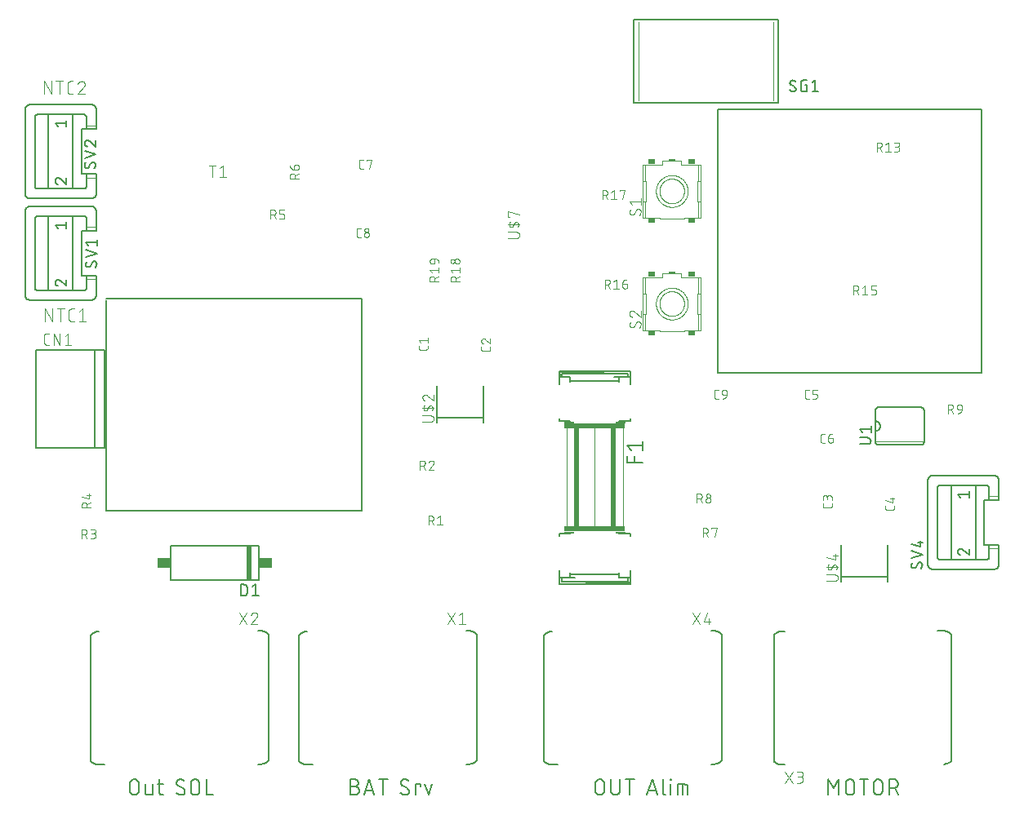
<source format=gbr>
G04 EAGLE Gerber X2 export*
%TF.Part,Single*%
%TF.FileFunction,Legend,Top,1*%
%TF.FilePolarity,Positive*%
%TF.GenerationSoftware,Autodesk,EAGLE,8.6.0*%
%TF.CreationDate,2018-02-22T08:32:46Z*%
G75*
%MOMM*%
%FSLAX34Y34*%
%LPD*%
%AMOC8*
5,1,8,0,0,1.08239X$1,22.5*%
G01*
%ADD10C,0.152400*%
%ADD11C,0.101600*%
%ADD12C,0.076200*%
%ADD13C,0.127000*%
%ADD14R,0.508000X3.556000*%
%ADD15R,1.371600X1.066800*%
%ADD16C,0.050800*%
%ADD17R,0.508000X10.160000*%
%ADD18R,6.350000X0.508000*%
%ADD19R,4.572000X0.254000*%
%ADD20R,0.254000X0.381000*%
%ADD21R,1.016000X0.254000*%
%ADD22R,5.080000X0.254000*%
%ADD23C,0.177800*%
%ADD24C,0.203200*%
%ADD25R,0.757000X0.549100*%
%ADD26R,0.771800X0.534300*%
%ADD27R,0.757000X0.534300*%
%ADD28R,0.756900X0.133600*%
%ADD29R,0.756900X0.549100*%


D10*
X102362Y17978D02*
X102362Y25202D01*
X102364Y25335D01*
X102370Y25467D01*
X102380Y25599D01*
X102393Y25731D01*
X102411Y25863D01*
X102432Y25993D01*
X102457Y26124D01*
X102486Y26253D01*
X102519Y26381D01*
X102555Y26509D01*
X102595Y26635D01*
X102639Y26760D01*
X102687Y26884D01*
X102738Y27006D01*
X102793Y27127D01*
X102851Y27246D01*
X102913Y27364D01*
X102978Y27479D01*
X103047Y27593D01*
X103118Y27704D01*
X103194Y27813D01*
X103272Y27920D01*
X103353Y28025D01*
X103438Y28127D01*
X103525Y28227D01*
X103615Y28324D01*
X103708Y28419D01*
X103804Y28510D01*
X103902Y28599D01*
X104003Y28685D01*
X104107Y28768D01*
X104213Y28848D01*
X104321Y28924D01*
X104431Y28998D01*
X104544Y29068D01*
X104658Y29135D01*
X104775Y29198D01*
X104893Y29258D01*
X105013Y29315D01*
X105135Y29368D01*
X105258Y29417D01*
X105382Y29463D01*
X105508Y29505D01*
X105635Y29543D01*
X105763Y29578D01*
X105892Y29609D01*
X106021Y29636D01*
X106152Y29659D01*
X106283Y29679D01*
X106415Y29694D01*
X106547Y29706D01*
X106679Y29714D01*
X106812Y29718D01*
X106944Y29718D01*
X107077Y29714D01*
X107209Y29706D01*
X107341Y29694D01*
X107473Y29679D01*
X107604Y29659D01*
X107735Y29636D01*
X107864Y29609D01*
X107993Y29578D01*
X108121Y29543D01*
X108248Y29505D01*
X108374Y29463D01*
X108498Y29417D01*
X108621Y29368D01*
X108743Y29315D01*
X108863Y29258D01*
X108981Y29198D01*
X109098Y29135D01*
X109212Y29068D01*
X109325Y28998D01*
X109435Y28924D01*
X109543Y28848D01*
X109649Y28768D01*
X109753Y28685D01*
X109854Y28599D01*
X109952Y28510D01*
X110048Y28419D01*
X110141Y28324D01*
X110231Y28227D01*
X110318Y28127D01*
X110403Y28025D01*
X110484Y27920D01*
X110562Y27813D01*
X110638Y27704D01*
X110709Y27593D01*
X110778Y27479D01*
X110843Y27364D01*
X110905Y27246D01*
X110963Y27127D01*
X111018Y27006D01*
X111069Y26884D01*
X111117Y26760D01*
X111161Y26635D01*
X111201Y26509D01*
X111237Y26381D01*
X111270Y26253D01*
X111299Y26124D01*
X111324Y25993D01*
X111345Y25863D01*
X111363Y25731D01*
X111376Y25599D01*
X111386Y25467D01*
X111392Y25335D01*
X111394Y25202D01*
X111393Y25202D02*
X111393Y17978D01*
X111394Y17978D02*
X111392Y17845D01*
X111386Y17713D01*
X111376Y17581D01*
X111363Y17449D01*
X111345Y17317D01*
X111324Y17187D01*
X111299Y17056D01*
X111270Y16927D01*
X111237Y16799D01*
X111201Y16671D01*
X111161Y16545D01*
X111117Y16420D01*
X111069Y16296D01*
X111018Y16174D01*
X110963Y16053D01*
X110905Y15934D01*
X110843Y15816D01*
X110778Y15701D01*
X110709Y15587D01*
X110638Y15476D01*
X110562Y15367D01*
X110484Y15260D01*
X110403Y15155D01*
X110318Y15053D01*
X110231Y14953D01*
X110141Y14856D01*
X110048Y14761D01*
X109952Y14670D01*
X109854Y14581D01*
X109753Y14495D01*
X109649Y14412D01*
X109543Y14332D01*
X109435Y14256D01*
X109325Y14182D01*
X109212Y14112D01*
X109098Y14045D01*
X108981Y13982D01*
X108863Y13922D01*
X108743Y13865D01*
X108621Y13812D01*
X108498Y13763D01*
X108374Y13717D01*
X108248Y13675D01*
X108121Y13637D01*
X107993Y13602D01*
X107864Y13571D01*
X107735Y13544D01*
X107604Y13521D01*
X107473Y13501D01*
X107341Y13486D01*
X107209Y13474D01*
X107077Y13466D01*
X106944Y13462D01*
X106812Y13462D01*
X106679Y13466D01*
X106547Y13474D01*
X106415Y13486D01*
X106283Y13501D01*
X106152Y13521D01*
X106021Y13544D01*
X105892Y13571D01*
X105763Y13602D01*
X105635Y13637D01*
X105508Y13675D01*
X105382Y13717D01*
X105258Y13763D01*
X105135Y13812D01*
X105013Y13865D01*
X104893Y13922D01*
X104775Y13982D01*
X104658Y14045D01*
X104544Y14112D01*
X104431Y14182D01*
X104321Y14256D01*
X104213Y14332D01*
X104107Y14412D01*
X104003Y14495D01*
X103902Y14581D01*
X103804Y14670D01*
X103708Y14761D01*
X103615Y14856D01*
X103525Y14953D01*
X103438Y15053D01*
X103353Y15155D01*
X103272Y15260D01*
X103194Y15367D01*
X103118Y15476D01*
X103047Y15587D01*
X102978Y15701D01*
X102913Y15816D01*
X102851Y15934D01*
X102793Y16053D01*
X102738Y16174D01*
X102687Y16296D01*
X102639Y16420D01*
X102595Y16545D01*
X102555Y16671D01*
X102519Y16799D01*
X102486Y16927D01*
X102457Y17056D01*
X102432Y17187D01*
X102411Y17317D01*
X102393Y17449D01*
X102380Y17581D01*
X102370Y17713D01*
X102364Y17845D01*
X102362Y17978D01*
X118375Y16171D02*
X118375Y24299D01*
X118376Y16171D02*
X118378Y16070D01*
X118384Y15969D01*
X118393Y15868D01*
X118406Y15767D01*
X118423Y15667D01*
X118444Y15568D01*
X118468Y15470D01*
X118496Y15373D01*
X118528Y15276D01*
X118563Y15181D01*
X118602Y15088D01*
X118644Y14996D01*
X118690Y14905D01*
X118739Y14816D01*
X118791Y14730D01*
X118847Y14645D01*
X118905Y14562D01*
X118967Y14482D01*
X119032Y14404D01*
X119099Y14328D01*
X119169Y14255D01*
X119242Y14185D01*
X119318Y14118D01*
X119396Y14053D01*
X119476Y13991D01*
X119559Y13933D01*
X119644Y13877D01*
X119731Y13825D01*
X119819Y13776D01*
X119910Y13730D01*
X120002Y13688D01*
X120095Y13649D01*
X120190Y13614D01*
X120287Y13582D01*
X120384Y13554D01*
X120482Y13530D01*
X120581Y13509D01*
X120681Y13492D01*
X120782Y13479D01*
X120883Y13470D01*
X120984Y13464D01*
X121085Y13462D01*
X125600Y13462D01*
X125600Y24299D01*
X131146Y24299D02*
X136565Y24299D01*
X132952Y29718D02*
X132952Y16171D01*
X132953Y16171D02*
X132955Y16070D01*
X132961Y15969D01*
X132970Y15868D01*
X132983Y15767D01*
X133000Y15667D01*
X133021Y15568D01*
X133045Y15470D01*
X133073Y15373D01*
X133105Y15276D01*
X133140Y15181D01*
X133179Y15088D01*
X133221Y14996D01*
X133267Y14905D01*
X133316Y14816D01*
X133368Y14730D01*
X133424Y14645D01*
X133482Y14562D01*
X133544Y14482D01*
X133609Y14404D01*
X133676Y14328D01*
X133746Y14255D01*
X133819Y14185D01*
X133895Y14118D01*
X133973Y14053D01*
X134053Y13991D01*
X134136Y13933D01*
X134221Y13877D01*
X134308Y13825D01*
X134396Y13776D01*
X134487Y13730D01*
X134579Y13688D01*
X134672Y13649D01*
X134767Y13614D01*
X134864Y13582D01*
X134961Y13554D01*
X135059Y13530D01*
X135158Y13509D01*
X135258Y13492D01*
X135359Y13479D01*
X135460Y13470D01*
X135561Y13464D01*
X135662Y13462D01*
X136565Y13462D01*
X155716Y13462D02*
X155834Y13464D01*
X155952Y13470D01*
X156070Y13479D01*
X156187Y13493D01*
X156304Y13510D01*
X156421Y13531D01*
X156536Y13556D01*
X156651Y13585D01*
X156765Y13618D01*
X156877Y13654D01*
X156988Y13694D01*
X157098Y13737D01*
X157207Y13784D01*
X157314Y13834D01*
X157419Y13889D01*
X157522Y13946D01*
X157623Y14007D01*
X157723Y14071D01*
X157820Y14138D01*
X157915Y14208D01*
X158007Y14282D01*
X158098Y14358D01*
X158185Y14438D01*
X158270Y14520D01*
X158352Y14605D01*
X158432Y14692D01*
X158508Y14783D01*
X158582Y14875D01*
X158652Y14970D01*
X158719Y15067D01*
X158783Y15167D01*
X158844Y15268D01*
X158901Y15371D01*
X158956Y15476D01*
X159006Y15583D01*
X159053Y15692D01*
X159096Y15802D01*
X159136Y15913D01*
X159172Y16025D01*
X159205Y16139D01*
X159234Y16254D01*
X159259Y16369D01*
X159280Y16486D01*
X159297Y16603D01*
X159311Y16720D01*
X159320Y16838D01*
X159326Y16956D01*
X159328Y17074D01*
X155716Y13462D02*
X155533Y13464D01*
X155351Y13471D01*
X155169Y13482D01*
X154987Y13497D01*
X154805Y13517D01*
X154624Y13540D01*
X154444Y13569D01*
X154264Y13601D01*
X154085Y13638D01*
X153908Y13679D01*
X153731Y13725D01*
X153555Y13774D01*
X153381Y13828D01*
X153207Y13886D01*
X153036Y13948D01*
X152866Y14014D01*
X152697Y14085D01*
X152530Y14159D01*
X152365Y14237D01*
X152202Y14319D01*
X152041Y14405D01*
X151882Y14495D01*
X151725Y14589D01*
X151571Y14686D01*
X151419Y14787D01*
X151269Y14892D01*
X151122Y15000D01*
X150978Y15111D01*
X150836Y15226D01*
X150697Y15345D01*
X150561Y15467D01*
X150428Y15592D01*
X150298Y15720D01*
X150750Y26106D02*
X150752Y26224D01*
X150758Y26342D01*
X150767Y26460D01*
X150781Y26577D01*
X150798Y26694D01*
X150819Y26811D01*
X150844Y26926D01*
X150873Y27041D01*
X150906Y27155D01*
X150942Y27267D01*
X150982Y27378D01*
X151025Y27488D01*
X151072Y27597D01*
X151122Y27704D01*
X151177Y27809D01*
X151234Y27912D01*
X151295Y28013D01*
X151359Y28113D01*
X151426Y28210D01*
X151496Y28305D01*
X151570Y28397D01*
X151646Y28488D01*
X151726Y28575D01*
X151808Y28660D01*
X151893Y28742D01*
X151980Y28822D01*
X152071Y28898D01*
X152163Y28972D01*
X152258Y29042D01*
X152355Y29109D01*
X152455Y29173D01*
X152556Y29234D01*
X152659Y29292D01*
X152764Y29346D01*
X152871Y29396D01*
X152980Y29443D01*
X153090Y29487D01*
X153201Y29526D01*
X153314Y29562D01*
X153427Y29595D01*
X153542Y29624D01*
X153657Y29649D01*
X153774Y29670D01*
X153891Y29687D01*
X154008Y29701D01*
X154126Y29710D01*
X154244Y29716D01*
X154362Y29718D01*
X154523Y29716D01*
X154685Y29710D01*
X154846Y29701D01*
X155007Y29687D01*
X155167Y29670D01*
X155327Y29649D01*
X155487Y29624D01*
X155646Y29595D01*
X155804Y29563D01*
X155961Y29527D01*
X156117Y29487D01*
X156273Y29443D01*
X156427Y29395D01*
X156580Y29344D01*
X156732Y29290D01*
X156883Y29231D01*
X157032Y29170D01*
X157179Y29104D01*
X157325Y29035D01*
X157470Y28963D01*
X157612Y28887D01*
X157753Y28808D01*
X157892Y28726D01*
X158028Y28640D01*
X158163Y28551D01*
X158296Y28459D01*
X158426Y28363D01*
X152555Y22945D02*
X152454Y23007D01*
X152354Y23072D01*
X152257Y23141D01*
X152162Y23213D01*
X152069Y23287D01*
X151979Y23365D01*
X151891Y23446D01*
X151806Y23529D01*
X151724Y23615D01*
X151645Y23704D01*
X151568Y23795D01*
X151495Y23889D01*
X151424Y23985D01*
X151357Y24083D01*
X151293Y24183D01*
X151232Y24286D01*
X151175Y24390D01*
X151121Y24496D01*
X151071Y24604D01*
X151024Y24713D01*
X150980Y24824D01*
X150940Y24936D01*
X150904Y25050D01*
X150872Y25164D01*
X150843Y25280D01*
X150818Y25396D01*
X150797Y25513D01*
X150780Y25631D01*
X150766Y25749D01*
X150757Y25868D01*
X150751Y25987D01*
X150749Y26106D01*
X157523Y20235D02*
X157624Y20173D01*
X157724Y20108D01*
X157821Y20039D01*
X157916Y19967D01*
X158009Y19893D01*
X158099Y19815D01*
X158187Y19734D01*
X158272Y19651D01*
X158354Y19565D01*
X158433Y19476D01*
X158510Y19385D01*
X158583Y19291D01*
X158654Y19195D01*
X158721Y19097D01*
X158785Y18997D01*
X158846Y18894D01*
X158903Y18790D01*
X158957Y18684D01*
X159007Y18576D01*
X159054Y18467D01*
X159098Y18356D01*
X159138Y18244D01*
X159174Y18130D01*
X159206Y18016D01*
X159235Y17900D01*
X159260Y17784D01*
X159281Y17667D01*
X159298Y17549D01*
X159312Y17431D01*
X159321Y17312D01*
X159327Y17193D01*
X159329Y17074D01*
X157523Y20235D02*
X152555Y22945D01*
X165408Y25202D02*
X165408Y17978D01*
X165407Y25202D02*
X165409Y25335D01*
X165415Y25467D01*
X165425Y25599D01*
X165438Y25731D01*
X165456Y25863D01*
X165477Y25993D01*
X165502Y26124D01*
X165531Y26253D01*
X165564Y26381D01*
X165600Y26509D01*
X165640Y26635D01*
X165684Y26760D01*
X165732Y26884D01*
X165783Y27006D01*
X165838Y27127D01*
X165896Y27246D01*
X165958Y27364D01*
X166023Y27479D01*
X166092Y27593D01*
X166163Y27704D01*
X166239Y27813D01*
X166317Y27920D01*
X166398Y28025D01*
X166483Y28127D01*
X166570Y28227D01*
X166660Y28324D01*
X166753Y28419D01*
X166849Y28510D01*
X166947Y28599D01*
X167048Y28685D01*
X167152Y28768D01*
X167258Y28848D01*
X167366Y28924D01*
X167476Y28998D01*
X167589Y29068D01*
X167703Y29135D01*
X167820Y29198D01*
X167938Y29258D01*
X168058Y29315D01*
X168180Y29368D01*
X168303Y29417D01*
X168427Y29463D01*
X168553Y29505D01*
X168680Y29543D01*
X168808Y29578D01*
X168937Y29609D01*
X169066Y29636D01*
X169197Y29659D01*
X169328Y29679D01*
X169460Y29694D01*
X169592Y29706D01*
X169724Y29714D01*
X169857Y29718D01*
X169989Y29718D01*
X170122Y29714D01*
X170254Y29706D01*
X170386Y29694D01*
X170518Y29679D01*
X170649Y29659D01*
X170780Y29636D01*
X170909Y29609D01*
X171038Y29578D01*
X171166Y29543D01*
X171293Y29505D01*
X171419Y29463D01*
X171543Y29417D01*
X171666Y29368D01*
X171788Y29315D01*
X171908Y29258D01*
X172026Y29198D01*
X172143Y29135D01*
X172257Y29068D01*
X172370Y28998D01*
X172480Y28924D01*
X172588Y28848D01*
X172694Y28768D01*
X172798Y28685D01*
X172899Y28599D01*
X172997Y28510D01*
X173093Y28419D01*
X173186Y28324D01*
X173276Y28227D01*
X173363Y28127D01*
X173448Y28025D01*
X173529Y27920D01*
X173607Y27813D01*
X173683Y27704D01*
X173754Y27593D01*
X173823Y27479D01*
X173888Y27364D01*
X173950Y27246D01*
X174008Y27127D01*
X174063Y27006D01*
X174114Y26884D01*
X174162Y26760D01*
X174206Y26635D01*
X174246Y26509D01*
X174282Y26381D01*
X174315Y26253D01*
X174344Y26124D01*
X174369Y25993D01*
X174390Y25863D01*
X174408Y25731D01*
X174421Y25599D01*
X174431Y25467D01*
X174437Y25335D01*
X174439Y25202D01*
X174439Y17978D01*
X174437Y17845D01*
X174431Y17713D01*
X174421Y17581D01*
X174408Y17449D01*
X174390Y17317D01*
X174369Y17187D01*
X174344Y17056D01*
X174315Y16927D01*
X174282Y16799D01*
X174246Y16671D01*
X174206Y16545D01*
X174162Y16420D01*
X174114Y16296D01*
X174063Y16174D01*
X174008Y16053D01*
X173950Y15934D01*
X173888Y15816D01*
X173823Y15701D01*
X173754Y15587D01*
X173683Y15476D01*
X173607Y15367D01*
X173529Y15260D01*
X173448Y15155D01*
X173363Y15053D01*
X173276Y14953D01*
X173186Y14856D01*
X173093Y14761D01*
X172997Y14670D01*
X172899Y14581D01*
X172798Y14495D01*
X172694Y14412D01*
X172588Y14332D01*
X172480Y14256D01*
X172370Y14182D01*
X172257Y14112D01*
X172143Y14045D01*
X172026Y13982D01*
X171908Y13922D01*
X171788Y13865D01*
X171666Y13812D01*
X171543Y13763D01*
X171419Y13717D01*
X171293Y13675D01*
X171166Y13637D01*
X171038Y13602D01*
X170909Y13571D01*
X170780Y13544D01*
X170649Y13521D01*
X170518Y13501D01*
X170386Y13486D01*
X170254Y13474D01*
X170122Y13466D01*
X169989Y13462D01*
X169857Y13462D01*
X169724Y13466D01*
X169592Y13474D01*
X169460Y13486D01*
X169328Y13501D01*
X169197Y13521D01*
X169066Y13544D01*
X168937Y13571D01*
X168808Y13602D01*
X168680Y13637D01*
X168553Y13675D01*
X168427Y13717D01*
X168303Y13763D01*
X168180Y13812D01*
X168058Y13865D01*
X167938Y13922D01*
X167820Y13982D01*
X167703Y14045D01*
X167589Y14112D01*
X167476Y14182D01*
X167366Y14256D01*
X167258Y14332D01*
X167152Y14412D01*
X167048Y14495D01*
X166947Y14581D01*
X166849Y14670D01*
X166753Y14761D01*
X166660Y14856D01*
X166570Y14953D01*
X166483Y15053D01*
X166398Y15155D01*
X166317Y15260D01*
X166239Y15367D01*
X166163Y15476D01*
X166092Y15587D01*
X166023Y15701D01*
X165958Y15816D01*
X165896Y15934D01*
X165838Y16053D01*
X165783Y16174D01*
X165732Y16296D01*
X165684Y16420D01*
X165640Y16545D01*
X165600Y16671D01*
X165564Y16799D01*
X165531Y16927D01*
X165502Y17056D01*
X165477Y17187D01*
X165456Y17317D01*
X165438Y17449D01*
X165425Y17581D01*
X165415Y17713D01*
X165409Y17845D01*
X165407Y17978D01*
X181590Y13462D02*
X181590Y29718D01*
X181590Y13462D02*
X188815Y13462D01*
X330962Y22493D02*
X335478Y22493D01*
X335478Y22494D02*
X335611Y22492D01*
X335743Y22486D01*
X335875Y22476D01*
X336007Y22463D01*
X336139Y22445D01*
X336269Y22424D01*
X336400Y22399D01*
X336529Y22370D01*
X336657Y22337D01*
X336785Y22301D01*
X336911Y22261D01*
X337036Y22217D01*
X337160Y22169D01*
X337282Y22118D01*
X337403Y22063D01*
X337522Y22005D01*
X337640Y21943D01*
X337755Y21878D01*
X337869Y21809D01*
X337980Y21738D01*
X338089Y21662D01*
X338196Y21584D01*
X338301Y21503D01*
X338403Y21418D01*
X338503Y21331D01*
X338600Y21241D01*
X338695Y21148D01*
X338786Y21052D01*
X338875Y20954D01*
X338961Y20853D01*
X339044Y20749D01*
X339124Y20643D01*
X339200Y20535D01*
X339274Y20425D01*
X339344Y20312D01*
X339411Y20198D01*
X339474Y20081D01*
X339534Y19963D01*
X339591Y19843D01*
X339644Y19721D01*
X339693Y19598D01*
X339739Y19474D01*
X339781Y19348D01*
X339819Y19221D01*
X339854Y19093D01*
X339885Y18964D01*
X339912Y18835D01*
X339935Y18704D01*
X339955Y18573D01*
X339970Y18441D01*
X339982Y18309D01*
X339990Y18177D01*
X339994Y18044D01*
X339994Y17912D01*
X339990Y17779D01*
X339982Y17647D01*
X339970Y17515D01*
X339955Y17383D01*
X339935Y17252D01*
X339912Y17121D01*
X339885Y16992D01*
X339854Y16863D01*
X339819Y16735D01*
X339781Y16608D01*
X339739Y16482D01*
X339693Y16358D01*
X339644Y16235D01*
X339591Y16113D01*
X339534Y15993D01*
X339474Y15875D01*
X339411Y15758D01*
X339344Y15644D01*
X339274Y15531D01*
X339200Y15421D01*
X339124Y15313D01*
X339044Y15207D01*
X338961Y15103D01*
X338875Y15002D01*
X338786Y14904D01*
X338695Y14808D01*
X338600Y14715D01*
X338503Y14625D01*
X338403Y14538D01*
X338301Y14453D01*
X338196Y14372D01*
X338089Y14294D01*
X337980Y14218D01*
X337869Y14147D01*
X337755Y14078D01*
X337640Y14013D01*
X337522Y13951D01*
X337403Y13893D01*
X337282Y13838D01*
X337160Y13787D01*
X337036Y13739D01*
X336911Y13695D01*
X336785Y13655D01*
X336657Y13619D01*
X336529Y13586D01*
X336400Y13557D01*
X336269Y13532D01*
X336139Y13511D01*
X336007Y13493D01*
X335875Y13480D01*
X335743Y13470D01*
X335611Y13464D01*
X335478Y13462D01*
X330962Y13462D01*
X330962Y29718D01*
X335478Y29718D01*
X335597Y29716D01*
X335717Y29710D01*
X335836Y29700D01*
X335954Y29686D01*
X336073Y29669D01*
X336190Y29647D01*
X336307Y29622D01*
X336422Y29592D01*
X336537Y29559D01*
X336651Y29522D01*
X336763Y29482D01*
X336874Y29437D01*
X336983Y29389D01*
X337091Y29338D01*
X337197Y29283D01*
X337301Y29224D01*
X337403Y29162D01*
X337503Y29097D01*
X337601Y29028D01*
X337697Y28956D01*
X337790Y28881D01*
X337880Y28804D01*
X337968Y28723D01*
X338053Y28639D01*
X338135Y28552D01*
X338215Y28463D01*
X338291Y28371D01*
X338365Y28277D01*
X338435Y28180D01*
X338502Y28082D01*
X338566Y27981D01*
X338626Y27877D01*
X338683Y27772D01*
X338736Y27665D01*
X338786Y27557D01*
X338832Y27447D01*
X338874Y27335D01*
X338913Y27222D01*
X338948Y27108D01*
X338979Y26993D01*
X339007Y26876D01*
X339030Y26759D01*
X339050Y26642D01*
X339066Y26523D01*
X339078Y26404D01*
X339086Y26285D01*
X339090Y26166D01*
X339090Y26046D01*
X339086Y25927D01*
X339078Y25808D01*
X339066Y25689D01*
X339050Y25570D01*
X339030Y25453D01*
X339007Y25336D01*
X338979Y25219D01*
X338948Y25104D01*
X338913Y24990D01*
X338874Y24877D01*
X338832Y24765D01*
X338786Y24655D01*
X338736Y24547D01*
X338683Y24440D01*
X338626Y24335D01*
X338566Y24231D01*
X338502Y24130D01*
X338435Y24032D01*
X338365Y23935D01*
X338291Y23841D01*
X338215Y23749D01*
X338135Y23660D01*
X338053Y23573D01*
X337968Y23489D01*
X337880Y23408D01*
X337790Y23331D01*
X337697Y23256D01*
X337601Y23184D01*
X337503Y23115D01*
X337403Y23050D01*
X337301Y22988D01*
X337197Y22929D01*
X337091Y22874D01*
X336983Y22823D01*
X336874Y22775D01*
X336763Y22730D01*
X336651Y22690D01*
X336537Y22653D01*
X336422Y22620D01*
X336307Y22590D01*
X336190Y22565D01*
X336073Y22543D01*
X335954Y22526D01*
X335836Y22512D01*
X335717Y22502D01*
X335597Y22496D01*
X335478Y22494D01*
X344958Y13462D02*
X350377Y29718D01*
X355795Y13462D01*
X354441Y17526D02*
X346313Y17526D01*
X364966Y13462D02*
X364966Y29718D01*
X360450Y29718D02*
X369482Y29718D01*
X388274Y13462D02*
X388392Y13464D01*
X388510Y13470D01*
X388628Y13479D01*
X388745Y13493D01*
X388862Y13510D01*
X388979Y13531D01*
X389094Y13556D01*
X389209Y13585D01*
X389323Y13618D01*
X389435Y13654D01*
X389546Y13694D01*
X389656Y13737D01*
X389765Y13784D01*
X389872Y13834D01*
X389977Y13889D01*
X390080Y13946D01*
X390181Y14007D01*
X390281Y14071D01*
X390378Y14138D01*
X390473Y14208D01*
X390565Y14282D01*
X390656Y14358D01*
X390743Y14438D01*
X390828Y14520D01*
X390910Y14605D01*
X390990Y14692D01*
X391066Y14783D01*
X391140Y14875D01*
X391210Y14970D01*
X391277Y15067D01*
X391341Y15167D01*
X391402Y15268D01*
X391459Y15371D01*
X391514Y15476D01*
X391564Y15583D01*
X391611Y15692D01*
X391654Y15802D01*
X391694Y15913D01*
X391730Y16025D01*
X391763Y16139D01*
X391792Y16254D01*
X391817Y16369D01*
X391838Y16486D01*
X391855Y16603D01*
X391869Y16720D01*
X391878Y16838D01*
X391884Y16956D01*
X391886Y17074D01*
X388274Y13462D02*
X388091Y13464D01*
X387909Y13471D01*
X387727Y13482D01*
X387545Y13497D01*
X387363Y13517D01*
X387182Y13540D01*
X387002Y13569D01*
X386822Y13601D01*
X386643Y13638D01*
X386466Y13679D01*
X386289Y13725D01*
X386113Y13774D01*
X385939Y13828D01*
X385765Y13886D01*
X385594Y13948D01*
X385424Y14014D01*
X385255Y14085D01*
X385088Y14159D01*
X384923Y14237D01*
X384760Y14319D01*
X384599Y14405D01*
X384440Y14495D01*
X384283Y14589D01*
X384129Y14686D01*
X383977Y14787D01*
X383827Y14892D01*
X383680Y15000D01*
X383536Y15111D01*
X383394Y15226D01*
X383255Y15345D01*
X383119Y15467D01*
X382986Y15592D01*
X382856Y15720D01*
X383307Y26106D02*
X383309Y26224D01*
X383315Y26342D01*
X383324Y26460D01*
X383338Y26577D01*
X383355Y26694D01*
X383376Y26811D01*
X383401Y26926D01*
X383430Y27041D01*
X383463Y27155D01*
X383499Y27267D01*
X383539Y27378D01*
X383582Y27488D01*
X383629Y27597D01*
X383679Y27704D01*
X383734Y27809D01*
X383791Y27912D01*
X383852Y28013D01*
X383916Y28113D01*
X383983Y28210D01*
X384053Y28305D01*
X384127Y28397D01*
X384203Y28488D01*
X384283Y28575D01*
X384365Y28660D01*
X384450Y28742D01*
X384537Y28822D01*
X384628Y28898D01*
X384720Y28972D01*
X384815Y29042D01*
X384912Y29109D01*
X385012Y29173D01*
X385113Y29234D01*
X385216Y29292D01*
X385321Y29346D01*
X385428Y29396D01*
X385537Y29443D01*
X385647Y29487D01*
X385758Y29526D01*
X385871Y29562D01*
X385984Y29595D01*
X386099Y29624D01*
X386214Y29649D01*
X386331Y29670D01*
X386448Y29687D01*
X386565Y29701D01*
X386683Y29710D01*
X386801Y29716D01*
X386919Y29718D01*
X387080Y29716D01*
X387242Y29710D01*
X387403Y29701D01*
X387564Y29687D01*
X387724Y29670D01*
X387884Y29649D01*
X388044Y29624D01*
X388203Y29595D01*
X388361Y29563D01*
X388518Y29527D01*
X388674Y29487D01*
X388830Y29443D01*
X388984Y29395D01*
X389137Y29344D01*
X389289Y29290D01*
X389440Y29231D01*
X389589Y29170D01*
X389736Y29104D01*
X389882Y29035D01*
X390027Y28963D01*
X390169Y28887D01*
X390310Y28808D01*
X390449Y28726D01*
X390585Y28640D01*
X390720Y28551D01*
X390853Y28459D01*
X390983Y28363D01*
X385113Y22945D02*
X385012Y23007D01*
X384912Y23072D01*
X384815Y23141D01*
X384720Y23213D01*
X384627Y23287D01*
X384537Y23365D01*
X384449Y23446D01*
X384364Y23529D01*
X384282Y23615D01*
X384203Y23704D01*
X384126Y23795D01*
X384053Y23889D01*
X383982Y23985D01*
X383915Y24083D01*
X383851Y24183D01*
X383790Y24286D01*
X383733Y24390D01*
X383679Y24496D01*
X383629Y24604D01*
X383582Y24713D01*
X383538Y24824D01*
X383498Y24936D01*
X383462Y25050D01*
X383430Y25164D01*
X383401Y25280D01*
X383376Y25396D01*
X383355Y25513D01*
X383338Y25631D01*
X383324Y25749D01*
X383315Y25868D01*
X383309Y25987D01*
X383307Y26106D01*
X390080Y20235D02*
X390181Y20173D01*
X390281Y20108D01*
X390378Y20039D01*
X390473Y19967D01*
X390566Y19893D01*
X390656Y19815D01*
X390744Y19734D01*
X390829Y19651D01*
X390911Y19565D01*
X390990Y19476D01*
X391067Y19385D01*
X391140Y19291D01*
X391211Y19195D01*
X391278Y19097D01*
X391342Y18997D01*
X391403Y18894D01*
X391460Y18790D01*
X391514Y18684D01*
X391564Y18576D01*
X391611Y18467D01*
X391655Y18356D01*
X391695Y18244D01*
X391731Y18130D01*
X391763Y18016D01*
X391792Y17900D01*
X391817Y17784D01*
X391838Y17667D01*
X391855Y17549D01*
X391869Y17431D01*
X391878Y17312D01*
X391884Y17193D01*
X391886Y17074D01*
X390080Y20235D02*
X385113Y22945D01*
X398432Y24299D02*
X398432Y13462D01*
X398432Y24299D02*
X403851Y24299D01*
X403851Y22493D01*
X408247Y24299D02*
X411860Y13462D01*
X415472Y24299D01*
X584962Y25202D02*
X584962Y17978D01*
X584962Y25202D02*
X584964Y25335D01*
X584970Y25467D01*
X584980Y25599D01*
X584993Y25731D01*
X585011Y25863D01*
X585032Y25993D01*
X585057Y26124D01*
X585086Y26253D01*
X585119Y26381D01*
X585155Y26509D01*
X585195Y26635D01*
X585239Y26760D01*
X585287Y26884D01*
X585338Y27006D01*
X585393Y27127D01*
X585451Y27246D01*
X585513Y27364D01*
X585578Y27479D01*
X585647Y27593D01*
X585718Y27704D01*
X585794Y27813D01*
X585872Y27920D01*
X585953Y28025D01*
X586038Y28127D01*
X586125Y28227D01*
X586215Y28324D01*
X586308Y28419D01*
X586404Y28510D01*
X586502Y28599D01*
X586603Y28685D01*
X586707Y28768D01*
X586813Y28848D01*
X586921Y28924D01*
X587031Y28998D01*
X587144Y29068D01*
X587258Y29135D01*
X587375Y29198D01*
X587493Y29258D01*
X587613Y29315D01*
X587735Y29368D01*
X587858Y29417D01*
X587982Y29463D01*
X588108Y29505D01*
X588235Y29543D01*
X588363Y29578D01*
X588492Y29609D01*
X588621Y29636D01*
X588752Y29659D01*
X588883Y29679D01*
X589015Y29694D01*
X589147Y29706D01*
X589279Y29714D01*
X589412Y29718D01*
X589544Y29718D01*
X589677Y29714D01*
X589809Y29706D01*
X589941Y29694D01*
X590073Y29679D01*
X590204Y29659D01*
X590335Y29636D01*
X590464Y29609D01*
X590593Y29578D01*
X590721Y29543D01*
X590848Y29505D01*
X590974Y29463D01*
X591098Y29417D01*
X591221Y29368D01*
X591343Y29315D01*
X591463Y29258D01*
X591581Y29198D01*
X591698Y29135D01*
X591812Y29068D01*
X591925Y28998D01*
X592035Y28924D01*
X592143Y28848D01*
X592249Y28768D01*
X592353Y28685D01*
X592454Y28599D01*
X592552Y28510D01*
X592648Y28419D01*
X592741Y28324D01*
X592831Y28227D01*
X592918Y28127D01*
X593003Y28025D01*
X593084Y27920D01*
X593162Y27813D01*
X593238Y27704D01*
X593309Y27593D01*
X593378Y27479D01*
X593443Y27364D01*
X593505Y27246D01*
X593563Y27127D01*
X593618Y27006D01*
X593669Y26884D01*
X593717Y26760D01*
X593761Y26635D01*
X593801Y26509D01*
X593837Y26381D01*
X593870Y26253D01*
X593899Y26124D01*
X593924Y25993D01*
X593945Y25863D01*
X593963Y25731D01*
X593976Y25599D01*
X593986Y25467D01*
X593992Y25335D01*
X593994Y25202D01*
X593993Y25202D02*
X593993Y17978D01*
X593994Y17978D02*
X593992Y17845D01*
X593986Y17713D01*
X593976Y17581D01*
X593963Y17449D01*
X593945Y17317D01*
X593924Y17187D01*
X593899Y17056D01*
X593870Y16927D01*
X593837Y16799D01*
X593801Y16671D01*
X593761Y16545D01*
X593717Y16420D01*
X593669Y16296D01*
X593618Y16174D01*
X593563Y16053D01*
X593505Y15934D01*
X593443Y15816D01*
X593378Y15701D01*
X593309Y15587D01*
X593238Y15476D01*
X593162Y15367D01*
X593084Y15260D01*
X593003Y15155D01*
X592918Y15053D01*
X592831Y14953D01*
X592741Y14856D01*
X592648Y14761D01*
X592552Y14670D01*
X592454Y14581D01*
X592353Y14495D01*
X592249Y14412D01*
X592143Y14332D01*
X592035Y14256D01*
X591925Y14182D01*
X591812Y14112D01*
X591698Y14045D01*
X591581Y13982D01*
X591463Y13922D01*
X591343Y13865D01*
X591221Y13812D01*
X591098Y13763D01*
X590974Y13717D01*
X590848Y13675D01*
X590721Y13637D01*
X590593Y13602D01*
X590464Y13571D01*
X590335Y13544D01*
X590204Y13521D01*
X590073Y13501D01*
X589941Y13486D01*
X589809Y13474D01*
X589677Y13466D01*
X589544Y13462D01*
X589412Y13462D01*
X589279Y13466D01*
X589147Y13474D01*
X589015Y13486D01*
X588883Y13501D01*
X588752Y13521D01*
X588621Y13544D01*
X588492Y13571D01*
X588363Y13602D01*
X588235Y13637D01*
X588108Y13675D01*
X587982Y13717D01*
X587858Y13763D01*
X587735Y13812D01*
X587613Y13865D01*
X587493Y13922D01*
X587375Y13982D01*
X587258Y14045D01*
X587144Y14112D01*
X587031Y14182D01*
X586921Y14256D01*
X586813Y14332D01*
X586707Y14412D01*
X586603Y14495D01*
X586502Y14581D01*
X586404Y14670D01*
X586308Y14761D01*
X586215Y14856D01*
X586125Y14953D01*
X586038Y15053D01*
X585953Y15155D01*
X585872Y15260D01*
X585794Y15367D01*
X585718Y15476D01*
X585647Y15587D01*
X585578Y15701D01*
X585513Y15816D01*
X585451Y15934D01*
X585393Y16053D01*
X585338Y16174D01*
X585287Y16296D01*
X585239Y16420D01*
X585195Y16545D01*
X585155Y16671D01*
X585119Y16799D01*
X585086Y16927D01*
X585057Y17056D01*
X585032Y17187D01*
X585011Y17317D01*
X584993Y17449D01*
X584980Y17581D01*
X584970Y17713D01*
X584964Y17845D01*
X584962Y17978D01*
X601114Y17978D02*
X601114Y29718D01*
X601114Y17978D02*
X601116Y17845D01*
X601122Y17713D01*
X601132Y17581D01*
X601145Y17449D01*
X601163Y17317D01*
X601184Y17187D01*
X601209Y17056D01*
X601238Y16927D01*
X601271Y16799D01*
X601307Y16671D01*
X601347Y16545D01*
X601391Y16420D01*
X601439Y16296D01*
X601490Y16174D01*
X601545Y16053D01*
X601603Y15934D01*
X601665Y15816D01*
X601730Y15701D01*
X601799Y15587D01*
X601870Y15476D01*
X601946Y15367D01*
X602024Y15260D01*
X602105Y15155D01*
X602190Y15053D01*
X602277Y14953D01*
X602367Y14856D01*
X602460Y14761D01*
X602556Y14670D01*
X602654Y14581D01*
X602755Y14495D01*
X602859Y14412D01*
X602965Y14332D01*
X603073Y14256D01*
X603183Y14182D01*
X603296Y14112D01*
X603410Y14045D01*
X603527Y13982D01*
X603645Y13922D01*
X603765Y13865D01*
X603887Y13812D01*
X604010Y13763D01*
X604134Y13717D01*
X604260Y13675D01*
X604387Y13637D01*
X604515Y13602D01*
X604644Y13571D01*
X604773Y13544D01*
X604904Y13521D01*
X605035Y13501D01*
X605167Y13486D01*
X605299Y13474D01*
X605431Y13466D01*
X605564Y13462D01*
X605696Y13462D01*
X605829Y13466D01*
X605961Y13474D01*
X606093Y13486D01*
X606225Y13501D01*
X606356Y13521D01*
X606487Y13544D01*
X606616Y13571D01*
X606745Y13602D01*
X606873Y13637D01*
X607000Y13675D01*
X607126Y13717D01*
X607250Y13763D01*
X607373Y13812D01*
X607495Y13865D01*
X607615Y13922D01*
X607733Y13982D01*
X607850Y14045D01*
X607964Y14112D01*
X608077Y14182D01*
X608187Y14256D01*
X608295Y14332D01*
X608401Y14412D01*
X608505Y14495D01*
X608606Y14581D01*
X608704Y14670D01*
X608800Y14761D01*
X608893Y14856D01*
X608983Y14953D01*
X609070Y15053D01*
X609155Y15155D01*
X609236Y15260D01*
X609314Y15367D01*
X609390Y15476D01*
X609461Y15587D01*
X609530Y15701D01*
X609595Y15816D01*
X609657Y15934D01*
X609715Y16053D01*
X609770Y16174D01*
X609821Y16296D01*
X609869Y16420D01*
X609913Y16545D01*
X609953Y16671D01*
X609989Y16799D01*
X610022Y16927D01*
X610051Y17056D01*
X610076Y17187D01*
X610097Y17317D01*
X610115Y17449D01*
X610128Y17581D01*
X610138Y17713D01*
X610144Y17845D01*
X610146Y17978D01*
X610145Y17978D02*
X610145Y29718D01*
X620740Y29718D02*
X620740Y13462D01*
X616225Y29718D02*
X625256Y29718D01*
X643666Y29718D02*
X638247Y13462D01*
X649085Y13462D02*
X643666Y29718D01*
X647730Y17526D02*
X639602Y17526D01*
X654879Y16171D02*
X654879Y29718D01*
X654880Y16171D02*
X654882Y16070D01*
X654888Y15969D01*
X654897Y15868D01*
X654910Y15767D01*
X654927Y15667D01*
X654948Y15568D01*
X654972Y15470D01*
X655000Y15373D01*
X655032Y15276D01*
X655067Y15181D01*
X655106Y15088D01*
X655148Y14996D01*
X655194Y14905D01*
X655243Y14816D01*
X655295Y14730D01*
X655351Y14645D01*
X655409Y14562D01*
X655471Y14482D01*
X655536Y14404D01*
X655603Y14328D01*
X655673Y14255D01*
X655746Y14185D01*
X655822Y14118D01*
X655900Y14053D01*
X655980Y13991D01*
X656063Y13933D01*
X656148Y13877D01*
X656235Y13825D01*
X656323Y13776D01*
X656414Y13730D01*
X656506Y13688D01*
X656599Y13649D01*
X656694Y13614D01*
X656791Y13582D01*
X656888Y13554D01*
X656986Y13530D01*
X657085Y13509D01*
X657185Y13492D01*
X657286Y13479D01*
X657387Y13470D01*
X657488Y13464D01*
X657589Y13462D01*
X662944Y13462D02*
X662944Y24299D01*
X662493Y28815D02*
X662493Y29718D01*
X663396Y29718D01*
X663396Y28815D01*
X662493Y28815D01*
X670031Y24299D02*
X670031Y13462D01*
X670031Y24299D02*
X678159Y24299D01*
X678260Y24297D01*
X678361Y24291D01*
X678462Y24282D01*
X678563Y24269D01*
X678663Y24252D01*
X678762Y24231D01*
X678860Y24207D01*
X678957Y24179D01*
X679054Y24147D01*
X679149Y24112D01*
X679242Y24073D01*
X679334Y24031D01*
X679425Y23985D01*
X679514Y23936D01*
X679600Y23884D01*
X679685Y23828D01*
X679768Y23770D01*
X679848Y23708D01*
X679926Y23643D01*
X680002Y23576D01*
X680075Y23506D01*
X680145Y23433D01*
X680212Y23357D01*
X680277Y23279D01*
X680339Y23199D01*
X680397Y23116D01*
X680453Y23031D01*
X680505Y22945D01*
X680554Y22856D01*
X680600Y22765D01*
X680642Y22673D01*
X680681Y22580D01*
X680716Y22485D01*
X680748Y22388D01*
X680776Y22291D01*
X680800Y22193D01*
X680821Y22094D01*
X680838Y21994D01*
X680851Y21893D01*
X680860Y21792D01*
X680866Y21691D01*
X680868Y21590D01*
X680868Y13462D01*
X675449Y13462D02*
X675449Y24299D01*
X826262Y29718D02*
X826262Y13462D01*
X831681Y20687D02*
X826262Y29718D01*
X831681Y20687D02*
X837099Y29718D01*
X837099Y13462D01*
X844359Y17978D02*
X844359Y25202D01*
X844361Y25335D01*
X844367Y25467D01*
X844377Y25599D01*
X844390Y25731D01*
X844408Y25863D01*
X844429Y25993D01*
X844454Y26124D01*
X844483Y26253D01*
X844516Y26381D01*
X844552Y26509D01*
X844592Y26635D01*
X844636Y26760D01*
X844684Y26884D01*
X844735Y27006D01*
X844790Y27127D01*
X844848Y27246D01*
X844910Y27364D01*
X844975Y27479D01*
X845044Y27593D01*
X845115Y27704D01*
X845191Y27813D01*
X845269Y27920D01*
X845350Y28025D01*
X845435Y28127D01*
X845522Y28227D01*
X845612Y28324D01*
X845705Y28419D01*
X845801Y28510D01*
X845899Y28599D01*
X846000Y28685D01*
X846104Y28768D01*
X846210Y28848D01*
X846318Y28924D01*
X846428Y28998D01*
X846541Y29068D01*
X846655Y29135D01*
X846772Y29198D01*
X846890Y29258D01*
X847010Y29315D01*
X847132Y29368D01*
X847255Y29417D01*
X847379Y29463D01*
X847505Y29505D01*
X847632Y29543D01*
X847760Y29578D01*
X847889Y29609D01*
X848018Y29636D01*
X848149Y29659D01*
X848280Y29679D01*
X848412Y29694D01*
X848544Y29706D01*
X848676Y29714D01*
X848809Y29718D01*
X848941Y29718D01*
X849074Y29714D01*
X849206Y29706D01*
X849338Y29694D01*
X849470Y29679D01*
X849601Y29659D01*
X849732Y29636D01*
X849861Y29609D01*
X849990Y29578D01*
X850118Y29543D01*
X850245Y29505D01*
X850371Y29463D01*
X850495Y29417D01*
X850618Y29368D01*
X850740Y29315D01*
X850860Y29258D01*
X850978Y29198D01*
X851095Y29135D01*
X851209Y29068D01*
X851322Y28998D01*
X851432Y28924D01*
X851540Y28848D01*
X851646Y28768D01*
X851750Y28685D01*
X851851Y28599D01*
X851949Y28510D01*
X852045Y28419D01*
X852138Y28324D01*
X852228Y28227D01*
X852315Y28127D01*
X852400Y28025D01*
X852481Y27920D01*
X852559Y27813D01*
X852635Y27704D01*
X852706Y27593D01*
X852775Y27479D01*
X852840Y27364D01*
X852902Y27246D01*
X852960Y27127D01*
X853015Y27006D01*
X853066Y26884D01*
X853114Y26760D01*
X853158Y26635D01*
X853198Y26509D01*
X853234Y26381D01*
X853267Y26253D01*
X853296Y26124D01*
X853321Y25993D01*
X853342Y25863D01*
X853360Y25731D01*
X853373Y25599D01*
X853383Y25467D01*
X853389Y25335D01*
X853391Y25202D01*
X853391Y17978D01*
X853389Y17845D01*
X853383Y17713D01*
X853373Y17581D01*
X853360Y17449D01*
X853342Y17317D01*
X853321Y17187D01*
X853296Y17056D01*
X853267Y16927D01*
X853234Y16799D01*
X853198Y16671D01*
X853158Y16545D01*
X853114Y16420D01*
X853066Y16296D01*
X853015Y16174D01*
X852960Y16053D01*
X852902Y15934D01*
X852840Y15816D01*
X852775Y15701D01*
X852706Y15587D01*
X852635Y15476D01*
X852559Y15367D01*
X852481Y15260D01*
X852400Y15155D01*
X852315Y15053D01*
X852228Y14953D01*
X852138Y14856D01*
X852045Y14761D01*
X851949Y14670D01*
X851851Y14581D01*
X851750Y14495D01*
X851646Y14412D01*
X851540Y14332D01*
X851432Y14256D01*
X851322Y14182D01*
X851209Y14112D01*
X851095Y14045D01*
X850978Y13982D01*
X850860Y13922D01*
X850740Y13865D01*
X850618Y13812D01*
X850495Y13763D01*
X850371Y13717D01*
X850245Y13675D01*
X850118Y13637D01*
X849990Y13602D01*
X849861Y13571D01*
X849732Y13544D01*
X849601Y13521D01*
X849470Y13501D01*
X849338Y13486D01*
X849206Y13474D01*
X849074Y13466D01*
X848941Y13462D01*
X848809Y13462D01*
X848676Y13466D01*
X848544Y13474D01*
X848412Y13486D01*
X848280Y13501D01*
X848149Y13521D01*
X848018Y13544D01*
X847889Y13571D01*
X847760Y13602D01*
X847632Y13637D01*
X847505Y13675D01*
X847379Y13717D01*
X847255Y13763D01*
X847132Y13812D01*
X847010Y13865D01*
X846890Y13922D01*
X846772Y13982D01*
X846655Y14045D01*
X846541Y14112D01*
X846428Y14182D01*
X846318Y14256D01*
X846210Y14332D01*
X846104Y14412D01*
X846000Y14495D01*
X845899Y14581D01*
X845801Y14670D01*
X845705Y14761D01*
X845612Y14856D01*
X845522Y14953D01*
X845435Y15053D01*
X845350Y15155D01*
X845269Y15260D01*
X845191Y15367D01*
X845115Y15476D01*
X845044Y15587D01*
X844975Y15701D01*
X844910Y15816D01*
X844848Y15934D01*
X844790Y16053D01*
X844735Y16174D01*
X844684Y16296D01*
X844636Y16420D01*
X844592Y16545D01*
X844552Y16671D01*
X844516Y16799D01*
X844483Y16927D01*
X844454Y17056D01*
X844429Y17187D01*
X844408Y17317D01*
X844390Y17449D01*
X844377Y17581D01*
X844367Y17713D01*
X844361Y17845D01*
X844359Y17978D01*
X863464Y13462D02*
X863464Y29718D01*
X858949Y29718D02*
X867980Y29718D01*
X873538Y25202D02*
X873538Y17978D01*
X873537Y25202D02*
X873539Y25335D01*
X873545Y25467D01*
X873555Y25599D01*
X873568Y25731D01*
X873586Y25863D01*
X873607Y25993D01*
X873632Y26124D01*
X873661Y26253D01*
X873694Y26381D01*
X873730Y26509D01*
X873770Y26635D01*
X873814Y26760D01*
X873862Y26884D01*
X873913Y27006D01*
X873968Y27127D01*
X874026Y27246D01*
X874088Y27364D01*
X874153Y27479D01*
X874222Y27593D01*
X874293Y27704D01*
X874369Y27813D01*
X874447Y27920D01*
X874528Y28025D01*
X874613Y28127D01*
X874700Y28227D01*
X874790Y28324D01*
X874883Y28419D01*
X874979Y28510D01*
X875077Y28599D01*
X875178Y28685D01*
X875282Y28768D01*
X875388Y28848D01*
X875496Y28924D01*
X875606Y28998D01*
X875719Y29068D01*
X875833Y29135D01*
X875950Y29198D01*
X876068Y29258D01*
X876188Y29315D01*
X876310Y29368D01*
X876433Y29417D01*
X876557Y29463D01*
X876683Y29505D01*
X876810Y29543D01*
X876938Y29578D01*
X877067Y29609D01*
X877196Y29636D01*
X877327Y29659D01*
X877458Y29679D01*
X877590Y29694D01*
X877722Y29706D01*
X877854Y29714D01*
X877987Y29718D01*
X878119Y29718D01*
X878252Y29714D01*
X878384Y29706D01*
X878516Y29694D01*
X878648Y29679D01*
X878779Y29659D01*
X878910Y29636D01*
X879039Y29609D01*
X879168Y29578D01*
X879296Y29543D01*
X879423Y29505D01*
X879549Y29463D01*
X879673Y29417D01*
X879796Y29368D01*
X879918Y29315D01*
X880038Y29258D01*
X880156Y29198D01*
X880273Y29135D01*
X880387Y29068D01*
X880500Y28998D01*
X880610Y28924D01*
X880718Y28848D01*
X880824Y28768D01*
X880928Y28685D01*
X881029Y28599D01*
X881127Y28510D01*
X881223Y28419D01*
X881316Y28324D01*
X881406Y28227D01*
X881493Y28127D01*
X881578Y28025D01*
X881659Y27920D01*
X881737Y27813D01*
X881813Y27704D01*
X881884Y27593D01*
X881953Y27479D01*
X882018Y27364D01*
X882080Y27246D01*
X882138Y27127D01*
X882193Y27006D01*
X882244Y26884D01*
X882292Y26760D01*
X882336Y26635D01*
X882376Y26509D01*
X882412Y26381D01*
X882445Y26253D01*
X882474Y26124D01*
X882499Y25993D01*
X882520Y25863D01*
X882538Y25731D01*
X882551Y25599D01*
X882561Y25467D01*
X882567Y25335D01*
X882569Y25202D01*
X882569Y17978D01*
X882567Y17845D01*
X882561Y17713D01*
X882551Y17581D01*
X882538Y17449D01*
X882520Y17317D01*
X882499Y17187D01*
X882474Y17056D01*
X882445Y16927D01*
X882412Y16799D01*
X882376Y16671D01*
X882336Y16545D01*
X882292Y16420D01*
X882244Y16296D01*
X882193Y16174D01*
X882138Y16053D01*
X882080Y15934D01*
X882018Y15816D01*
X881953Y15701D01*
X881884Y15587D01*
X881813Y15476D01*
X881737Y15367D01*
X881659Y15260D01*
X881578Y15155D01*
X881493Y15053D01*
X881406Y14953D01*
X881316Y14856D01*
X881223Y14761D01*
X881127Y14670D01*
X881029Y14581D01*
X880928Y14495D01*
X880824Y14412D01*
X880718Y14332D01*
X880610Y14256D01*
X880500Y14182D01*
X880387Y14112D01*
X880273Y14045D01*
X880156Y13982D01*
X880038Y13922D01*
X879918Y13865D01*
X879796Y13812D01*
X879673Y13763D01*
X879549Y13717D01*
X879423Y13675D01*
X879296Y13637D01*
X879168Y13602D01*
X879039Y13571D01*
X878910Y13544D01*
X878779Y13521D01*
X878648Y13501D01*
X878516Y13486D01*
X878384Y13474D01*
X878252Y13466D01*
X878119Y13462D01*
X877987Y13462D01*
X877854Y13466D01*
X877722Y13474D01*
X877590Y13486D01*
X877458Y13501D01*
X877327Y13521D01*
X877196Y13544D01*
X877067Y13571D01*
X876938Y13602D01*
X876810Y13637D01*
X876683Y13675D01*
X876557Y13717D01*
X876433Y13763D01*
X876310Y13812D01*
X876188Y13865D01*
X876068Y13922D01*
X875950Y13982D01*
X875833Y14045D01*
X875719Y14112D01*
X875606Y14182D01*
X875496Y14256D01*
X875388Y14332D01*
X875282Y14412D01*
X875178Y14495D01*
X875077Y14581D01*
X874979Y14670D01*
X874883Y14761D01*
X874790Y14856D01*
X874700Y14953D01*
X874613Y15053D01*
X874528Y15155D01*
X874447Y15260D01*
X874369Y15367D01*
X874293Y15476D01*
X874222Y15587D01*
X874153Y15701D01*
X874088Y15816D01*
X874026Y15934D01*
X873968Y16053D01*
X873913Y16174D01*
X873862Y16296D01*
X873814Y16420D01*
X873770Y16545D01*
X873730Y16671D01*
X873694Y16799D01*
X873661Y16927D01*
X873632Y17056D01*
X873607Y17187D01*
X873586Y17317D01*
X873568Y17449D01*
X873555Y17581D01*
X873545Y17713D01*
X873539Y17845D01*
X873537Y17978D01*
X889782Y13462D02*
X889782Y29718D01*
X894297Y29718D01*
X894430Y29716D01*
X894562Y29710D01*
X894694Y29700D01*
X894826Y29687D01*
X894958Y29669D01*
X895088Y29648D01*
X895219Y29623D01*
X895348Y29594D01*
X895476Y29561D01*
X895604Y29525D01*
X895730Y29485D01*
X895855Y29441D01*
X895979Y29393D01*
X896101Y29342D01*
X896222Y29287D01*
X896341Y29229D01*
X896459Y29167D01*
X896574Y29102D01*
X896688Y29033D01*
X896799Y28962D01*
X896908Y28886D01*
X897015Y28808D01*
X897120Y28727D01*
X897222Y28642D01*
X897322Y28555D01*
X897419Y28465D01*
X897514Y28372D01*
X897605Y28276D01*
X897694Y28178D01*
X897780Y28077D01*
X897863Y27973D01*
X897943Y27867D01*
X898019Y27759D01*
X898093Y27649D01*
X898163Y27536D01*
X898230Y27422D01*
X898293Y27305D01*
X898353Y27187D01*
X898410Y27067D01*
X898463Y26945D01*
X898512Y26822D01*
X898558Y26698D01*
X898600Y26572D01*
X898638Y26445D01*
X898673Y26317D01*
X898704Y26188D01*
X898731Y26059D01*
X898754Y25928D01*
X898774Y25797D01*
X898789Y25665D01*
X898801Y25533D01*
X898809Y25401D01*
X898813Y25268D01*
X898813Y25136D01*
X898809Y25003D01*
X898801Y24871D01*
X898789Y24739D01*
X898774Y24607D01*
X898754Y24476D01*
X898731Y24345D01*
X898704Y24216D01*
X898673Y24087D01*
X898638Y23959D01*
X898600Y23832D01*
X898558Y23706D01*
X898512Y23582D01*
X898463Y23459D01*
X898410Y23337D01*
X898353Y23217D01*
X898293Y23099D01*
X898230Y22982D01*
X898163Y22868D01*
X898093Y22755D01*
X898019Y22645D01*
X897943Y22537D01*
X897863Y22431D01*
X897780Y22327D01*
X897694Y22226D01*
X897605Y22128D01*
X897514Y22032D01*
X897419Y21939D01*
X897322Y21849D01*
X897222Y21762D01*
X897120Y21677D01*
X897015Y21596D01*
X896908Y21518D01*
X896799Y21442D01*
X896688Y21371D01*
X896574Y21302D01*
X896459Y21237D01*
X896341Y21175D01*
X896222Y21117D01*
X896101Y21062D01*
X895979Y21011D01*
X895855Y20963D01*
X895730Y20919D01*
X895604Y20879D01*
X895476Y20843D01*
X895348Y20810D01*
X895219Y20781D01*
X895088Y20756D01*
X894958Y20735D01*
X894826Y20717D01*
X894694Y20704D01*
X894562Y20694D01*
X894430Y20688D01*
X894297Y20686D01*
X894297Y20687D02*
X889782Y20687D01*
X895200Y20687D02*
X898813Y13462D01*
D11*
X14478Y504698D02*
X14478Y517906D01*
X21816Y504698D01*
X21816Y517906D01*
X30522Y517906D02*
X30522Y504698D01*
X26853Y517906D02*
X34191Y517906D01*
X41701Y504698D02*
X44636Y504698D01*
X41701Y504698D02*
X41594Y504700D01*
X41487Y504706D01*
X41380Y504716D01*
X41274Y504729D01*
X41168Y504747D01*
X41063Y504768D01*
X40959Y504793D01*
X40855Y504822D01*
X40753Y504855D01*
X40653Y504892D01*
X40553Y504932D01*
X40455Y504976D01*
X40359Y505023D01*
X40265Y505074D01*
X40172Y505128D01*
X40082Y505185D01*
X39993Y505246D01*
X39907Y505310D01*
X39824Y505377D01*
X39742Y505447D01*
X39664Y505520D01*
X39588Y505596D01*
X39515Y505674D01*
X39445Y505756D01*
X39378Y505839D01*
X39314Y505925D01*
X39253Y506014D01*
X39196Y506104D01*
X39142Y506197D01*
X39091Y506291D01*
X39044Y506387D01*
X39000Y506485D01*
X38960Y506585D01*
X38923Y506685D01*
X38890Y506787D01*
X38861Y506891D01*
X38836Y506995D01*
X38815Y507100D01*
X38797Y507206D01*
X38784Y507312D01*
X38774Y507419D01*
X38768Y507526D01*
X38766Y507633D01*
X38766Y514971D01*
X38768Y515078D01*
X38774Y515185D01*
X38784Y515292D01*
X38797Y515398D01*
X38815Y515504D01*
X38836Y515609D01*
X38861Y515713D01*
X38890Y515817D01*
X38923Y515919D01*
X38960Y516019D01*
X39000Y516119D01*
X39044Y516217D01*
X39091Y516313D01*
X39142Y516407D01*
X39196Y516500D01*
X39253Y516590D01*
X39314Y516679D01*
X39378Y516765D01*
X39445Y516848D01*
X39515Y516930D01*
X39588Y517008D01*
X39664Y517084D01*
X39742Y517157D01*
X39824Y517227D01*
X39907Y517294D01*
X39993Y517358D01*
X40082Y517419D01*
X40172Y517476D01*
X40265Y517530D01*
X40359Y517581D01*
X40455Y517628D01*
X40553Y517672D01*
X40653Y517712D01*
X40753Y517749D01*
X40855Y517782D01*
X40959Y517811D01*
X41063Y517836D01*
X41168Y517857D01*
X41274Y517875D01*
X41380Y517888D01*
X41487Y517898D01*
X41594Y517904D01*
X41701Y517906D01*
X44636Y517906D01*
X49469Y514971D02*
X53138Y517906D01*
X53138Y504698D01*
X49469Y504698D02*
X56807Y504698D01*
X13208Y740918D02*
X13208Y754126D01*
X20546Y740918D01*
X20546Y754126D01*
X29252Y754126D02*
X29252Y740918D01*
X25583Y754126D02*
X32921Y754126D01*
X40431Y740918D02*
X43366Y740918D01*
X40431Y740918D02*
X40324Y740920D01*
X40217Y740926D01*
X40110Y740936D01*
X40004Y740949D01*
X39898Y740967D01*
X39793Y740988D01*
X39689Y741013D01*
X39585Y741042D01*
X39483Y741075D01*
X39383Y741112D01*
X39283Y741152D01*
X39185Y741196D01*
X39089Y741243D01*
X38995Y741294D01*
X38902Y741348D01*
X38812Y741405D01*
X38723Y741466D01*
X38637Y741530D01*
X38554Y741597D01*
X38472Y741667D01*
X38394Y741740D01*
X38318Y741816D01*
X38245Y741894D01*
X38175Y741976D01*
X38108Y742059D01*
X38044Y742145D01*
X37983Y742234D01*
X37926Y742324D01*
X37872Y742417D01*
X37821Y742511D01*
X37774Y742607D01*
X37730Y742705D01*
X37690Y742805D01*
X37653Y742905D01*
X37620Y743007D01*
X37591Y743111D01*
X37566Y743215D01*
X37545Y743320D01*
X37527Y743426D01*
X37514Y743532D01*
X37504Y743639D01*
X37498Y743746D01*
X37496Y743853D01*
X37496Y751191D01*
X37498Y751298D01*
X37504Y751405D01*
X37514Y751512D01*
X37527Y751618D01*
X37545Y751724D01*
X37566Y751829D01*
X37591Y751933D01*
X37620Y752037D01*
X37653Y752139D01*
X37690Y752239D01*
X37730Y752339D01*
X37774Y752437D01*
X37821Y752533D01*
X37872Y752627D01*
X37926Y752720D01*
X37983Y752810D01*
X38044Y752899D01*
X38108Y752985D01*
X38175Y753068D01*
X38245Y753150D01*
X38318Y753228D01*
X38394Y753304D01*
X38472Y753377D01*
X38554Y753447D01*
X38637Y753514D01*
X38723Y753578D01*
X38812Y753639D01*
X38902Y753696D01*
X38995Y753750D01*
X39089Y753801D01*
X39185Y753848D01*
X39283Y753892D01*
X39383Y753932D01*
X39483Y753969D01*
X39585Y754002D01*
X39689Y754031D01*
X39793Y754056D01*
X39898Y754077D01*
X40004Y754095D01*
X40110Y754108D01*
X40217Y754118D01*
X40324Y754124D01*
X40431Y754126D01*
X43366Y754126D01*
X52235Y754126D02*
X52348Y754124D01*
X52460Y754118D01*
X52573Y754109D01*
X52685Y754095D01*
X52796Y754078D01*
X52907Y754057D01*
X53017Y754032D01*
X53126Y754004D01*
X53234Y753971D01*
X53341Y753935D01*
X53446Y753896D01*
X53551Y753853D01*
X53653Y753806D01*
X53754Y753756D01*
X53853Y753702D01*
X53951Y753645D01*
X54046Y753585D01*
X54139Y753522D01*
X54230Y753455D01*
X54319Y753385D01*
X54405Y753313D01*
X54489Y753237D01*
X54570Y753159D01*
X54648Y753078D01*
X54724Y752994D01*
X54796Y752908D01*
X54866Y752819D01*
X54933Y752728D01*
X54996Y752635D01*
X55056Y752540D01*
X55113Y752442D01*
X55167Y752343D01*
X55217Y752242D01*
X55264Y752140D01*
X55307Y752035D01*
X55346Y751930D01*
X55382Y751823D01*
X55415Y751715D01*
X55443Y751606D01*
X55468Y751496D01*
X55489Y751385D01*
X55506Y751274D01*
X55520Y751162D01*
X55529Y751049D01*
X55535Y750937D01*
X55537Y750824D01*
X52235Y754126D02*
X52108Y754124D01*
X51981Y754118D01*
X51854Y754109D01*
X51728Y754096D01*
X51602Y754079D01*
X51477Y754058D01*
X51352Y754033D01*
X51229Y754005D01*
X51106Y753973D01*
X50984Y753937D01*
X50863Y753898D01*
X50743Y753855D01*
X50625Y753809D01*
X50508Y753759D01*
X50393Y753705D01*
X50280Y753648D01*
X50168Y753588D01*
X50058Y753525D01*
X49950Y753458D01*
X49844Y753388D01*
X49740Y753315D01*
X49638Y753238D01*
X49539Y753159D01*
X49442Y753077D01*
X49348Y752992D01*
X49256Y752904D01*
X49167Y752814D01*
X49081Y752720D01*
X48997Y752625D01*
X48917Y752527D01*
X48839Y752426D01*
X48764Y752323D01*
X48693Y752218D01*
X48625Y752111D01*
X48560Y752002D01*
X48498Y751891D01*
X48439Y751778D01*
X48384Y751664D01*
X48333Y751548D01*
X48285Y751430D01*
X48240Y751311D01*
X48199Y751191D01*
X54436Y748256D02*
X54518Y748336D01*
X54597Y748419D01*
X54674Y748505D01*
X54748Y748593D01*
X54818Y748684D01*
X54886Y748776D01*
X54951Y748871D01*
X55013Y748968D01*
X55071Y749067D01*
X55127Y749168D01*
X55179Y749270D01*
X55227Y749374D01*
X55272Y749480D01*
X55314Y749587D01*
X55353Y749695D01*
X55387Y749805D01*
X55419Y749915D01*
X55446Y750027D01*
X55470Y750139D01*
X55491Y750252D01*
X55507Y750366D01*
X55520Y750480D01*
X55530Y750594D01*
X55535Y750709D01*
X55537Y750824D01*
X54436Y748256D02*
X48199Y740918D01*
X55537Y740918D01*
D12*
X411099Y479538D02*
X411099Y477449D01*
X411097Y477360D01*
X411091Y477272D01*
X411082Y477184D01*
X411069Y477096D01*
X411052Y477009D01*
X411032Y476923D01*
X411007Y476838D01*
X410980Y476753D01*
X410948Y476670D01*
X410914Y476589D01*
X410875Y476509D01*
X410834Y476431D01*
X410789Y476354D01*
X410741Y476280D01*
X410690Y476207D01*
X410636Y476137D01*
X410578Y476070D01*
X410518Y476004D01*
X410456Y475942D01*
X410390Y475882D01*
X410323Y475824D01*
X410253Y475770D01*
X410180Y475719D01*
X410106Y475671D01*
X410029Y475626D01*
X409951Y475585D01*
X409871Y475546D01*
X409790Y475512D01*
X409707Y475480D01*
X409622Y475453D01*
X409537Y475428D01*
X409451Y475408D01*
X409364Y475391D01*
X409276Y475378D01*
X409188Y475369D01*
X409100Y475363D01*
X409011Y475361D01*
X403789Y475361D01*
X403698Y475363D01*
X403607Y475369D01*
X403516Y475379D01*
X403426Y475393D01*
X403337Y475411D01*
X403248Y475432D01*
X403161Y475458D01*
X403075Y475487D01*
X402990Y475520D01*
X402906Y475557D01*
X402824Y475597D01*
X402745Y475641D01*
X402667Y475688D01*
X402591Y475739D01*
X402517Y475793D01*
X402446Y475850D01*
X402378Y475910D01*
X402312Y475973D01*
X402249Y476039D01*
X402189Y476107D01*
X402132Y476178D01*
X402078Y476252D01*
X402027Y476328D01*
X401980Y476405D01*
X401936Y476485D01*
X401896Y476567D01*
X401859Y476651D01*
X401826Y476735D01*
X401797Y476822D01*
X401771Y476909D01*
X401750Y476998D01*
X401732Y477087D01*
X401718Y477177D01*
X401708Y477268D01*
X401702Y477359D01*
X401700Y477450D01*
X401701Y477449D02*
X401701Y479538D01*
X403789Y483007D02*
X401701Y485617D01*
X411099Y485617D01*
X411099Y483007D02*
X411099Y488228D01*
X475869Y478268D02*
X475869Y476179D01*
X475867Y476090D01*
X475861Y476002D01*
X475852Y475914D01*
X475839Y475826D01*
X475822Y475739D01*
X475802Y475653D01*
X475777Y475568D01*
X475750Y475483D01*
X475718Y475400D01*
X475684Y475319D01*
X475645Y475239D01*
X475604Y475161D01*
X475559Y475084D01*
X475511Y475010D01*
X475460Y474937D01*
X475406Y474867D01*
X475348Y474800D01*
X475288Y474734D01*
X475226Y474672D01*
X475160Y474612D01*
X475093Y474554D01*
X475023Y474500D01*
X474950Y474449D01*
X474876Y474401D01*
X474799Y474356D01*
X474721Y474315D01*
X474641Y474276D01*
X474560Y474242D01*
X474477Y474210D01*
X474392Y474183D01*
X474307Y474158D01*
X474221Y474138D01*
X474134Y474121D01*
X474046Y474108D01*
X473958Y474099D01*
X473870Y474093D01*
X473781Y474091D01*
X468559Y474091D01*
X468468Y474093D01*
X468377Y474099D01*
X468286Y474109D01*
X468196Y474123D01*
X468107Y474141D01*
X468018Y474162D01*
X467931Y474188D01*
X467845Y474217D01*
X467760Y474250D01*
X467676Y474287D01*
X467594Y474327D01*
X467515Y474371D01*
X467437Y474418D01*
X467361Y474469D01*
X467287Y474523D01*
X467216Y474580D01*
X467148Y474640D01*
X467082Y474703D01*
X467019Y474769D01*
X466959Y474837D01*
X466902Y474908D01*
X466848Y474982D01*
X466797Y475058D01*
X466750Y475135D01*
X466706Y475215D01*
X466666Y475297D01*
X466629Y475381D01*
X466596Y475465D01*
X466567Y475552D01*
X466541Y475639D01*
X466520Y475728D01*
X466502Y475817D01*
X466488Y475907D01*
X466478Y475998D01*
X466472Y476089D01*
X466470Y476180D01*
X466471Y476179D02*
X466471Y478268D01*
X466471Y484608D02*
X466473Y484703D01*
X466479Y484797D01*
X466488Y484891D01*
X466501Y484985D01*
X466518Y485078D01*
X466539Y485170D01*
X466564Y485262D01*
X466592Y485352D01*
X466624Y485441D01*
X466659Y485529D01*
X466698Y485615D01*
X466740Y485700D01*
X466786Y485783D01*
X466835Y485864D01*
X466887Y485943D01*
X466942Y486020D01*
X467001Y486094D01*
X467062Y486166D01*
X467126Y486236D01*
X467193Y486303D01*
X467263Y486367D01*
X467335Y486428D01*
X467409Y486487D01*
X467486Y486542D01*
X467565Y486594D01*
X467646Y486643D01*
X467729Y486689D01*
X467814Y486731D01*
X467900Y486770D01*
X467988Y486805D01*
X468077Y486837D01*
X468167Y486865D01*
X468259Y486890D01*
X468351Y486911D01*
X468444Y486928D01*
X468538Y486941D01*
X468632Y486950D01*
X468726Y486956D01*
X468821Y486958D01*
X466471Y484608D02*
X466473Y484500D01*
X466479Y484391D01*
X466489Y484283D01*
X466502Y484176D01*
X466520Y484069D01*
X466541Y483962D01*
X466566Y483857D01*
X466595Y483752D01*
X466627Y483649D01*
X466664Y483547D01*
X466704Y483446D01*
X466747Y483347D01*
X466794Y483249D01*
X466845Y483153D01*
X466899Y483059D01*
X466956Y482967D01*
X467017Y482877D01*
X467081Y482789D01*
X467147Y482704D01*
X467217Y482621D01*
X467290Y482541D01*
X467366Y482463D01*
X467444Y482388D01*
X467525Y482316D01*
X467609Y482247D01*
X467695Y482181D01*
X467783Y482118D01*
X467874Y482059D01*
X467966Y482002D01*
X468061Y481949D01*
X468158Y481900D01*
X468256Y481854D01*
X468355Y481811D01*
X468457Y481772D01*
X468559Y481737D01*
X470649Y486175D02*
X470580Y486244D01*
X470509Y486310D01*
X470436Y486374D01*
X470360Y486435D01*
X470281Y486493D01*
X470201Y486547D01*
X470118Y486599D01*
X470034Y486647D01*
X469948Y486693D01*
X469860Y486734D01*
X469770Y486773D01*
X469679Y486808D01*
X469587Y486839D01*
X469494Y486867D01*
X469400Y486891D01*
X469305Y486911D01*
X469209Y486928D01*
X469112Y486941D01*
X469015Y486950D01*
X468918Y486956D01*
X468821Y486958D01*
X470648Y486175D02*
X475869Y481737D01*
X475869Y486958D01*
X830199Y315708D02*
X830199Y313619D01*
X830197Y313530D01*
X830191Y313442D01*
X830182Y313354D01*
X830169Y313266D01*
X830152Y313179D01*
X830132Y313093D01*
X830107Y313008D01*
X830080Y312923D01*
X830048Y312840D01*
X830014Y312759D01*
X829975Y312679D01*
X829934Y312601D01*
X829889Y312524D01*
X829841Y312450D01*
X829790Y312377D01*
X829736Y312307D01*
X829678Y312240D01*
X829618Y312174D01*
X829556Y312112D01*
X829490Y312052D01*
X829423Y311994D01*
X829353Y311940D01*
X829280Y311889D01*
X829206Y311841D01*
X829129Y311796D01*
X829051Y311755D01*
X828971Y311716D01*
X828890Y311682D01*
X828807Y311650D01*
X828722Y311623D01*
X828637Y311598D01*
X828551Y311578D01*
X828464Y311561D01*
X828376Y311548D01*
X828288Y311539D01*
X828200Y311533D01*
X828111Y311531D01*
X822889Y311531D01*
X822798Y311533D01*
X822707Y311539D01*
X822616Y311549D01*
X822526Y311563D01*
X822437Y311581D01*
X822348Y311602D01*
X822261Y311628D01*
X822175Y311657D01*
X822090Y311690D01*
X822006Y311727D01*
X821924Y311767D01*
X821845Y311811D01*
X821767Y311858D01*
X821691Y311909D01*
X821617Y311963D01*
X821546Y312020D01*
X821478Y312080D01*
X821412Y312143D01*
X821349Y312209D01*
X821289Y312277D01*
X821232Y312348D01*
X821178Y312422D01*
X821127Y312498D01*
X821080Y312575D01*
X821036Y312655D01*
X820996Y312737D01*
X820959Y312821D01*
X820926Y312905D01*
X820897Y312992D01*
X820871Y313079D01*
X820850Y313168D01*
X820832Y313257D01*
X820818Y313347D01*
X820808Y313438D01*
X820802Y313529D01*
X820800Y313620D01*
X820801Y313619D02*
X820801Y315708D01*
X830199Y319177D02*
X830199Y321787D01*
X830197Y321888D01*
X830191Y321989D01*
X830181Y322090D01*
X830168Y322190D01*
X830150Y322290D01*
X830129Y322389D01*
X830103Y322487D01*
X830074Y322584D01*
X830042Y322680D01*
X830005Y322774D01*
X829965Y322867D01*
X829921Y322959D01*
X829874Y323048D01*
X829823Y323136D01*
X829769Y323222D01*
X829712Y323305D01*
X829652Y323387D01*
X829588Y323465D01*
X829522Y323542D01*
X829452Y323615D01*
X829380Y323686D01*
X829305Y323754D01*
X829227Y323819D01*
X829147Y323881D01*
X829065Y323940D01*
X828980Y323996D01*
X828894Y324048D01*
X828805Y324097D01*
X828714Y324143D01*
X828622Y324184D01*
X828528Y324223D01*
X828433Y324257D01*
X828337Y324288D01*
X828239Y324315D01*
X828141Y324339D01*
X828041Y324358D01*
X827941Y324374D01*
X827841Y324386D01*
X827740Y324394D01*
X827639Y324398D01*
X827537Y324398D01*
X827436Y324394D01*
X827335Y324386D01*
X827235Y324374D01*
X827135Y324358D01*
X827035Y324339D01*
X826937Y324315D01*
X826839Y324288D01*
X826743Y324257D01*
X826648Y324223D01*
X826554Y324184D01*
X826462Y324143D01*
X826371Y324097D01*
X826283Y324048D01*
X826196Y323996D01*
X826111Y323940D01*
X826029Y323881D01*
X825949Y323819D01*
X825871Y323754D01*
X825796Y323686D01*
X825724Y323615D01*
X825654Y323542D01*
X825588Y323465D01*
X825524Y323387D01*
X825464Y323305D01*
X825407Y323222D01*
X825353Y323136D01*
X825302Y323048D01*
X825255Y322959D01*
X825211Y322867D01*
X825171Y322774D01*
X825134Y322680D01*
X825102Y322584D01*
X825073Y322487D01*
X825047Y322389D01*
X825026Y322290D01*
X825008Y322190D01*
X824995Y322090D01*
X824985Y321989D01*
X824979Y321888D01*
X824977Y321787D01*
X820801Y322309D02*
X820801Y319177D01*
X820801Y322309D02*
X820803Y322399D01*
X820809Y322488D01*
X820818Y322578D01*
X820832Y322667D01*
X820849Y322755D01*
X820870Y322842D01*
X820895Y322929D01*
X820924Y323014D01*
X820956Y323098D01*
X820991Y323180D01*
X821031Y323261D01*
X821073Y323340D01*
X821119Y323417D01*
X821169Y323492D01*
X821221Y323565D01*
X821277Y323636D01*
X821335Y323704D01*
X821397Y323769D01*
X821461Y323832D01*
X821528Y323892D01*
X821597Y323949D01*
X821669Y324003D01*
X821743Y324054D01*
X821819Y324102D01*
X821897Y324146D01*
X821977Y324187D01*
X822059Y324225D01*
X822142Y324259D01*
X822227Y324289D01*
X822313Y324316D01*
X822399Y324339D01*
X822487Y324358D01*
X822576Y324373D01*
X822665Y324385D01*
X822754Y324393D01*
X822844Y324397D01*
X822934Y324397D01*
X823024Y324393D01*
X823113Y324385D01*
X823202Y324373D01*
X823291Y324358D01*
X823379Y324339D01*
X823465Y324316D01*
X823551Y324289D01*
X823636Y324259D01*
X823719Y324225D01*
X823801Y324187D01*
X823881Y324146D01*
X823959Y324102D01*
X824035Y324054D01*
X824109Y324003D01*
X824181Y323949D01*
X824250Y323892D01*
X824317Y323832D01*
X824381Y323769D01*
X824443Y323704D01*
X824501Y323636D01*
X824557Y323565D01*
X824609Y323492D01*
X824659Y323417D01*
X824705Y323340D01*
X824747Y323261D01*
X824787Y323180D01*
X824822Y323098D01*
X824854Y323014D01*
X824883Y322929D01*
X824908Y322842D01*
X824929Y322755D01*
X824946Y322667D01*
X824960Y322578D01*
X824969Y322488D01*
X824975Y322399D01*
X824977Y322309D01*
X824978Y322309D02*
X824978Y320221D01*
X894969Y313509D02*
X894969Y311421D01*
X894967Y311332D01*
X894961Y311244D01*
X894952Y311156D01*
X894939Y311068D01*
X894922Y310981D01*
X894902Y310895D01*
X894877Y310810D01*
X894850Y310725D01*
X894818Y310642D01*
X894784Y310561D01*
X894745Y310481D01*
X894704Y310403D01*
X894659Y310326D01*
X894611Y310252D01*
X894560Y310179D01*
X894506Y310109D01*
X894448Y310042D01*
X894388Y309976D01*
X894326Y309914D01*
X894260Y309854D01*
X894193Y309796D01*
X894123Y309742D01*
X894050Y309691D01*
X893976Y309643D01*
X893899Y309598D01*
X893821Y309557D01*
X893741Y309518D01*
X893660Y309484D01*
X893577Y309452D01*
X893492Y309425D01*
X893407Y309400D01*
X893321Y309380D01*
X893234Y309363D01*
X893146Y309350D01*
X893058Y309341D01*
X892970Y309335D01*
X892881Y309333D01*
X892881Y309332D02*
X887659Y309332D01*
X887568Y309334D01*
X887477Y309340D01*
X887386Y309350D01*
X887296Y309364D01*
X887207Y309382D01*
X887118Y309403D01*
X887031Y309429D01*
X886945Y309458D01*
X886860Y309491D01*
X886776Y309528D01*
X886694Y309568D01*
X886615Y309612D01*
X886537Y309659D01*
X886461Y309710D01*
X886387Y309764D01*
X886316Y309821D01*
X886248Y309881D01*
X886182Y309944D01*
X886119Y310010D01*
X886059Y310078D01*
X886002Y310149D01*
X885948Y310223D01*
X885897Y310299D01*
X885850Y310376D01*
X885806Y310456D01*
X885766Y310538D01*
X885729Y310622D01*
X885696Y310706D01*
X885667Y310793D01*
X885641Y310880D01*
X885620Y310969D01*
X885602Y311058D01*
X885588Y311148D01*
X885578Y311239D01*
X885572Y311330D01*
X885570Y311421D01*
X885571Y311421D02*
X885571Y313509D01*
X885571Y319066D02*
X892881Y316978D01*
X892881Y322199D01*
X890792Y320633D02*
X894969Y320633D01*
D10*
X236220Y271780D02*
X236220Y236220D01*
X144780Y236220D01*
X144780Y271780D01*
X236220Y271780D01*
D13*
X217424Y231775D02*
X217424Y220345D01*
X217424Y231775D02*
X220599Y231775D01*
X220710Y231773D01*
X220820Y231767D01*
X220931Y231758D01*
X221041Y231744D01*
X221150Y231727D01*
X221259Y231706D01*
X221367Y231681D01*
X221474Y231652D01*
X221580Y231620D01*
X221685Y231584D01*
X221788Y231544D01*
X221890Y231501D01*
X221991Y231454D01*
X222090Y231403D01*
X222187Y231350D01*
X222281Y231293D01*
X222374Y231232D01*
X222465Y231169D01*
X222554Y231102D01*
X222640Y231032D01*
X222723Y230959D01*
X222805Y230884D01*
X222883Y230806D01*
X222958Y230724D01*
X223031Y230641D01*
X223101Y230555D01*
X223168Y230466D01*
X223231Y230375D01*
X223292Y230282D01*
X223349Y230188D01*
X223402Y230091D01*
X223453Y229992D01*
X223500Y229891D01*
X223543Y229789D01*
X223583Y229686D01*
X223619Y229581D01*
X223651Y229475D01*
X223680Y229368D01*
X223705Y229260D01*
X223726Y229151D01*
X223743Y229042D01*
X223757Y228932D01*
X223766Y228821D01*
X223772Y228711D01*
X223774Y228600D01*
X223774Y223520D01*
X223772Y223409D01*
X223766Y223299D01*
X223757Y223188D01*
X223743Y223078D01*
X223726Y222969D01*
X223705Y222860D01*
X223680Y222752D01*
X223651Y222645D01*
X223619Y222539D01*
X223583Y222434D01*
X223543Y222331D01*
X223500Y222229D01*
X223453Y222128D01*
X223402Y222029D01*
X223349Y221932D01*
X223292Y221838D01*
X223231Y221745D01*
X223168Y221654D01*
X223101Y221565D01*
X223031Y221479D01*
X222958Y221396D01*
X222883Y221314D01*
X222805Y221236D01*
X222723Y221161D01*
X222640Y221088D01*
X222554Y221018D01*
X222465Y220951D01*
X222374Y220888D01*
X222281Y220827D01*
X222186Y220770D01*
X222090Y220717D01*
X221991Y220666D01*
X221890Y220619D01*
X221788Y220576D01*
X221685Y220536D01*
X221580Y220500D01*
X221474Y220468D01*
X221367Y220439D01*
X221259Y220414D01*
X221150Y220393D01*
X221041Y220376D01*
X220931Y220362D01*
X220820Y220353D01*
X220710Y220347D01*
X220599Y220345D01*
X217424Y220345D01*
X229235Y229235D02*
X232410Y231775D01*
X232410Y220345D01*
X229235Y220345D02*
X235585Y220345D01*
D14*
X226060Y254000D03*
D15*
X137922Y254000D03*
X243078Y254000D03*
D16*
X613410Y292100D02*
X613410Y393700D01*
D10*
X549910Y447040D02*
X547370Y447040D01*
X618490Y447040D02*
X621030Y447040D01*
X558800Y401320D02*
X547370Y401320D01*
X547370Y447040D02*
X547370Y453390D01*
X549910Y450850D02*
X549910Y447040D01*
X558800Y447040D01*
X609600Y401320D02*
X621030Y401320D01*
X593090Y453390D02*
X547370Y453390D01*
X593090Y453390D02*
X593090Y450850D01*
X549910Y450850D01*
D16*
X584200Y393700D02*
X584200Y292100D01*
X554990Y292100D02*
X554990Y393700D01*
D10*
X618490Y238760D02*
X621030Y238760D01*
X549910Y238760D02*
X547370Y238760D01*
X609600Y284480D02*
X621030Y284480D01*
X621030Y238760D02*
X621030Y232410D01*
X618490Y234950D02*
X618490Y238760D01*
X609600Y238760D01*
X558800Y284480D02*
X547370Y284480D01*
X547370Y238760D02*
X547370Y232410D01*
X549910Y234950D02*
X549910Y238760D01*
X558800Y238760D01*
X549910Y234950D02*
X575310Y234950D01*
X575310Y232410D02*
X621030Y232410D01*
X621030Y447040D02*
X621030Y453390D01*
X618490Y450850D02*
X618490Y447040D01*
X609600Y447040D01*
X604520Y447040D01*
X593090Y450850D02*
X618490Y450850D01*
X621030Y453390D02*
X593090Y453390D01*
X575310Y234950D02*
X575310Y232410D01*
X575310Y234950D02*
X618490Y234950D01*
X575310Y232410D02*
X547370Y232410D01*
X609600Y238760D02*
X609600Y243840D01*
X621030Y246380D02*
X621030Y238760D01*
X621030Y281940D02*
X621030Y284480D01*
X547370Y284480D02*
X547370Y281940D01*
X547370Y246380D02*
X547370Y238760D01*
X558800Y238760D02*
X558800Y243840D01*
X558800Y238760D02*
X563880Y238760D01*
X547370Y401320D02*
X547370Y403860D01*
X547370Y439420D02*
X547370Y447040D01*
X558800Y447040D02*
X558800Y441960D01*
X609600Y441960D02*
X609600Y447040D01*
X621030Y447040D02*
X621030Y439420D01*
X621030Y403860D02*
X621030Y401320D01*
D17*
X603250Y342900D03*
X565150Y342900D03*
D18*
X584200Y289560D03*
D19*
X598170Y233680D03*
D20*
X548640Y448945D03*
D18*
X584200Y396240D03*
D19*
X570230Y452120D03*
D21*
X557530Y285750D03*
X610870Y285750D03*
D22*
X584200Y242570D03*
X584200Y443230D03*
D21*
X610870Y400050D03*
X557530Y400050D03*
D23*
X618109Y358228D02*
X634111Y358228D01*
X618109Y358228D02*
X618109Y365340D01*
X625221Y365340D02*
X625221Y358228D01*
X621665Y371221D02*
X618109Y375666D01*
X634111Y375666D01*
X634111Y371221D02*
X634111Y380111D01*
D12*
X411861Y303149D02*
X411861Y293751D01*
X411861Y303149D02*
X414472Y303149D01*
X414573Y303147D01*
X414674Y303141D01*
X414775Y303131D01*
X414875Y303118D01*
X414975Y303100D01*
X415074Y303079D01*
X415172Y303053D01*
X415269Y303024D01*
X415365Y302992D01*
X415459Y302955D01*
X415552Y302915D01*
X415644Y302871D01*
X415733Y302824D01*
X415821Y302773D01*
X415907Y302719D01*
X415990Y302662D01*
X416072Y302602D01*
X416150Y302538D01*
X416227Y302472D01*
X416300Y302402D01*
X416371Y302330D01*
X416439Y302255D01*
X416504Y302177D01*
X416566Y302097D01*
X416625Y302015D01*
X416681Y301930D01*
X416733Y301843D01*
X416782Y301755D01*
X416828Y301664D01*
X416869Y301572D01*
X416908Y301478D01*
X416942Y301383D01*
X416973Y301287D01*
X417000Y301189D01*
X417024Y301091D01*
X417043Y300991D01*
X417059Y300891D01*
X417071Y300791D01*
X417079Y300690D01*
X417083Y300589D01*
X417083Y300487D01*
X417079Y300386D01*
X417071Y300285D01*
X417059Y300185D01*
X417043Y300085D01*
X417024Y299985D01*
X417000Y299887D01*
X416973Y299789D01*
X416942Y299693D01*
X416908Y299598D01*
X416869Y299504D01*
X416828Y299412D01*
X416782Y299321D01*
X416733Y299233D01*
X416681Y299146D01*
X416625Y299061D01*
X416566Y298979D01*
X416504Y298899D01*
X416439Y298821D01*
X416371Y298746D01*
X416300Y298674D01*
X416227Y298604D01*
X416150Y298538D01*
X416072Y298474D01*
X415990Y298414D01*
X415907Y298357D01*
X415821Y298303D01*
X415733Y298252D01*
X415644Y298205D01*
X415552Y298161D01*
X415459Y298121D01*
X415365Y298084D01*
X415269Y298052D01*
X415172Y298023D01*
X415074Y297997D01*
X414975Y297976D01*
X414875Y297958D01*
X414775Y297945D01*
X414674Y297935D01*
X414573Y297929D01*
X414472Y297927D01*
X414472Y297928D02*
X411861Y297928D01*
X414994Y297928D02*
X417082Y293751D01*
X420948Y301061D02*
X423558Y303149D01*
X423558Y293751D01*
X420948Y293751D02*
X426169Y293751D01*
X403141Y350901D02*
X403141Y360299D01*
X405752Y360299D01*
X405853Y360297D01*
X405954Y360291D01*
X406055Y360281D01*
X406155Y360268D01*
X406255Y360250D01*
X406354Y360229D01*
X406452Y360203D01*
X406549Y360174D01*
X406645Y360142D01*
X406739Y360105D01*
X406832Y360065D01*
X406924Y360021D01*
X407013Y359974D01*
X407101Y359923D01*
X407187Y359869D01*
X407270Y359812D01*
X407352Y359752D01*
X407430Y359688D01*
X407507Y359622D01*
X407580Y359552D01*
X407651Y359480D01*
X407719Y359405D01*
X407784Y359327D01*
X407846Y359247D01*
X407905Y359165D01*
X407961Y359080D01*
X408013Y358993D01*
X408062Y358905D01*
X408108Y358814D01*
X408149Y358722D01*
X408188Y358628D01*
X408222Y358533D01*
X408253Y358437D01*
X408280Y358339D01*
X408304Y358241D01*
X408323Y358141D01*
X408339Y358041D01*
X408351Y357941D01*
X408359Y357840D01*
X408363Y357739D01*
X408363Y357637D01*
X408359Y357536D01*
X408351Y357435D01*
X408339Y357335D01*
X408323Y357235D01*
X408304Y357135D01*
X408280Y357037D01*
X408253Y356939D01*
X408222Y356843D01*
X408188Y356748D01*
X408149Y356654D01*
X408108Y356562D01*
X408062Y356471D01*
X408013Y356383D01*
X407961Y356296D01*
X407905Y356211D01*
X407846Y356129D01*
X407784Y356049D01*
X407719Y355971D01*
X407651Y355896D01*
X407580Y355824D01*
X407507Y355754D01*
X407430Y355688D01*
X407352Y355624D01*
X407270Y355564D01*
X407187Y355507D01*
X407101Y355453D01*
X407013Y355402D01*
X406924Y355355D01*
X406832Y355311D01*
X406739Y355271D01*
X406645Y355234D01*
X406549Y355202D01*
X406452Y355173D01*
X406354Y355147D01*
X406255Y355126D01*
X406155Y355108D01*
X406055Y355095D01*
X405954Y355085D01*
X405853Y355079D01*
X405752Y355077D01*
X405752Y355078D02*
X403141Y355078D01*
X406274Y355078D02*
X408362Y350901D01*
X417450Y357950D02*
X417448Y358045D01*
X417442Y358139D01*
X417433Y358233D01*
X417420Y358327D01*
X417403Y358420D01*
X417382Y358512D01*
X417357Y358604D01*
X417329Y358694D01*
X417297Y358783D01*
X417262Y358871D01*
X417223Y358957D01*
X417181Y359042D01*
X417135Y359125D01*
X417086Y359206D01*
X417034Y359285D01*
X416979Y359362D01*
X416920Y359436D01*
X416859Y359508D01*
X416795Y359578D01*
X416728Y359645D01*
X416658Y359709D01*
X416586Y359770D01*
X416512Y359829D01*
X416435Y359884D01*
X416356Y359936D01*
X416275Y359985D01*
X416192Y360031D01*
X416107Y360073D01*
X416021Y360112D01*
X415933Y360147D01*
X415844Y360179D01*
X415754Y360207D01*
X415662Y360232D01*
X415570Y360253D01*
X415477Y360270D01*
X415383Y360283D01*
X415289Y360292D01*
X415195Y360298D01*
X415100Y360300D01*
X415100Y360299D02*
X414992Y360297D01*
X414883Y360291D01*
X414775Y360281D01*
X414668Y360268D01*
X414561Y360250D01*
X414454Y360229D01*
X414349Y360204D01*
X414244Y360175D01*
X414141Y360143D01*
X414039Y360106D01*
X413938Y360066D01*
X413839Y360023D01*
X413741Y359976D01*
X413645Y359925D01*
X413551Y359871D01*
X413459Y359814D01*
X413369Y359753D01*
X413281Y359689D01*
X413196Y359623D01*
X413113Y359553D01*
X413033Y359480D01*
X412955Y359404D01*
X412880Y359326D01*
X412808Y359245D01*
X412739Y359161D01*
X412673Y359075D01*
X412610Y358987D01*
X412551Y358896D01*
X412494Y358804D01*
X412441Y358709D01*
X412392Y358613D01*
X412346Y358514D01*
X412303Y358415D01*
X412264Y358313D01*
X412229Y358211D01*
X416666Y356122D02*
X416735Y356191D01*
X416801Y356262D01*
X416865Y356335D01*
X416926Y356411D01*
X416984Y356490D01*
X417038Y356570D01*
X417090Y356653D01*
X417138Y356737D01*
X417184Y356823D01*
X417225Y356911D01*
X417264Y357001D01*
X417299Y357092D01*
X417330Y357184D01*
X417358Y357277D01*
X417382Y357371D01*
X417402Y357466D01*
X417419Y357562D01*
X417432Y357659D01*
X417441Y357756D01*
X417447Y357853D01*
X417449Y357950D01*
X416666Y356122D02*
X412228Y350901D01*
X417449Y350901D01*
X52451Y289179D02*
X52451Y279781D01*
X52451Y289179D02*
X55062Y289179D01*
X55163Y289177D01*
X55264Y289171D01*
X55365Y289161D01*
X55465Y289148D01*
X55565Y289130D01*
X55664Y289109D01*
X55762Y289083D01*
X55859Y289054D01*
X55955Y289022D01*
X56049Y288985D01*
X56142Y288945D01*
X56234Y288901D01*
X56323Y288854D01*
X56411Y288803D01*
X56497Y288749D01*
X56580Y288692D01*
X56662Y288632D01*
X56740Y288568D01*
X56817Y288502D01*
X56890Y288432D01*
X56961Y288360D01*
X57029Y288285D01*
X57094Y288207D01*
X57156Y288127D01*
X57215Y288045D01*
X57271Y287960D01*
X57323Y287873D01*
X57372Y287785D01*
X57418Y287694D01*
X57459Y287602D01*
X57498Y287508D01*
X57532Y287413D01*
X57563Y287317D01*
X57590Y287219D01*
X57614Y287121D01*
X57633Y287021D01*
X57649Y286921D01*
X57661Y286821D01*
X57669Y286720D01*
X57673Y286619D01*
X57673Y286517D01*
X57669Y286416D01*
X57661Y286315D01*
X57649Y286215D01*
X57633Y286115D01*
X57614Y286015D01*
X57590Y285917D01*
X57563Y285819D01*
X57532Y285723D01*
X57498Y285628D01*
X57459Y285534D01*
X57418Y285442D01*
X57372Y285351D01*
X57323Y285263D01*
X57271Y285176D01*
X57215Y285091D01*
X57156Y285009D01*
X57094Y284929D01*
X57029Y284851D01*
X56961Y284776D01*
X56890Y284704D01*
X56817Y284634D01*
X56740Y284568D01*
X56662Y284504D01*
X56580Y284444D01*
X56497Y284387D01*
X56411Y284333D01*
X56323Y284282D01*
X56234Y284235D01*
X56142Y284191D01*
X56049Y284151D01*
X55955Y284114D01*
X55859Y284082D01*
X55762Y284053D01*
X55664Y284027D01*
X55565Y284006D01*
X55465Y283988D01*
X55365Y283975D01*
X55264Y283965D01*
X55163Y283959D01*
X55062Y283957D01*
X55062Y283958D02*
X52451Y283958D01*
X55584Y283958D02*
X57672Y279781D01*
X61538Y279781D02*
X64148Y279781D01*
X64249Y279783D01*
X64350Y279789D01*
X64451Y279799D01*
X64551Y279812D01*
X64651Y279830D01*
X64750Y279851D01*
X64848Y279877D01*
X64945Y279906D01*
X65041Y279938D01*
X65135Y279975D01*
X65228Y280015D01*
X65320Y280059D01*
X65409Y280106D01*
X65497Y280157D01*
X65583Y280211D01*
X65666Y280268D01*
X65748Y280328D01*
X65826Y280392D01*
X65903Y280458D01*
X65976Y280528D01*
X66047Y280600D01*
X66115Y280675D01*
X66180Y280753D01*
X66242Y280833D01*
X66301Y280915D01*
X66357Y281000D01*
X66409Y281087D01*
X66458Y281175D01*
X66504Y281266D01*
X66545Y281358D01*
X66584Y281452D01*
X66618Y281547D01*
X66649Y281643D01*
X66676Y281741D01*
X66700Y281839D01*
X66719Y281939D01*
X66735Y282039D01*
X66747Y282139D01*
X66755Y282240D01*
X66759Y282341D01*
X66759Y282443D01*
X66755Y282544D01*
X66747Y282645D01*
X66735Y282745D01*
X66719Y282845D01*
X66700Y282945D01*
X66676Y283043D01*
X66649Y283141D01*
X66618Y283237D01*
X66584Y283332D01*
X66545Y283426D01*
X66504Y283518D01*
X66458Y283609D01*
X66409Y283697D01*
X66357Y283784D01*
X66301Y283869D01*
X66242Y283951D01*
X66180Y284031D01*
X66115Y284109D01*
X66047Y284184D01*
X65976Y284256D01*
X65903Y284326D01*
X65826Y284392D01*
X65748Y284456D01*
X65666Y284516D01*
X65583Y284573D01*
X65497Y284627D01*
X65409Y284678D01*
X65320Y284725D01*
X65228Y284769D01*
X65135Y284809D01*
X65041Y284846D01*
X64945Y284878D01*
X64848Y284907D01*
X64750Y284933D01*
X64651Y284954D01*
X64551Y284972D01*
X64451Y284985D01*
X64350Y284995D01*
X64249Y285001D01*
X64148Y285003D01*
X64671Y289179D02*
X61538Y289179D01*
X64671Y289179D02*
X64761Y289177D01*
X64850Y289171D01*
X64940Y289162D01*
X65029Y289148D01*
X65117Y289131D01*
X65204Y289110D01*
X65291Y289085D01*
X65376Y289056D01*
X65460Y289024D01*
X65542Y288989D01*
X65623Y288949D01*
X65702Y288907D01*
X65779Y288861D01*
X65854Y288811D01*
X65927Y288759D01*
X65998Y288703D01*
X66066Y288645D01*
X66131Y288583D01*
X66194Y288519D01*
X66254Y288452D01*
X66311Y288383D01*
X66365Y288311D01*
X66416Y288237D01*
X66464Y288161D01*
X66508Y288083D01*
X66549Y288003D01*
X66587Y287921D01*
X66621Y287838D01*
X66651Y287753D01*
X66678Y287667D01*
X66701Y287581D01*
X66720Y287493D01*
X66735Y287404D01*
X66747Y287315D01*
X66755Y287226D01*
X66759Y287136D01*
X66759Y287046D01*
X66755Y286956D01*
X66747Y286867D01*
X66735Y286778D01*
X66720Y286689D01*
X66701Y286601D01*
X66678Y286515D01*
X66651Y286429D01*
X66621Y286344D01*
X66587Y286261D01*
X66549Y286179D01*
X66508Y286099D01*
X66464Y286021D01*
X66416Y285945D01*
X66365Y285871D01*
X66311Y285799D01*
X66254Y285730D01*
X66194Y285663D01*
X66131Y285599D01*
X66066Y285537D01*
X65998Y285479D01*
X65927Y285423D01*
X65854Y285371D01*
X65779Y285321D01*
X65702Y285275D01*
X65623Y285233D01*
X65542Y285193D01*
X65460Y285158D01*
X65376Y285126D01*
X65291Y285097D01*
X65204Y285072D01*
X65117Y285051D01*
X65029Y285034D01*
X64940Y285020D01*
X64850Y285011D01*
X64761Y285005D01*
X64671Y285003D01*
X64671Y285002D02*
X62582Y285002D01*
X61849Y311701D02*
X52451Y311701D01*
X52451Y314312D01*
X52453Y314413D01*
X52459Y314514D01*
X52469Y314615D01*
X52482Y314715D01*
X52500Y314815D01*
X52521Y314914D01*
X52547Y315012D01*
X52576Y315109D01*
X52608Y315205D01*
X52645Y315299D01*
X52685Y315392D01*
X52729Y315484D01*
X52776Y315573D01*
X52827Y315661D01*
X52881Y315747D01*
X52938Y315830D01*
X52998Y315912D01*
X53062Y315990D01*
X53128Y316067D01*
X53198Y316140D01*
X53270Y316211D01*
X53345Y316279D01*
X53423Y316344D01*
X53503Y316406D01*
X53585Y316465D01*
X53670Y316521D01*
X53757Y316573D01*
X53845Y316622D01*
X53936Y316668D01*
X54028Y316709D01*
X54122Y316748D01*
X54217Y316782D01*
X54313Y316813D01*
X54411Y316840D01*
X54509Y316864D01*
X54609Y316883D01*
X54709Y316899D01*
X54809Y316911D01*
X54910Y316919D01*
X55011Y316923D01*
X55113Y316923D01*
X55214Y316919D01*
X55315Y316911D01*
X55415Y316899D01*
X55515Y316883D01*
X55615Y316864D01*
X55713Y316840D01*
X55811Y316813D01*
X55907Y316782D01*
X56002Y316748D01*
X56096Y316709D01*
X56188Y316668D01*
X56279Y316622D01*
X56368Y316573D01*
X56454Y316521D01*
X56539Y316465D01*
X56621Y316406D01*
X56701Y316344D01*
X56779Y316279D01*
X56854Y316211D01*
X56926Y316140D01*
X56996Y316067D01*
X57062Y315990D01*
X57126Y315912D01*
X57186Y315830D01*
X57243Y315747D01*
X57297Y315661D01*
X57348Y315573D01*
X57395Y315484D01*
X57439Y315392D01*
X57479Y315299D01*
X57516Y315205D01*
X57548Y315109D01*
X57577Y315012D01*
X57603Y314914D01*
X57624Y314815D01*
X57642Y314715D01*
X57655Y314615D01*
X57665Y314514D01*
X57671Y314413D01*
X57673Y314312D01*
X57672Y314312D02*
X57672Y311701D01*
X57672Y314834D02*
X61849Y316922D01*
X59761Y320788D02*
X52451Y322876D01*
X59761Y320788D02*
X59761Y326009D01*
X57672Y324443D02*
X61849Y324443D01*
X248201Y611251D02*
X248201Y620649D01*
X250812Y620649D01*
X250913Y620647D01*
X251014Y620641D01*
X251115Y620631D01*
X251215Y620618D01*
X251315Y620600D01*
X251414Y620579D01*
X251512Y620553D01*
X251609Y620524D01*
X251705Y620492D01*
X251799Y620455D01*
X251892Y620415D01*
X251984Y620371D01*
X252073Y620324D01*
X252161Y620273D01*
X252247Y620219D01*
X252330Y620162D01*
X252412Y620102D01*
X252490Y620038D01*
X252567Y619972D01*
X252640Y619902D01*
X252711Y619830D01*
X252779Y619755D01*
X252844Y619677D01*
X252906Y619597D01*
X252965Y619515D01*
X253021Y619430D01*
X253073Y619344D01*
X253122Y619255D01*
X253168Y619164D01*
X253209Y619072D01*
X253248Y618978D01*
X253282Y618883D01*
X253313Y618787D01*
X253340Y618689D01*
X253364Y618591D01*
X253383Y618491D01*
X253399Y618391D01*
X253411Y618291D01*
X253419Y618190D01*
X253423Y618089D01*
X253423Y617987D01*
X253419Y617886D01*
X253411Y617785D01*
X253399Y617685D01*
X253383Y617585D01*
X253364Y617485D01*
X253340Y617387D01*
X253313Y617289D01*
X253282Y617193D01*
X253248Y617098D01*
X253209Y617004D01*
X253168Y616912D01*
X253122Y616821D01*
X253073Y616733D01*
X253021Y616646D01*
X252965Y616561D01*
X252906Y616479D01*
X252844Y616399D01*
X252779Y616321D01*
X252711Y616246D01*
X252640Y616174D01*
X252567Y616104D01*
X252490Y616038D01*
X252412Y615974D01*
X252330Y615914D01*
X252247Y615857D01*
X252161Y615803D01*
X252073Y615752D01*
X251984Y615705D01*
X251892Y615661D01*
X251799Y615621D01*
X251705Y615584D01*
X251609Y615552D01*
X251512Y615523D01*
X251414Y615497D01*
X251315Y615476D01*
X251215Y615458D01*
X251115Y615445D01*
X251014Y615435D01*
X250913Y615429D01*
X250812Y615427D01*
X250812Y615428D02*
X248201Y615428D01*
X251334Y615428D02*
X253422Y611251D01*
X257288Y611251D02*
X260421Y611251D01*
X260510Y611253D01*
X260598Y611259D01*
X260686Y611268D01*
X260774Y611281D01*
X260861Y611298D01*
X260947Y611318D01*
X261032Y611343D01*
X261117Y611370D01*
X261200Y611402D01*
X261281Y611436D01*
X261361Y611475D01*
X261439Y611516D01*
X261516Y611561D01*
X261590Y611609D01*
X261663Y611660D01*
X261733Y611714D01*
X261800Y611772D01*
X261866Y611832D01*
X261928Y611894D01*
X261988Y611960D01*
X262046Y612027D01*
X262100Y612097D01*
X262151Y612170D01*
X262199Y612244D01*
X262244Y612321D01*
X262285Y612399D01*
X262324Y612479D01*
X262358Y612560D01*
X262390Y612643D01*
X262417Y612728D01*
X262442Y612813D01*
X262462Y612899D01*
X262479Y612986D01*
X262492Y613074D01*
X262501Y613162D01*
X262507Y613250D01*
X262509Y613339D01*
X262509Y614384D01*
X262507Y614473D01*
X262501Y614561D01*
X262492Y614649D01*
X262479Y614737D01*
X262462Y614824D01*
X262442Y614910D01*
X262417Y614995D01*
X262390Y615080D01*
X262358Y615163D01*
X262324Y615244D01*
X262285Y615324D01*
X262244Y615402D01*
X262199Y615479D01*
X262151Y615553D01*
X262100Y615626D01*
X262046Y615696D01*
X261988Y615763D01*
X261928Y615829D01*
X261866Y615891D01*
X261800Y615951D01*
X261733Y616009D01*
X261663Y616063D01*
X261590Y616114D01*
X261516Y616162D01*
X261439Y616207D01*
X261361Y616248D01*
X261281Y616287D01*
X261200Y616321D01*
X261117Y616353D01*
X261032Y616380D01*
X260947Y616405D01*
X260861Y616425D01*
X260774Y616442D01*
X260686Y616455D01*
X260598Y616464D01*
X260510Y616470D01*
X260421Y616472D01*
X257288Y616472D01*
X257288Y620649D01*
X262509Y620649D01*
X268351Y653161D02*
X277749Y653161D01*
X268351Y653161D02*
X268351Y655772D01*
X268353Y655873D01*
X268359Y655974D01*
X268369Y656075D01*
X268382Y656175D01*
X268400Y656275D01*
X268421Y656374D01*
X268447Y656472D01*
X268476Y656569D01*
X268508Y656665D01*
X268545Y656759D01*
X268585Y656852D01*
X268629Y656944D01*
X268676Y657033D01*
X268727Y657121D01*
X268781Y657207D01*
X268838Y657290D01*
X268898Y657372D01*
X268962Y657450D01*
X269028Y657527D01*
X269098Y657600D01*
X269170Y657671D01*
X269245Y657739D01*
X269323Y657804D01*
X269403Y657866D01*
X269485Y657925D01*
X269570Y657981D01*
X269657Y658033D01*
X269745Y658082D01*
X269836Y658128D01*
X269928Y658169D01*
X270022Y658208D01*
X270117Y658242D01*
X270213Y658273D01*
X270311Y658300D01*
X270409Y658324D01*
X270509Y658343D01*
X270609Y658359D01*
X270709Y658371D01*
X270810Y658379D01*
X270911Y658383D01*
X271013Y658383D01*
X271114Y658379D01*
X271215Y658371D01*
X271315Y658359D01*
X271415Y658343D01*
X271515Y658324D01*
X271613Y658300D01*
X271711Y658273D01*
X271807Y658242D01*
X271902Y658208D01*
X271996Y658169D01*
X272088Y658128D01*
X272179Y658082D01*
X272268Y658033D01*
X272354Y657981D01*
X272439Y657925D01*
X272521Y657866D01*
X272601Y657804D01*
X272679Y657739D01*
X272754Y657671D01*
X272826Y657600D01*
X272896Y657527D01*
X272962Y657450D01*
X273026Y657372D01*
X273086Y657290D01*
X273143Y657207D01*
X273197Y657121D01*
X273248Y657033D01*
X273295Y656944D01*
X273339Y656852D01*
X273379Y656759D01*
X273416Y656665D01*
X273448Y656569D01*
X273477Y656472D01*
X273503Y656374D01*
X273524Y656275D01*
X273542Y656175D01*
X273555Y656075D01*
X273565Y655974D01*
X273571Y655873D01*
X273573Y655772D01*
X273572Y655772D02*
X273572Y653161D01*
X273572Y656294D02*
X277749Y658382D01*
X272528Y662248D02*
X272528Y665381D01*
X272530Y665470D01*
X272536Y665558D01*
X272545Y665646D01*
X272558Y665734D01*
X272575Y665821D01*
X272595Y665907D01*
X272620Y665992D01*
X272647Y666077D01*
X272679Y666160D01*
X272713Y666241D01*
X272752Y666321D01*
X272793Y666399D01*
X272838Y666476D01*
X272886Y666550D01*
X272937Y666623D01*
X272991Y666693D01*
X273049Y666760D01*
X273109Y666826D01*
X273171Y666888D01*
X273237Y666948D01*
X273304Y667006D01*
X273374Y667060D01*
X273447Y667111D01*
X273521Y667159D01*
X273598Y667204D01*
X273676Y667245D01*
X273756Y667284D01*
X273837Y667318D01*
X273920Y667350D01*
X274005Y667377D01*
X274090Y667402D01*
X274176Y667422D01*
X274263Y667439D01*
X274351Y667452D01*
X274439Y667461D01*
X274527Y667467D01*
X274616Y667469D01*
X275138Y667469D01*
X275239Y667467D01*
X275340Y667461D01*
X275441Y667451D01*
X275541Y667438D01*
X275641Y667420D01*
X275740Y667399D01*
X275838Y667373D01*
X275935Y667344D01*
X276031Y667312D01*
X276125Y667275D01*
X276218Y667235D01*
X276310Y667191D01*
X276399Y667144D01*
X276487Y667093D01*
X276573Y667039D01*
X276656Y666982D01*
X276738Y666922D01*
X276816Y666858D01*
X276893Y666792D01*
X276966Y666722D01*
X277037Y666650D01*
X277105Y666575D01*
X277170Y666497D01*
X277232Y666417D01*
X277291Y666335D01*
X277347Y666250D01*
X277399Y666164D01*
X277448Y666075D01*
X277494Y665984D01*
X277535Y665892D01*
X277574Y665798D01*
X277608Y665703D01*
X277639Y665607D01*
X277666Y665509D01*
X277690Y665411D01*
X277709Y665311D01*
X277725Y665211D01*
X277737Y665111D01*
X277745Y665010D01*
X277749Y664909D01*
X277749Y664807D01*
X277745Y664706D01*
X277737Y664605D01*
X277725Y664505D01*
X277709Y664405D01*
X277690Y664305D01*
X277666Y664207D01*
X277639Y664109D01*
X277608Y664013D01*
X277574Y663918D01*
X277535Y663824D01*
X277494Y663732D01*
X277448Y663641D01*
X277399Y663553D01*
X277347Y663466D01*
X277291Y663381D01*
X277232Y663299D01*
X277170Y663219D01*
X277105Y663141D01*
X277037Y663066D01*
X276966Y662994D01*
X276893Y662924D01*
X276816Y662858D01*
X276738Y662794D01*
X276656Y662734D01*
X276573Y662677D01*
X276487Y662623D01*
X276399Y662572D01*
X276310Y662525D01*
X276218Y662481D01*
X276125Y662441D01*
X276031Y662404D01*
X275935Y662372D01*
X275838Y662343D01*
X275740Y662317D01*
X275641Y662296D01*
X275541Y662278D01*
X275441Y662265D01*
X275340Y662255D01*
X275239Y662249D01*
X275138Y662247D01*
X275138Y662248D02*
X272528Y662248D01*
X272399Y662250D01*
X272271Y662256D01*
X272143Y662266D01*
X272015Y662280D01*
X271887Y662297D01*
X271760Y662319D01*
X271634Y662345D01*
X271509Y662374D01*
X271385Y662407D01*
X271262Y662445D01*
X271140Y662485D01*
X271019Y662530D01*
X270900Y662578D01*
X270782Y662630D01*
X270666Y662686D01*
X270552Y662745D01*
X270440Y662808D01*
X270329Y662874D01*
X270221Y662943D01*
X270115Y663016D01*
X270011Y663092D01*
X269909Y663171D01*
X269810Y663253D01*
X269714Y663338D01*
X269620Y663426D01*
X269529Y663517D01*
X269441Y663611D01*
X269356Y663707D01*
X269274Y663806D01*
X269195Y663908D01*
X269119Y664012D01*
X269046Y664118D01*
X268977Y664226D01*
X268911Y664336D01*
X268848Y664449D01*
X268789Y664563D01*
X268733Y664679D01*
X268681Y664797D01*
X268633Y664916D01*
X268588Y665037D01*
X268548Y665159D01*
X268510Y665282D01*
X268477Y665406D01*
X268448Y665531D01*
X268422Y665657D01*
X268400Y665784D01*
X268383Y665912D01*
X268369Y666040D01*
X268359Y666168D01*
X268353Y666296D01*
X268351Y666425D01*
X696341Y290449D02*
X696341Y281051D01*
X696341Y290449D02*
X698952Y290449D01*
X699053Y290447D01*
X699154Y290441D01*
X699255Y290431D01*
X699355Y290418D01*
X699455Y290400D01*
X699554Y290379D01*
X699652Y290353D01*
X699749Y290324D01*
X699845Y290292D01*
X699939Y290255D01*
X700032Y290215D01*
X700124Y290171D01*
X700213Y290124D01*
X700301Y290073D01*
X700387Y290019D01*
X700470Y289962D01*
X700552Y289902D01*
X700630Y289838D01*
X700707Y289772D01*
X700780Y289702D01*
X700851Y289630D01*
X700919Y289555D01*
X700984Y289477D01*
X701046Y289397D01*
X701105Y289315D01*
X701161Y289230D01*
X701213Y289143D01*
X701262Y289055D01*
X701308Y288964D01*
X701349Y288872D01*
X701388Y288778D01*
X701422Y288683D01*
X701453Y288587D01*
X701480Y288489D01*
X701504Y288391D01*
X701523Y288291D01*
X701539Y288191D01*
X701551Y288091D01*
X701559Y287990D01*
X701563Y287889D01*
X701563Y287787D01*
X701559Y287686D01*
X701551Y287585D01*
X701539Y287485D01*
X701523Y287385D01*
X701504Y287285D01*
X701480Y287187D01*
X701453Y287089D01*
X701422Y286993D01*
X701388Y286898D01*
X701349Y286804D01*
X701308Y286712D01*
X701262Y286621D01*
X701213Y286533D01*
X701161Y286446D01*
X701105Y286361D01*
X701046Y286279D01*
X700984Y286199D01*
X700919Y286121D01*
X700851Y286046D01*
X700780Y285974D01*
X700707Y285904D01*
X700630Y285838D01*
X700552Y285774D01*
X700470Y285714D01*
X700387Y285657D01*
X700301Y285603D01*
X700213Y285552D01*
X700124Y285505D01*
X700032Y285461D01*
X699939Y285421D01*
X699845Y285384D01*
X699749Y285352D01*
X699652Y285323D01*
X699554Y285297D01*
X699455Y285276D01*
X699355Y285258D01*
X699255Y285245D01*
X699154Y285235D01*
X699053Y285229D01*
X698952Y285227D01*
X698952Y285228D02*
X696341Y285228D01*
X699474Y285228D02*
X701562Y281051D01*
X705428Y289405D02*
X705428Y290449D01*
X710649Y290449D01*
X708038Y281051D01*
X690161Y316611D02*
X690161Y326009D01*
X692772Y326009D01*
X692873Y326007D01*
X692974Y326001D01*
X693075Y325991D01*
X693175Y325978D01*
X693275Y325960D01*
X693374Y325939D01*
X693472Y325913D01*
X693569Y325884D01*
X693665Y325852D01*
X693759Y325815D01*
X693852Y325775D01*
X693944Y325731D01*
X694033Y325684D01*
X694121Y325633D01*
X694207Y325579D01*
X694290Y325522D01*
X694372Y325462D01*
X694450Y325398D01*
X694527Y325332D01*
X694600Y325262D01*
X694671Y325190D01*
X694739Y325115D01*
X694804Y325037D01*
X694866Y324957D01*
X694925Y324875D01*
X694981Y324790D01*
X695033Y324703D01*
X695082Y324615D01*
X695128Y324524D01*
X695169Y324432D01*
X695208Y324338D01*
X695242Y324243D01*
X695273Y324147D01*
X695300Y324049D01*
X695324Y323951D01*
X695343Y323851D01*
X695359Y323751D01*
X695371Y323651D01*
X695379Y323550D01*
X695383Y323449D01*
X695383Y323347D01*
X695379Y323246D01*
X695371Y323145D01*
X695359Y323045D01*
X695343Y322945D01*
X695324Y322845D01*
X695300Y322747D01*
X695273Y322649D01*
X695242Y322553D01*
X695208Y322458D01*
X695169Y322364D01*
X695128Y322272D01*
X695082Y322181D01*
X695033Y322093D01*
X694981Y322006D01*
X694925Y321921D01*
X694866Y321839D01*
X694804Y321759D01*
X694739Y321681D01*
X694671Y321606D01*
X694600Y321534D01*
X694527Y321464D01*
X694450Y321398D01*
X694372Y321334D01*
X694290Y321274D01*
X694207Y321217D01*
X694121Y321163D01*
X694033Y321112D01*
X693944Y321065D01*
X693852Y321021D01*
X693759Y320981D01*
X693665Y320944D01*
X693569Y320912D01*
X693472Y320883D01*
X693374Y320857D01*
X693275Y320836D01*
X693175Y320818D01*
X693075Y320805D01*
X692974Y320795D01*
X692873Y320789D01*
X692772Y320787D01*
X692772Y320788D02*
X690161Y320788D01*
X693294Y320788D02*
X695382Y316611D01*
X699247Y319222D02*
X699249Y319323D01*
X699255Y319424D01*
X699265Y319525D01*
X699278Y319625D01*
X699296Y319725D01*
X699317Y319824D01*
X699343Y319922D01*
X699372Y320019D01*
X699404Y320115D01*
X699441Y320209D01*
X699481Y320302D01*
X699525Y320394D01*
X699572Y320483D01*
X699623Y320571D01*
X699677Y320657D01*
X699734Y320740D01*
X699794Y320822D01*
X699858Y320900D01*
X699924Y320977D01*
X699994Y321050D01*
X700066Y321121D01*
X700141Y321189D01*
X700219Y321254D01*
X700299Y321316D01*
X700381Y321375D01*
X700466Y321431D01*
X700553Y321483D01*
X700641Y321532D01*
X700732Y321578D01*
X700824Y321619D01*
X700918Y321658D01*
X701013Y321692D01*
X701109Y321723D01*
X701207Y321750D01*
X701305Y321774D01*
X701405Y321793D01*
X701505Y321809D01*
X701605Y321821D01*
X701706Y321829D01*
X701807Y321833D01*
X701909Y321833D01*
X702010Y321829D01*
X702111Y321821D01*
X702211Y321809D01*
X702311Y321793D01*
X702411Y321774D01*
X702509Y321750D01*
X702607Y321723D01*
X702703Y321692D01*
X702798Y321658D01*
X702892Y321619D01*
X702984Y321578D01*
X703075Y321532D01*
X703164Y321483D01*
X703250Y321431D01*
X703335Y321375D01*
X703417Y321316D01*
X703497Y321254D01*
X703575Y321189D01*
X703650Y321121D01*
X703722Y321050D01*
X703792Y320977D01*
X703858Y320900D01*
X703922Y320822D01*
X703982Y320740D01*
X704039Y320657D01*
X704093Y320571D01*
X704144Y320483D01*
X704191Y320394D01*
X704235Y320302D01*
X704275Y320209D01*
X704312Y320115D01*
X704344Y320019D01*
X704373Y319922D01*
X704399Y319824D01*
X704420Y319725D01*
X704438Y319625D01*
X704451Y319525D01*
X704461Y319424D01*
X704467Y319323D01*
X704469Y319222D01*
X704467Y319121D01*
X704461Y319020D01*
X704451Y318919D01*
X704438Y318819D01*
X704420Y318719D01*
X704399Y318620D01*
X704373Y318522D01*
X704344Y318425D01*
X704312Y318329D01*
X704275Y318235D01*
X704235Y318142D01*
X704191Y318050D01*
X704144Y317961D01*
X704093Y317873D01*
X704039Y317787D01*
X703982Y317704D01*
X703922Y317622D01*
X703858Y317544D01*
X703792Y317467D01*
X703722Y317394D01*
X703650Y317323D01*
X703575Y317255D01*
X703497Y317190D01*
X703417Y317128D01*
X703335Y317069D01*
X703250Y317013D01*
X703164Y316961D01*
X703075Y316912D01*
X702984Y316866D01*
X702892Y316825D01*
X702798Y316786D01*
X702703Y316752D01*
X702607Y316721D01*
X702509Y316694D01*
X702411Y316670D01*
X702311Y316651D01*
X702211Y316635D01*
X702111Y316623D01*
X702010Y316615D01*
X701909Y316611D01*
X701807Y316611D01*
X701706Y316615D01*
X701605Y316623D01*
X701505Y316635D01*
X701405Y316651D01*
X701305Y316670D01*
X701207Y316694D01*
X701109Y316721D01*
X701013Y316752D01*
X700918Y316786D01*
X700824Y316825D01*
X700732Y316866D01*
X700641Y316912D01*
X700553Y316961D01*
X700466Y317013D01*
X700381Y317069D01*
X700299Y317128D01*
X700219Y317190D01*
X700141Y317255D01*
X700066Y317323D01*
X699994Y317394D01*
X699924Y317467D01*
X699858Y317544D01*
X699794Y317622D01*
X699734Y317704D01*
X699677Y317787D01*
X699623Y317873D01*
X699572Y317961D01*
X699525Y318050D01*
X699481Y318142D01*
X699441Y318235D01*
X699404Y318329D01*
X699372Y318425D01*
X699343Y318522D01*
X699317Y318620D01*
X699296Y318719D01*
X699278Y318819D01*
X699265Y318919D01*
X699255Y319020D01*
X699249Y319121D01*
X699247Y319222D01*
X699770Y323921D02*
X699772Y324011D01*
X699778Y324100D01*
X699787Y324190D01*
X699801Y324279D01*
X699818Y324367D01*
X699839Y324454D01*
X699864Y324541D01*
X699893Y324626D01*
X699925Y324710D01*
X699960Y324792D01*
X700000Y324873D01*
X700042Y324952D01*
X700088Y325029D01*
X700138Y325104D01*
X700190Y325177D01*
X700246Y325248D01*
X700304Y325316D01*
X700366Y325381D01*
X700430Y325444D01*
X700497Y325504D01*
X700566Y325561D01*
X700638Y325615D01*
X700712Y325666D01*
X700788Y325714D01*
X700866Y325758D01*
X700946Y325799D01*
X701028Y325837D01*
X701111Y325871D01*
X701196Y325901D01*
X701282Y325928D01*
X701368Y325951D01*
X701456Y325970D01*
X701545Y325985D01*
X701634Y325997D01*
X701723Y326005D01*
X701813Y326009D01*
X701903Y326009D01*
X701993Y326005D01*
X702082Y325997D01*
X702171Y325985D01*
X702260Y325970D01*
X702348Y325951D01*
X702434Y325928D01*
X702520Y325901D01*
X702605Y325871D01*
X702688Y325837D01*
X702770Y325799D01*
X702850Y325758D01*
X702928Y325714D01*
X703004Y325666D01*
X703078Y325615D01*
X703150Y325561D01*
X703219Y325504D01*
X703286Y325444D01*
X703350Y325381D01*
X703412Y325316D01*
X703470Y325248D01*
X703526Y325177D01*
X703578Y325104D01*
X703628Y325029D01*
X703674Y324952D01*
X703716Y324873D01*
X703756Y324792D01*
X703791Y324710D01*
X703823Y324626D01*
X703852Y324541D01*
X703877Y324454D01*
X703898Y324367D01*
X703915Y324279D01*
X703929Y324190D01*
X703938Y324100D01*
X703944Y324011D01*
X703946Y323921D01*
X703944Y323831D01*
X703938Y323742D01*
X703929Y323652D01*
X703915Y323563D01*
X703898Y323475D01*
X703877Y323388D01*
X703852Y323301D01*
X703823Y323216D01*
X703791Y323132D01*
X703756Y323050D01*
X703716Y322969D01*
X703674Y322890D01*
X703628Y322813D01*
X703578Y322738D01*
X703526Y322665D01*
X703470Y322594D01*
X703412Y322526D01*
X703350Y322461D01*
X703286Y322398D01*
X703219Y322338D01*
X703150Y322281D01*
X703078Y322227D01*
X703004Y322176D01*
X702928Y322128D01*
X702850Y322084D01*
X702770Y322043D01*
X702688Y322005D01*
X702605Y321971D01*
X702520Y321941D01*
X702434Y321914D01*
X702348Y321891D01*
X702260Y321872D01*
X702171Y321857D01*
X702082Y321845D01*
X701993Y321837D01*
X701903Y321833D01*
X701813Y321833D01*
X701723Y321837D01*
X701634Y321845D01*
X701545Y321857D01*
X701456Y321872D01*
X701368Y321891D01*
X701282Y321914D01*
X701196Y321941D01*
X701111Y321971D01*
X701028Y322005D01*
X700946Y322043D01*
X700866Y322084D01*
X700788Y322128D01*
X700712Y322176D01*
X700638Y322227D01*
X700566Y322281D01*
X700497Y322338D01*
X700430Y322398D01*
X700366Y322461D01*
X700304Y322526D01*
X700246Y322594D01*
X700190Y322665D01*
X700138Y322738D01*
X700088Y322813D01*
X700042Y322890D01*
X700000Y322969D01*
X699960Y323050D01*
X699925Y323132D01*
X699893Y323216D01*
X699864Y323301D01*
X699839Y323388D01*
X699818Y323475D01*
X699801Y323563D01*
X699787Y323652D01*
X699778Y323742D01*
X699772Y323831D01*
X699770Y323921D01*
D11*
X187904Y654558D02*
X187904Y666242D01*
X191149Y666242D02*
X184658Y666242D01*
X195326Y663646D02*
X198572Y666242D01*
X198572Y654558D01*
X201817Y654558D02*
X195326Y654558D01*
D24*
X468500Y438100D02*
X468500Y405100D01*
X468500Y400100D01*
X420500Y400100D02*
X420500Y405100D01*
X420500Y438100D01*
X420500Y405100D02*
X468500Y405100D01*
D11*
X414076Y400558D02*
X405638Y400558D01*
X414076Y400558D02*
X414189Y400560D01*
X414302Y400566D01*
X414415Y400576D01*
X414528Y400590D01*
X414640Y400607D01*
X414751Y400629D01*
X414861Y400654D01*
X414971Y400684D01*
X415079Y400717D01*
X415186Y400754D01*
X415292Y400794D01*
X415396Y400839D01*
X415499Y400887D01*
X415600Y400938D01*
X415699Y400993D01*
X415796Y401051D01*
X415891Y401113D01*
X415984Y401178D01*
X416074Y401246D01*
X416162Y401317D01*
X416248Y401392D01*
X416331Y401469D01*
X416411Y401549D01*
X416488Y401632D01*
X416563Y401718D01*
X416634Y401806D01*
X416702Y401896D01*
X416767Y401989D01*
X416829Y402084D01*
X416887Y402181D01*
X416942Y402280D01*
X416993Y402381D01*
X417041Y402484D01*
X417086Y402588D01*
X417126Y402694D01*
X417163Y402801D01*
X417196Y402909D01*
X417226Y403019D01*
X417251Y403129D01*
X417273Y403240D01*
X417290Y403352D01*
X417304Y403465D01*
X417314Y403578D01*
X417320Y403691D01*
X417322Y403804D01*
X417320Y403917D01*
X417314Y404030D01*
X417304Y404143D01*
X417290Y404256D01*
X417273Y404368D01*
X417251Y404479D01*
X417226Y404589D01*
X417196Y404699D01*
X417163Y404807D01*
X417126Y404914D01*
X417086Y405020D01*
X417041Y405124D01*
X416993Y405227D01*
X416942Y405328D01*
X416887Y405427D01*
X416829Y405524D01*
X416767Y405619D01*
X416702Y405712D01*
X416634Y405802D01*
X416563Y405890D01*
X416488Y405976D01*
X416411Y406059D01*
X416331Y406139D01*
X416248Y406216D01*
X416162Y406291D01*
X416074Y406362D01*
X415984Y406430D01*
X415891Y406495D01*
X415796Y406557D01*
X415699Y406615D01*
X415600Y406670D01*
X415499Y406721D01*
X415396Y406769D01*
X415292Y406814D01*
X415186Y406854D01*
X415079Y406891D01*
X414971Y406924D01*
X414861Y406954D01*
X414751Y406979D01*
X414640Y407001D01*
X414528Y407018D01*
X414415Y407032D01*
X414302Y407042D01*
X414189Y407048D01*
X414076Y407050D01*
X414076Y407049D02*
X405638Y407049D01*
X405638Y414853D02*
X417322Y414853D01*
X411480Y414853D02*
X410506Y413230D01*
X410507Y413229D02*
X410460Y413156D01*
X410411Y413085D01*
X410358Y413016D01*
X410302Y412949D01*
X410243Y412885D01*
X410182Y412823D01*
X410118Y412765D01*
X410051Y412709D01*
X409982Y412657D01*
X409910Y412607D01*
X409836Y412561D01*
X409761Y412518D01*
X409683Y412479D01*
X409604Y412443D01*
X409523Y412411D01*
X409441Y412382D01*
X409358Y412357D01*
X409274Y412336D01*
X409189Y412319D01*
X409103Y412305D01*
X409017Y412296D01*
X408930Y412290D01*
X408843Y412288D01*
X408756Y412290D01*
X408669Y412296D01*
X408583Y412306D01*
X408497Y412319D01*
X408412Y412337D01*
X408328Y412358D01*
X408245Y412383D01*
X408162Y412412D01*
X408082Y412444D01*
X408003Y412480D01*
X407925Y412519D01*
X407850Y412562D01*
X407776Y412609D01*
X407705Y412658D01*
X407635Y412711D01*
X407569Y412766D01*
X407505Y412825D01*
X407443Y412886D01*
X407384Y412950D01*
X407329Y413017D01*
X407276Y413086D01*
X407226Y413158D01*
X407180Y413231D01*
X407137Y413307D01*
X407098Y413384D01*
X407062Y413463D01*
X407029Y413544D01*
X407001Y413626D01*
X406975Y413709D01*
X406954Y413793D01*
X406937Y413878D01*
X406936Y413879D02*
X406912Y414019D01*
X406892Y414161D01*
X406876Y414302D01*
X406865Y414444D01*
X406857Y414587D01*
X406853Y414729D01*
X406852Y414872D01*
X406856Y415015D01*
X406864Y415157D01*
X406876Y415299D01*
X406892Y415441D01*
X406911Y415582D01*
X406935Y415723D01*
X406962Y415863D01*
X406994Y416002D01*
X407029Y416140D01*
X407068Y416278D01*
X407111Y416414D01*
X407157Y416548D01*
X407208Y416682D01*
X407261Y416814D01*
X407319Y416944D01*
X407380Y417073D01*
X407445Y417200D01*
X407513Y417326D01*
X407585Y417449D01*
X411480Y414853D02*
X412454Y416475D01*
X412453Y416476D02*
X412500Y416549D01*
X412549Y416620D01*
X412602Y416690D01*
X412658Y416756D01*
X412717Y416820D01*
X412778Y416882D01*
X412842Y416940D01*
X412909Y416996D01*
X412978Y417048D01*
X413050Y417098D01*
X413124Y417144D01*
X413199Y417187D01*
X413277Y417226D01*
X413356Y417262D01*
X413437Y417294D01*
X413519Y417323D01*
X413602Y417348D01*
X413686Y417369D01*
X413771Y417386D01*
X413857Y417400D01*
X413944Y417409D01*
X414030Y417415D01*
X414117Y417417D01*
X414204Y417415D01*
X414291Y417409D01*
X414377Y417399D01*
X414463Y417386D01*
X414548Y417368D01*
X414632Y417347D01*
X414715Y417322D01*
X414798Y417293D01*
X414878Y417261D01*
X414957Y417225D01*
X415035Y417186D01*
X415110Y417143D01*
X415184Y417096D01*
X415255Y417047D01*
X415325Y416994D01*
X415391Y416939D01*
X415455Y416880D01*
X415517Y416819D01*
X415576Y416754D01*
X415631Y416688D01*
X415684Y416619D01*
X415734Y416547D01*
X415780Y416474D01*
X415823Y416398D01*
X415862Y416321D01*
X415898Y416242D01*
X415931Y416161D01*
X415959Y416079D01*
X415985Y415996D01*
X416006Y415912D01*
X416023Y415826D01*
X416024Y415826D02*
X416048Y415686D01*
X416068Y415544D01*
X416084Y415403D01*
X416095Y415261D01*
X416103Y415118D01*
X416107Y414976D01*
X416108Y414833D01*
X416104Y414690D01*
X416096Y414548D01*
X416084Y414406D01*
X416068Y414264D01*
X416049Y414123D01*
X416025Y413982D01*
X415998Y413842D01*
X415966Y413703D01*
X415931Y413565D01*
X415892Y413427D01*
X415849Y413291D01*
X415803Y413157D01*
X415752Y413023D01*
X415699Y412891D01*
X415641Y412761D01*
X415580Y412632D01*
X415515Y412505D01*
X415447Y412379D01*
X415375Y412256D01*
X405638Y425845D02*
X405640Y425952D01*
X405646Y426058D01*
X405656Y426164D01*
X405669Y426270D01*
X405687Y426376D01*
X405708Y426480D01*
X405733Y426584D01*
X405762Y426687D01*
X405794Y426788D01*
X405831Y426888D01*
X405871Y426987D01*
X405914Y427085D01*
X405961Y427181D01*
X406012Y427275D01*
X406066Y427367D01*
X406123Y427457D01*
X406183Y427545D01*
X406247Y427630D01*
X406314Y427713D01*
X406384Y427794D01*
X406456Y427872D01*
X406532Y427948D01*
X406610Y428020D01*
X406691Y428090D01*
X406774Y428157D01*
X406859Y428221D01*
X406947Y428281D01*
X407037Y428338D01*
X407129Y428392D01*
X407223Y428443D01*
X407319Y428490D01*
X407417Y428533D01*
X407516Y428573D01*
X407616Y428610D01*
X407717Y428642D01*
X407820Y428671D01*
X407924Y428696D01*
X408028Y428717D01*
X408134Y428735D01*
X408240Y428748D01*
X408346Y428758D01*
X408452Y428764D01*
X408559Y428766D01*
X405638Y425845D02*
X405640Y425724D01*
X405646Y425603D01*
X405656Y425483D01*
X405669Y425362D01*
X405687Y425243D01*
X405708Y425123D01*
X405733Y425005D01*
X405762Y424888D01*
X405795Y424771D01*
X405831Y424656D01*
X405872Y424542D01*
X405915Y424429D01*
X405963Y424317D01*
X406014Y424208D01*
X406069Y424100D01*
X406127Y423993D01*
X406188Y423889D01*
X406253Y423787D01*
X406321Y423687D01*
X406392Y423589D01*
X406466Y423493D01*
X406543Y423400D01*
X406624Y423310D01*
X406707Y423222D01*
X406793Y423137D01*
X406882Y423054D01*
X406973Y422975D01*
X407067Y422898D01*
X407163Y422825D01*
X407261Y422755D01*
X407362Y422688D01*
X407465Y422624D01*
X407570Y422564D01*
X407677Y422506D01*
X407785Y422453D01*
X407895Y422403D01*
X408007Y422357D01*
X408120Y422314D01*
X408235Y422275D01*
X410831Y427792D02*
X410753Y427871D01*
X410673Y427947D01*
X410590Y428020D01*
X410504Y428090D01*
X410417Y428157D01*
X410326Y428221D01*
X410234Y428281D01*
X410140Y428339D01*
X410043Y428393D01*
X409945Y428443D01*
X409845Y428490D01*
X409744Y428534D01*
X409641Y428574D01*
X409536Y428610D01*
X409431Y428642D01*
X409324Y428671D01*
X409217Y428696D01*
X409108Y428718D01*
X408999Y428735D01*
X408890Y428749D01*
X408780Y428758D01*
X408669Y428764D01*
X408559Y428766D01*
X410831Y427792D02*
X417322Y422275D01*
X417322Y428766D01*
D24*
X887600Y273000D02*
X887600Y240000D01*
X887600Y235000D01*
X839600Y235000D02*
X839600Y240000D01*
X839600Y273000D01*
X839600Y240000D02*
X887600Y240000D01*
D11*
X833176Y235458D02*
X824738Y235458D01*
X833176Y235458D02*
X833289Y235460D01*
X833402Y235466D01*
X833515Y235476D01*
X833628Y235490D01*
X833740Y235507D01*
X833851Y235529D01*
X833961Y235554D01*
X834071Y235584D01*
X834179Y235617D01*
X834286Y235654D01*
X834392Y235694D01*
X834496Y235739D01*
X834599Y235787D01*
X834700Y235838D01*
X834799Y235893D01*
X834896Y235951D01*
X834991Y236013D01*
X835084Y236078D01*
X835174Y236146D01*
X835262Y236217D01*
X835348Y236292D01*
X835431Y236369D01*
X835511Y236449D01*
X835588Y236532D01*
X835663Y236618D01*
X835734Y236706D01*
X835802Y236796D01*
X835867Y236889D01*
X835929Y236984D01*
X835987Y237081D01*
X836042Y237180D01*
X836093Y237281D01*
X836141Y237384D01*
X836186Y237488D01*
X836226Y237594D01*
X836263Y237701D01*
X836296Y237809D01*
X836326Y237919D01*
X836351Y238029D01*
X836373Y238140D01*
X836390Y238252D01*
X836404Y238365D01*
X836414Y238478D01*
X836420Y238591D01*
X836422Y238704D01*
X836420Y238817D01*
X836414Y238930D01*
X836404Y239043D01*
X836390Y239156D01*
X836373Y239268D01*
X836351Y239379D01*
X836326Y239489D01*
X836296Y239599D01*
X836263Y239707D01*
X836226Y239814D01*
X836186Y239920D01*
X836141Y240024D01*
X836093Y240127D01*
X836042Y240228D01*
X835987Y240327D01*
X835929Y240424D01*
X835867Y240519D01*
X835802Y240612D01*
X835734Y240702D01*
X835663Y240790D01*
X835588Y240876D01*
X835511Y240959D01*
X835431Y241039D01*
X835348Y241116D01*
X835262Y241191D01*
X835174Y241262D01*
X835084Y241330D01*
X834991Y241395D01*
X834896Y241457D01*
X834799Y241515D01*
X834700Y241570D01*
X834599Y241621D01*
X834496Y241669D01*
X834392Y241714D01*
X834286Y241754D01*
X834179Y241791D01*
X834071Y241824D01*
X833961Y241854D01*
X833851Y241879D01*
X833740Y241901D01*
X833628Y241918D01*
X833515Y241932D01*
X833402Y241942D01*
X833289Y241948D01*
X833176Y241950D01*
X833176Y241949D02*
X824738Y241949D01*
X824738Y249753D02*
X836422Y249753D01*
X830580Y249753D02*
X829606Y248130D01*
X829607Y248129D02*
X829560Y248056D01*
X829511Y247985D01*
X829458Y247916D01*
X829402Y247849D01*
X829343Y247785D01*
X829282Y247723D01*
X829218Y247665D01*
X829151Y247609D01*
X829082Y247557D01*
X829010Y247507D01*
X828936Y247461D01*
X828861Y247418D01*
X828783Y247379D01*
X828704Y247343D01*
X828623Y247311D01*
X828541Y247282D01*
X828458Y247257D01*
X828374Y247236D01*
X828289Y247219D01*
X828203Y247205D01*
X828117Y247196D01*
X828030Y247190D01*
X827943Y247188D01*
X827856Y247190D01*
X827769Y247196D01*
X827683Y247206D01*
X827597Y247219D01*
X827512Y247237D01*
X827428Y247258D01*
X827345Y247283D01*
X827262Y247312D01*
X827182Y247344D01*
X827103Y247380D01*
X827025Y247419D01*
X826950Y247462D01*
X826876Y247509D01*
X826805Y247558D01*
X826735Y247611D01*
X826669Y247666D01*
X826605Y247725D01*
X826543Y247786D01*
X826484Y247850D01*
X826429Y247917D01*
X826376Y247986D01*
X826326Y248058D01*
X826280Y248131D01*
X826237Y248207D01*
X826198Y248284D01*
X826162Y248363D01*
X826129Y248444D01*
X826101Y248526D01*
X826075Y248609D01*
X826054Y248693D01*
X826037Y248778D01*
X826036Y248779D02*
X826012Y248919D01*
X825992Y249061D01*
X825976Y249202D01*
X825965Y249344D01*
X825957Y249487D01*
X825953Y249629D01*
X825952Y249772D01*
X825956Y249915D01*
X825964Y250057D01*
X825976Y250199D01*
X825992Y250341D01*
X826011Y250482D01*
X826035Y250623D01*
X826062Y250763D01*
X826094Y250902D01*
X826129Y251040D01*
X826168Y251178D01*
X826211Y251314D01*
X826257Y251448D01*
X826308Y251582D01*
X826361Y251714D01*
X826419Y251844D01*
X826480Y251973D01*
X826545Y252100D01*
X826613Y252226D01*
X826685Y252349D01*
X830580Y249753D02*
X831554Y251375D01*
X831553Y251376D02*
X831600Y251449D01*
X831649Y251520D01*
X831702Y251590D01*
X831758Y251656D01*
X831817Y251720D01*
X831878Y251782D01*
X831942Y251840D01*
X832009Y251896D01*
X832078Y251948D01*
X832150Y251998D01*
X832224Y252044D01*
X832299Y252087D01*
X832377Y252126D01*
X832456Y252162D01*
X832537Y252194D01*
X832619Y252223D01*
X832702Y252248D01*
X832786Y252269D01*
X832871Y252286D01*
X832957Y252300D01*
X833044Y252309D01*
X833130Y252315D01*
X833217Y252317D01*
X833304Y252315D01*
X833391Y252309D01*
X833477Y252299D01*
X833563Y252286D01*
X833648Y252268D01*
X833732Y252247D01*
X833815Y252222D01*
X833898Y252193D01*
X833978Y252161D01*
X834057Y252125D01*
X834135Y252086D01*
X834210Y252043D01*
X834284Y251996D01*
X834355Y251947D01*
X834425Y251894D01*
X834491Y251839D01*
X834555Y251780D01*
X834617Y251719D01*
X834676Y251654D01*
X834731Y251588D01*
X834784Y251519D01*
X834834Y251447D01*
X834880Y251374D01*
X834923Y251298D01*
X834962Y251221D01*
X834998Y251142D01*
X835031Y251061D01*
X835059Y250979D01*
X835085Y250896D01*
X835106Y250812D01*
X835123Y250726D01*
X835124Y250726D02*
X835148Y250586D01*
X835168Y250444D01*
X835184Y250303D01*
X835195Y250161D01*
X835203Y250018D01*
X835207Y249876D01*
X835208Y249733D01*
X835204Y249590D01*
X835196Y249448D01*
X835184Y249306D01*
X835168Y249164D01*
X835149Y249023D01*
X835125Y248882D01*
X835098Y248742D01*
X835066Y248603D01*
X835031Y248465D01*
X834992Y248327D01*
X834949Y248191D01*
X834903Y248057D01*
X834852Y247923D01*
X834799Y247791D01*
X834741Y247661D01*
X834680Y247532D01*
X834615Y247405D01*
X834547Y247279D01*
X834475Y247156D01*
X833826Y257175D02*
X824738Y259771D01*
X833826Y257175D02*
X833826Y263666D01*
X831229Y261719D02*
X836422Y261719D01*
D24*
X454199Y183691D02*
X453026Y183711D01*
X451852Y183711D01*
X450679Y183691D01*
X450678Y45409D02*
X451768Y45390D01*
X452858Y45390D01*
X453948Y45409D01*
X454199Y183691D02*
X453026Y183711D01*
X451852Y183711D01*
X450679Y183691D01*
X454199Y183691D02*
X454452Y183682D01*
X454705Y183666D01*
X454957Y183644D01*
X455208Y183616D01*
X455459Y183582D01*
X455709Y183542D01*
X455958Y183496D01*
X456205Y183443D01*
X456452Y183385D01*
X456696Y183320D01*
X456939Y183250D01*
X457181Y183173D01*
X457420Y183091D01*
X457657Y183003D01*
X457892Y182909D01*
X458125Y182809D01*
X458355Y182704D01*
X458583Y182592D01*
X458807Y182476D01*
X459029Y182354D01*
X459248Y182226D01*
X459463Y182094D01*
X459675Y181956D01*
X459884Y181812D01*
X460089Y181664D01*
X460290Y181511D01*
X460488Y181353D01*
X460682Y181190D01*
X460871Y181022D01*
X461057Y180850D01*
X461238Y180673D01*
X461306Y180603D01*
X461371Y180530D01*
X461434Y180454D01*
X461493Y180376D01*
X461550Y180296D01*
X461603Y180214D01*
X461654Y180130D01*
X461701Y180044D01*
X461744Y179956D01*
X461785Y179866D01*
X461822Y179776D01*
X461855Y179683D01*
X461885Y179590D01*
X461911Y179496D01*
X461934Y179400D01*
X461953Y179304D01*
X461969Y179207D01*
X461981Y179110D01*
X461989Y179012D01*
X461993Y178914D01*
X462037Y176316D01*
X462037Y173718D01*
X461993Y171120D01*
X461993Y50186D02*
X461991Y50092D01*
X461986Y49998D01*
X461977Y49905D01*
X461964Y49812D01*
X461948Y49720D01*
X461928Y49628D01*
X461905Y49538D01*
X461878Y49448D01*
X461848Y49359D01*
X461814Y49272D01*
X461778Y49186D01*
X461737Y49101D01*
X461694Y49018D01*
X461647Y48937D01*
X461597Y48857D01*
X461545Y48780D01*
X461489Y48705D01*
X461430Y48632D01*
X461369Y48561D01*
X461305Y48492D01*
X461238Y48427D01*
X461237Y48427D02*
X461040Y48244D01*
X460838Y48066D01*
X460632Y47893D01*
X460422Y47726D01*
X460208Y47563D01*
X459990Y47405D01*
X459768Y47253D01*
X459542Y47107D01*
X459313Y46966D01*
X459080Y46831D01*
X458845Y46701D01*
X458606Y46577D01*
X458364Y46459D01*
X458119Y46347D01*
X457872Y46241D01*
X457622Y46141D01*
X457370Y46048D01*
X457116Y45960D01*
X456859Y45879D01*
X456601Y45804D01*
X456341Y45736D01*
X456079Y45673D01*
X455816Y45618D01*
X455551Y45568D01*
X455286Y45525D01*
X455019Y45489D01*
X454752Y45459D01*
X454484Y45436D01*
X454215Y45420D01*
X453947Y45409D01*
X453948Y45409D02*
X452858Y45390D01*
X451768Y45390D01*
X450678Y45409D01*
X461993Y50186D02*
X461993Y171120D01*
X461993Y171371D01*
X292221Y44909D02*
X291041Y44889D01*
X289861Y44888D01*
X288681Y44908D01*
X277633Y178411D02*
X277635Y178505D01*
X277640Y178599D01*
X277649Y178692D01*
X277662Y178785D01*
X277678Y178877D01*
X277698Y178969D01*
X277721Y179059D01*
X277748Y179149D01*
X277778Y179238D01*
X277812Y179325D01*
X277848Y179411D01*
X277889Y179496D01*
X277932Y179579D01*
X277979Y179660D01*
X278029Y179740D01*
X278081Y179817D01*
X278137Y179892D01*
X278196Y179965D01*
X278257Y180036D01*
X278321Y180105D01*
X278388Y180170D01*
X278387Y180170D02*
X278585Y180353D01*
X278786Y180531D01*
X278992Y180704D01*
X279203Y180872D01*
X279417Y181035D01*
X279635Y181192D01*
X279857Y181344D01*
X280083Y181491D01*
X280312Y181632D01*
X280544Y181767D01*
X280780Y181897D01*
X281019Y182021D01*
X281261Y182139D01*
X281505Y182251D01*
X281753Y182356D01*
X282003Y182456D01*
X282255Y182550D01*
X282509Y182637D01*
X282766Y182719D01*
X283024Y182794D01*
X283284Y182862D01*
X283546Y182924D01*
X283809Y182980D01*
X284074Y183030D01*
X284339Y183072D01*
X284606Y183109D01*
X284873Y183139D01*
X285141Y183162D01*
X285410Y183178D01*
X285679Y183188D01*
X277633Y178411D02*
X277633Y49683D01*
X285677Y44906D02*
X286678Y44890D01*
X287680Y44890D01*
X288681Y44908D01*
X285678Y44906D02*
X285417Y44912D01*
X285157Y44925D01*
X284897Y44944D01*
X284637Y44970D01*
X284379Y45001D01*
X284121Y45040D01*
X283864Y45084D01*
X283608Y45135D01*
X283354Y45192D01*
X283101Y45255D01*
X282849Y45325D01*
X282600Y45401D01*
X282352Y45482D01*
X282107Y45570D01*
X281863Y45664D01*
X281622Y45764D01*
X281384Y45869D01*
X281148Y45981D01*
X280915Y46098D01*
X280685Y46221D01*
X280458Y46349D01*
X280235Y46483D01*
X280014Y46623D01*
X279797Y46768D01*
X279584Y46918D01*
X279375Y47073D01*
X279169Y47233D01*
X278968Y47399D01*
X278770Y47569D01*
X278577Y47744D01*
X278388Y47924D01*
X278320Y47994D01*
X278255Y48067D01*
X278192Y48143D01*
X278133Y48221D01*
X278076Y48301D01*
X278023Y48383D01*
X277972Y48467D01*
X277925Y48553D01*
X277882Y48641D01*
X277841Y48731D01*
X277804Y48821D01*
X277771Y48914D01*
X277741Y49007D01*
X277715Y49101D01*
X277692Y49197D01*
X277673Y49293D01*
X277657Y49390D01*
X277645Y49487D01*
X277637Y49585D01*
X277633Y49683D01*
D11*
X431722Y191008D02*
X439511Y202692D01*
X431722Y202692D02*
X439511Y191008D01*
X443801Y200096D02*
X447046Y202692D01*
X447046Y191008D01*
X443801Y191008D02*
X450292Y191008D01*
D24*
X238299Y183691D02*
X237126Y183711D01*
X235952Y183711D01*
X234779Y183691D01*
X234778Y45409D02*
X235868Y45390D01*
X236958Y45390D01*
X238048Y45409D01*
X238299Y183691D02*
X237126Y183711D01*
X235952Y183711D01*
X234779Y183691D01*
X238299Y183691D02*
X238552Y183682D01*
X238805Y183666D01*
X239057Y183644D01*
X239308Y183616D01*
X239559Y183582D01*
X239809Y183542D01*
X240058Y183496D01*
X240305Y183443D01*
X240552Y183385D01*
X240796Y183320D01*
X241039Y183250D01*
X241281Y183173D01*
X241520Y183091D01*
X241757Y183003D01*
X241992Y182909D01*
X242225Y182809D01*
X242455Y182704D01*
X242683Y182592D01*
X242907Y182476D01*
X243129Y182354D01*
X243348Y182226D01*
X243563Y182094D01*
X243775Y181956D01*
X243984Y181812D01*
X244189Y181664D01*
X244390Y181511D01*
X244588Y181353D01*
X244782Y181190D01*
X244971Y181022D01*
X245157Y180850D01*
X245338Y180673D01*
X245406Y180603D01*
X245471Y180530D01*
X245534Y180454D01*
X245593Y180376D01*
X245650Y180296D01*
X245703Y180214D01*
X245754Y180130D01*
X245801Y180044D01*
X245844Y179956D01*
X245885Y179866D01*
X245922Y179776D01*
X245955Y179683D01*
X245985Y179590D01*
X246011Y179496D01*
X246034Y179400D01*
X246053Y179304D01*
X246069Y179207D01*
X246081Y179110D01*
X246089Y179012D01*
X246093Y178914D01*
X246137Y176316D01*
X246137Y173718D01*
X246093Y171120D01*
X246093Y50186D02*
X246091Y50092D01*
X246086Y49998D01*
X246077Y49905D01*
X246064Y49812D01*
X246048Y49720D01*
X246028Y49628D01*
X246005Y49538D01*
X245978Y49448D01*
X245948Y49359D01*
X245914Y49272D01*
X245878Y49186D01*
X245837Y49101D01*
X245794Y49018D01*
X245747Y48937D01*
X245697Y48857D01*
X245645Y48780D01*
X245589Y48705D01*
X245530Y48632D01*
X245469Y48561D01*
X245405Y48492D01*
X245338Y48427D01*
X245337Y48427D02*
X245140Y48244D01*
X244938Y48066D01*
X244732Y47893D01*
X244522Y47726D01*
X244308Y47563D01*
X244090Y47405D01*
X243868Y47253D01*
X243642Y47107D01*
X243413Y46966D01*
X243180Y46831D01*
X242945Y46701D01*
X242706Y46577D01*
X242464Y46459D01*
X242219Y46347D01*
X241972Y46241D01*
X241722Y46141D01*
X241470Y46048D01*
X241216Y45960D01*
X240959Y45879D01*
X240701Y45804D01*
X240441Y45736D01*
X240179Y45673D01*
X239916Y45618D01*
X239651Y45568D01*
X239386Y45525D01*
X239119Y45489D01*
X238852Y45459D01*
X238584Y45436D01*
X238315Y45420D01*
X238047Y45409D01*
X238048Y45409D02*
X236958Y45390D01*
X235868Y45390D01*
X234778Y45409D01*
X246093Y50186D02*
X246093Y171120D01*
X246093Y171371D01*
X76321Y44909D02*
X75141Y44889D01*
X73961Y44888D01*
X72781Y44908D01*
X61733Y178411D02*
X61735Y178505D01*
X61740Y178599D01*
X61749Y178692D01*
X61762Y178785D01*
X61778Y178877D01*
X61798Y178969D01*
X61821Y179059D01*
X61848Y179149D01*
X61878Y179238D01*
X61912Y179325D01*
X61948Y179411D01*
X61989Y179496D01*
X62032Y179579D01*
X62079Y179660D01*
X62129Y179740D01*
X62181Y179817D01*
X62237Y179892D01*
X62296Y179965D01*
X62357Y180036D01*
X62421Y180105D01*
X62488Y180170D01*
X62487Y180170D02*
X62685Y180353D01*
X62886Y180531D01*
X63092Y180704D01*
X63303Y180872D01*
X63517Y181035D01*
X63735Y181192D01*
X63957Y181344D01*
X64183Y181491D01*
X64412Y181632D01*
X64644Y181767D01*
X64880Y181897D01*
X65119Y182021D01*
X65361Y182139D01*
X65605Y182251D01*
X65853Y182356D01*
X66103Y182456D01*
X66355Y182550D01*
X66609Y182637D01*
X66866Y182719D01*
X67124Y182794D01*
X67384Y182862D01*
X67646Y182924D01*
X67909Y182980D01*
X68174Y183030D01*
X68439Y183072D01*
X68706Y183109D01*
X68973Y183139D01*
X69241Y183162D01*
X69510Y183178D01*
X69779Y183188D01*
X61733Y178411D02*
X61733Y49683D01*
X69777Y44906D02*
X70778Y44890D01*
X71780Y44890D01*
X72781Y44908D01*
X69778Y44906D02*
X69517Y44912D01*
X69257Y44925D01*
X68997Y44944D01*
X68737Y44970D01*
X68479Y45001D01*
X68221Y45040D01*
X67964Y45084D01*
X67708Y45135D01*
X67454Y45192D01*
X67201Y45255D01*
X66949Y45325D01*
X66700Y45401D01*
X66452Y45482D01*
X66207Y45570D01*
X65963Y45664D01*
X65722Y45764D01*
X65484Y45869D01*
X65248Y45981D01*
X65015Y46098D01*
X64785Y46221D01*
X64558Y46349D01*
X64335Y46483D01*
X64114Y46623D01*
X63897Y46768D01*
X63684Y46918D01*
X63475Y47073D01*
X63269Y47233D01*
X63068Y47399D01*
X62870Y47569D01*
X62677Y47744D01*
X62488Y47924D01*
X62420Y47994D01*
X62355Y48067D01*
X62292Y48143D01*
X62233Y48221D01*
X62176Y48301D01*
X62123Y48383D01*
X62072Y48467D01*
X62025Y48553D01*
X61982Y48641D01*
X61941Y48731D01*
X61904Y48821D01*
X61871Y48914D01*
X61841Y49007D01*
X61815Y49101D01*
X61792Y49197D01*
X61773Y49293D01*
X61757Y49390D01*
X61745Y49487D01*
X61737Y49585D01*
X61733Y49683D01*
D11*
X215822Y191008D02*
X223611Y202692D01*
X215822Y202692D02*
X223611Y191008D01*
X234392Y199771D02*
X234390Y199878D01*
X234384Y199984D01*
X234374Y200090D01*
X234361Y200196D01*
X234343Y200302D01*
X234322Y200406D01*
X234297Y200510D01*
X234268Y200613D01*
X234236Y200714D01*
X234199Y200814D01*
X234159Y200913D01*
X234116Y201011D01*
X234069Y201107D01*
X234018Y201201D01*
X233964Y201293D01*
X233907Y201383D01*
X233847Y201471D01*
X233783Y201556D01*
X233716Y201639D01*
X233646Y201720D01*
X233574Y201798D01*
X233498Y201874D01*
X233420Y201946D01*
X233339Y202016D01*
X233256Y202083D01*
X233171Y202147D01*
X233083Y202207D01*
X232993Y202264D01*
X232901Y202318D01*
X232807Y202369D01*
X232711Y202416D01*
X232613Y202459D01*
X232514Y202499D01*
X232414Y202536D01*
X232313Y202568D01*
X232210Y202597D01*
X232106Y202622D01*
X232002Y202643D01*
X231896Y202661D01*
X231790Y202674D01*
X231684Y202684D01*
X231578Y202690D01*
X231471Y202692D01*
X231350Y202690D01*
X231229Y202684D01*
X231109Y202674D01*
X230988Y202661D01*
X230869Y202643D01*
X230749Y202622D01*
X230631Y202597D01*
X230514Y202568D01*
X230397Y202535D01*
X230282Y202499D01*
X230168Y202458D01*
X230055Y202415D01*
X229943Y202367D01*
X229834Y202316D01*
X229726Y202261D01*
X229619Y202203D01*
X229515Y202142D01*
X229413Y202077D01*
X229313Y202009D01*
X229215Y201938D01*
X229119Y201864D01*
X229026Y201787D01*
X228936Y201706D01*
X228848Y201623D01*
X228763Y201537D01*
X228680Y201448D01*
X228601Y201357D01*
X228524Y201263D01*
X228451Y201167D01*
X228381Y201069D01*
X228314Y200968D01*
X228250Y200865D01*
X228190Y200760D01*
X228133Y200653D01*
X228079Y200545D01*
X228029Y200435D01*
X227983Y200323D01*
X227940Y200210D01*
X227901Y200095D01*
X233419Y197499D02*
X233498Y197576D01*
X233574Y197657D01*
X233647Y197740D01*
X233717Y197825D01*
X233784Y197913D01*
X233848Y198003D01*
X233908Y198095D01*
X233965Y198190D01*
X234019Y198286D01*
X234070Y198384D01*
X234117Y198484D01*
X234161Y198586D01*
X234201Y198689D01*
X234237Y198793D01*
X234269Y198899D01*
X234298Y199005D01*
X234323Y199113D01*
X234345Y199221D01*
X234362Y199331D01*
X234376Y199440D01*
X234385Y199550D01*
X234391Y199661D01*
X234393Y199771D01*
X233418Y197499D02*
X227901Y191008D01*
X234392Y191008D01*
D24*
X777701Y44909D02*
X778874Y44889D01*
X780048Y44889D01*
X781221Y44909D01*
X781223Y183191D02*
X780133Y183210D01*
X779043Y183210D01*
X777953Y183191D01*
X777701Y44909D02*
X778874Y44889D01*
X780048Y44889D01*
X781221Y44909D01*
X777701Y44909D02*
X777448Y44918D01*
X777195Y44934D01*
X776943Y44956D01*
X776692Y44984D01*
X776441Y45018D01*
X776191Y45058D01*
X775942Y45104D01*
X775695Y45157D01*
X775448Y45215D01*
X775204Y45280D01*
X774961Y45350D01*
X774719Y45427D01*
X774480Y45509D01*
X774243Y45597D01*
X774008Y45691D01*
X773775Y45791D01*
X773545Y45896D01*
X773317Y46008D01*
X773093Y46124D01*
X772871Y46246D01*
X772652Y46374D01*
X772437Y46506D01*
X772225Y46644D01*
X772016Y46788D01*
X771811Y46936D01*
X771610Y47089D01*
X771412Y47247D01*
X771218Y47410D01*
X771029Y47578D01*
X770843Y47750D01*
X770662Y47927D01*
X770594Y47997D01*
X770529Y48070D01*
X770466Y48146D01*
X770407Y48224D01*
X770350Y48304D01*
X770297Y48386D01*
X770246Y48470D01*
X770199Y48556D01*
X770156Y48644D01*
X770115Y48734D01*
X770078Y48824D01*
X770045Y48917D01*
X770015Y49010D01*
X769989Y49104D01*
X769966Y49200D01*
X769947Y49296D01*
X769931Y49393D01*
X769919Y49490D01*
X769911Y49588D01*
X769907Y49686D01*
X769863Y52284D01*
X769863Y54882D01*
X769907Y57480D01*
X769907Y178414D02*
X769909Y178508D01*
X769914Y178602D01*
X769923Y178695D01*
X769936Y178788D01*
X769952Y178880D01*
X769972Y178972D01*
X769995Y179062D01*
X770022Y179152D01*
X770052Y179241D01*
X770086Y179328D01*
X770122Y179414D01*
X770163Y179499D01*
X770206Y179582D01*
X770253Y179663D01*
X770303Y179743D01*
X770355Y179820D01*
X770411Y179895D01*
X770470Y179968D01*
X770531Y180039D01*
X770595Y180108D01*
X770662Y180173D01*
X770663Y180173D02*
X770860Y180356D01*
X771062Y180534D01*
X771268Y180707D01*
X771478Y180874D01*
X771692Y181037D01*
X771910Y181195D01*
X772132Y181347D01*
X772358Y181493D01*
X772587Y181634D01*
X772820Y181769D01*
X773055Y181899D01*
X773294Y182023D01*
X773536Y182141D01*
X773781Y182253D01*
X774028Y182359D01*
X774278Y182459D01*
X774530Y182552D01*
X774784Y182640D01*
X775041Y182721D01*
X775299Y182796D01*
X775559Y182864D01*
X775821Y182927D01*
X776084Y182982D01*
X776349Y183032D01*
X776614Y183075D01*
X776881Y183111D01*
X777148Y183141D01*
X777416Y183164D01*
X777685Y183180D01*
X777953Y183191D01*
X779043Y183210D01*
X780133Y183210D01*
X781223Y183191D01*
X769907Y178414D02*
X769907Y57480D01*
X769907Y57229D01*
X939679Y183691D02*
X940859Y183711D01*
X942039Y183712D01*
X943219Y183692D01*
X954267Y50189D02*
X954265Y50095D01*
X954260Y50001D01*
X954251Y49908D01*
X954238Y49815D01*
X954222Y49723D01*
X954202Y49631D01*
X954179Y49541D01*
X954152Y49451D01*
X954122Y49362D01*
X954088Y49275D01*
X954052Y49189D01*
X954011Y49104D01*
X953968Y49021D01*
X953921Y48940D01*
X953871Y48860D01*
X953819Y48783D01*
X953763Y48708D01*
X953704Y48635D01*
X953643Y48564D01*
X953579Y48495D01*
X953512Y48430D01*
X953513Y48430D02*
X953315Y48247D01*
X953114Y48069D01*
X952908Y47896D01*
X952697Y47728D01*
X952483Y47565D01*
X952265Y47408D01*
X952043Y47256D01*
X951817Y47109D01*
X951588Y46968D01*
X951356Y46833D01*
X951120Y46703D01*
X950881Y46579D01*
X950639Y46461D01*
X950395Y46349D01*
X950147Y46244D01*
X949897Y46144D01*
X949645Y46050D01*
X949391Y45963D01*
X949134Y45881D01*
X948876Y45806D01*
X948616Y45738D01*
X948354Y45676D01*
X948091Y45620D01*
X947826Y45570D01*
X947561Y45528D01*
X947294Y45491D01*
X947027Y45461D01*
X946759Y45438D01*
X946490Y45422D01*
X946221Y45412D01*
X954267Y50189D02*
X954267Y178917D01*
X946223Y183694D02*
X945222Y183710D01*
X944220Y183710D01*
X943219Y183692D01*
X946222Y183694D02*
X946483Y183688D01*
X946743Y183675D01*
X947003Y183656D01*
X947263Y183630D01*
X947521Y183599D01*
X947779Y183560D01*
X948036Y183516D01*
X948292Y183465D01*
X948546Y183408D01*
X948799Y183345D01*
X949051Y183275D01*
X949300Y183199D01*
X949548Y183118D01*
X949793Y183030D01*
X950037Y182936D01*
X950278Y182836D01*
X950516Y182731D01*
X950752Y182619D01*
X950985Y182502D01*
X951215Y182379D01*
X951442Y182251D01*
X951665Y182117D01*
X951886Y181977D01*
X952103Y181832D01*
X952316Y181682D01*
X952525Y181527D01*
X952731Y181367D01*
X952932Y181201D01*
X953130Y181031D01*
X953323Y180856D01*
X953512Y180676D01*
X953580Y180606D01*
X953645Y180533D01*
X953708Y180457D01*
X953767Y180379D01*
X953824Y180299D01*
X953877Y180217D01*
X953928Y180133D01*
X953975Y180047D01*
X954018Y179959D01*
X954059Y179869D01*
X954096Y179779D01*
X954129Y179686D01*
X954159Y179593D01*
X954185Y179499D01*
X954208Y179403D01*
X954227Y179307D01*
X954243Y179210D01*
X954255Y179113D01*
X954263Y179015D01*
X954267Y178917D01*
D11*
X789397Y37592D02*
X781608Y25908D01*
X789397Y25908D02*
X781608Y37592D01*
X793687Y25908D02*
X796933Y25908D01*
X797046Y25910D01*
X797159Y25916D01*
X797272Y25926D01*
X797385Y25940D01*
X797497Y25957D01*
X797608Y25979D01*
X797718Y26004D01*
X797828Y26034D01*
X797936Y26067D01*
X798043Y26104D01*
X798149Y26144D01*
X798253Y26189D01*
X798356Y26237D01*
X798457Y26288D01*
X798556Y26343D01*
X798653Y26401D01*
X798748Y26463D01*
X798841Y26528D01*
X798931Y26596D01*
X799019Y26667D01*
X799105Y26742D01*
X799188Y26819D01*
X799268Y26899D01*
X799345Y26982D01*
X799420Y27068D01*
X799491Y27156D01*
X799559Y27246D01*
X799624Y27339D01*
X799686Y27434D01*
X799744Y27531D01*
X799799Y27630D01*
X799850Y27731D01*
X799898Y27834D01*
X799943Y27938D01*
X799983Y28044D01*
X800020Y28151D01*
X800053Y28259D01*
X800083Y28369D01*
X800108Y28479D01*
X800130Y28590D01*
X800147Y28702D01*
X800161Y28815D01*
X800171Y28928D01*
X800177Y29041D01*
X800179Y29154D01*
X800177Y29267D01*
X800171Y29380D01*
X800161Y29493D01*
X800147Y29606D01*
X800130Y29718D01*
X800108Y29829D01*
X800083Y29939D01*
X800053Y30049D01*
X800020Y30157D01*
X799983Y30264D01*
X799943Y30370D01*
X799898Y30474D01*
X799850Y30577D01*
X799799Y30678D01*
X799744Y30777D01*
X799686Y30874D01*
X799624Y30969D01*
X799559Y31062D01*
X799491Y31152D01*
X799420Y31240D01*
X799345Y31326D01*
X799268Y31409D01*
X799188Y31489D01*
X799105Y31566D01*
X799019Y31641D01*
X798931Y31712D01*
X798841Y31780D01*
X798748Y31845D01*
X798653Y31907D01*
X798556Y31965D01*
X798457Y32020D01*
X798356Y32071D01*
X798253Y32119D01*
X798149Y32164D01*
X798043Y32204D01*
X797936Y32241D01*
X797828Y32274D01*
X797718Y32304D01*
X797608Y32329D01*
X797497Y32351D01*
X797385Y32368D01*
X797272Y32382D01*
X797159Y32392D01*
X797046Y32398D01*
X796933Y32400D01*
X797582Y37592D02*
X793687Y37592D01*
X797582Y37592D02*
X797683Y37590D01*
X797783Y37584D01*
X797883Y37574D01*
X797983Y37561D01*
X798082Y37543D01*
X798181Y37522D01*
X798278Y37497D01*
X798375Y37468D01*
X798470Y37435D01*
X798564Y37399D01*
X798656Y37359D01*
X798747Y37316D01*
X798836Y37269D01*
X798923Y37219D01*
X799009Y37165D01*
X799092Y37108D01*
X799172Y37048D01*
X799251Y36985D01*
X799327Y36918D01*
X799400Y36849D01*
X799470Y36777D01*
X799538Y36703D01*
X799603Y36626D01*
X799664Y36546D01*
X799723Y36464D01*
X799778Y36380D01*
X799830Y36294D01*
X799879Y36206D01*
X799924Y36116D01*
X799966Y36024D01*
X800004Y35931D01*
X800038Y35836D01*
X800069Y35741D01*
X800096Y35644D01*
X800119Y35546D01*
X800139Y35447D01*
X800154Y35347D01*
X800166Y35247D01*
X800174Y35147D01*
X800178Y35046D01*
X800178Y34946D01*
X800174Y34845D01*
X800166Y34745D01*
X800154Y34645D01*
X800139Y34545D01*
X800119Y34446D01*
X800096Y34348D01*
X800069Y34251D01*
X800038Y34156D01*
X800004Y34061D01*
X799966Y33968D01*
X799924Y33876D01*
X799879Y33786D01*
X799830Y33698D01*
X799778Y33612D01*
X799723Y33528D01*
X799664Y33446D01*
X799603Y33366D01*
X799538Y33289D01*
X799470Y33215D01*
X799400Y33143D01*
X799327Y33074D01*
X799251Y33007D01*
X799172Y32944D01*
X799092Y32884D01*
X799009Y32827D01*
X798923Y32773D01*
X798836Y32723D01*
X798747Y32676D01*
X798656Y32633D01*
X798564Y32593D01*
X798470Y32557D01*
X798375Y32524D01*
X798278Y32495D01*
X798181Y32470D01*
X798082Y32449D01*
X797983Y32431D01*
X797883Y32418D01*
X797783Y32408D01*
X797683Y32402D01*
X797582Y32400D01*
X797582Y32399D02*
X794985Y32399D01*
D24*
X708199Y183691D02*
X707026Y183711D01*
X705852Y183711D01*
X704679Y183691D01*
X704678Y45409D02*
X705768Y45390D01*
X706858Y45390D01*
X707948Y45409D01*
X708199Y183691D02*
X707026Y183711D01*
X705852Y183711D01*
X704679Y183691D01*
X708199Y183691D02*
X708452Y183682D01*
X708705Y183666D01*
X708957Y183644D01*
X709208Y183616D01*
X709459Y183582D01*
X709709Y183542D01*
X709958Y183496D01*
X710205Y183443D01*
X710452Y183385D01*
X710696Y183320D01*
X710939Y183250D01*
X711181Y183173D01*
X711420Y183091D01*
X711657Y183003D01*
X711892Y182909D01*
X712125Y182809D01*
X712355Y182704D01*
X712583Y182592D01*
X712807Y182476D01*
X713029Y182354D01*
X713248Y182226D01*
X713463Y182094D01*
X713675Y181956D01*
X713884Y181812D01*
X714089Y181664D01*
X714290Y181511D01*
X714488Y181353D01*
X714682Y181190D01*
X714871Y181022D01*
X715057Y180850D01*
X715238Y180673D01*
X715306Y180603D01*
X715371Y180530D01*
X715434Y180454D01*
X715493Y180376D01*
X715550Y180296D01*
X715603Y180214D01*
X715654Y180130D01*
X715701Y180044D01*
X715744Y179956D01*
X715785Y179866D01*
X715822Y179776D01*
X715855Y179683D01*
X715885Y179590D01*
X715911Y179496D01*
X715934Y179400D01*
X715953Y179304D01*
X715969Y179207D01*
X715981Y179110D01*
X715989Y179012D01*
X715993Y178914D01*
X716037Y176316D01*
X716037Y173718D01*
X715993Y171120D01*
X715993Y50186D02*
X715991Y50092D01*
X715986Y49998D01*
X715977Y49905D01*
X715964Y49812D01*
X715948Y49720D01*
X715928Y49628D01*
X715905Y49538D01*
X715878Y49448D01*
X715848Y49359D01*
X715814Y49272D01*
X715778Y49186D01*
X715737Y49101D01*
X715694Y49018D01*
X715647Y48937D01*
X715597Y48857D01*
X715545Y48780D01*
X715489Y48705D01*
X715430Y48632D01*
X715369Y48561D01*
X715305Y48492D01*
X715238Y48427D01*
X715237Y48427D02*
X715040Y48244D01*
X714838Y48066D01*
X714632Y47893D01*
X714422Y47726D01*
X714208Y47563D01*
X713990Y47405D01*
X713768Y47253D01*
X713542Y47107D01*
X713313Y46966D01*
X713080Y46831D01*
X712845Y46701D01*
X712606Y46577D01*
X712364Y46459D01*
X712119Y46347D01*
X711872Y46241D01*
X711622Y46141D01*
X711370Y46048D01*
X711116Y45960D01*
X710859Y45879D01*
X710601Y45804D01*
X710341Y45736D01*
X710079Y45673D01*
X709816Y45618D01*
X709551Y45568D01*
X709286Y45525D01*
X709019Y45489D01*
X708752Y45459D01*
X708484Y45436D01*
X708215Y45420D01*
X707947Y45409D01*
X707948Y45409D02*
X706858Y45390D01*
X705768Y45390D01*
X704678Y45409D01*
X715993Y50186D02*
X715993Y171120D01*
X715993Y171371D01*
X546221Y44909D02*
X545041Y44889D01*
X543861Y44888D01*
X542681Y44908D01*
X531633Y178411D02*
X531635Y178505D01*
X531640Y178599D01*
X531649Y178692D01*
X531662Y178785D01*
X531678Y178877D01*
X531698Y178969D01*
X531721Y179059D01*
X531748Y179149D01*
X531778Y179238D01*
X531812Y179325D01*
X531848Y179411D01*
X531889Y179496D01*
X531932Y179579D01*
X531979Y179660D01*
X532029Y179740D01*
X532081Y179817D01*
X532137Y179892D01*
X532196Y179965D01*
X532257Y180036D01*
X532321Y180105D01*
X532388Y180170D01*
X532387Y180170D02*
X532585Y180353D01*
X532786Y180531D01*
X532992Y180704D01*
X533203Y180872D01*
X533417Y181035D01*
X533635Y181192D01*
X533857Y181344D01*
X534083Y181491D01*
X534312Y181632D01*
X534544Y181767D01*
X534780Y181897D01*
X535019Y182021D01*
X535261Y182139D01*
X535505Y182251D01*
X535753Y182356D01*
X536003Y182456D01*
X536255Y182550D01*
X536509Y182637D01*
X536766Y182719D01*
X537024Y182794D01*
X537284Y182862D01*
X537546Y182924D01*
X537809Y182980D01*
X538074Y183030D01*
X538339Y183072D01*
X538606Y183109D01*
X538873Y183139D01*
X539141Y183162D01*
X539410Y183178D01*
X539679Y183188D01*
X531633Y178411D02*
X531633Y49683D01*
X539677Y44906D02*
X540678Y44890D01*
X541680Y44890D01*
X542681Y44908D01*
X539678Y44906D02*
X539417Y44912D01*
X539157Y44925D01*
X538897Y44944D01*
X538637Y44970D01*
X538379Y45001D01*
X538121Y45040D01*
X537864Y45084D01*
X537608Y45135D01*
X537354Y45192D01*
X537101Y45255D01*
X536849Y45325D01*
X536600Y45401D01*
X536352Y45482D01*
X536107Y45570D01*
X535863Y45664D01*
X535622Y45764D01*
X535384Y45869D01*
X535148Y45981D01*
X534915Y46098D01*
X534685Y46221D01*
X534458Y46349D01*
X534235Y46483D01*
X534014Y46623D01*
X533797Y46768D01*
X533584Y46918D01*
X533375Y47073D01*
X533169Y47233D01*
X532968Y47399D01*
X532770Y47569D01*
X532577Y47744D01*
X532388Y47924D01*
X532320Y47994D01*
X532255Y48067D01*
X532192Y48143D01*
X532133Y48221D01*
X532076Y48301D01*
X532023Y48383D01*
X531972Y48467D01*
X531925Y48553D01*
X531882Y48641D01*
X531841Y48731D01*
X531804Y48821D01*
X531771Y48914D01*
X531741Y49007D01*
X531715Y49101D01*
X531692Y49197D01*
X531673Y49293D01*
X531657Y49390D01*
X531645Y49487D01*
X531637Y49585D01*
X531633Y49683D01*
D11*
X685722Y191008D02*
X693511Y202692D01*
X685722Y202692D02*
X693511Y191008D01*
X697801Y193604D02*
X700397Y202692D01*
X697801Y193604D02*
X704292Y193604D01*
X702345Y196201D02*
X702345Y191008D01*
D12*
X804181Y424561D02*
X806269Y424561D01*
X804181Y424561D02*
X804092Y424563D01*
X804004Y424569D01*
X803916Y424578D01*
X803828Y424591D01*
X803741Y424608D01*
X803655Y424628D01*
X803570Y424653D01*
X803485Y424680D01*
X803402Y424712D01*
X803321Y424746D01*
X803241Y424785D01*
X803163Y424826D01*
X803086Y424871D01*
X803012Y424919D01*
X802939Y424970D01*
X802869Y425024D01*
X802802Y425082D01*
X802736Y425142D01*
X802674Y425204D01*
X802614Y425270D01*
X802556Y425337D01*
X802502Y425407D01*
X802451Y425480D01*
X802403Y425554D01*
X802358Y425631D01*
X802317Y425709D01*
X802278Y425789D01*
X802244Y425870D01*
X802212Y425953D01*
X802185Y426038D01*
X802160Y426123D01*
X802140Y426209D01*
X802123Y426296D01*
X802110Y426384D01*
X802101Y426472D01*
X802095Y426560D01*
X802093Y426649D01*
X802092Y426649D02*
X802092Y431871D01*
X802093Y431871D02*
X802095Y431962D01*
X802101Y432053D01*
X802111Y432144D01*
X802125Y432234D01*
X802142Y432323D01*
X802164Y432411D01*
X802190Y432499D01*
X802219Y432585D01*
X802252Y432670D01*
X802289Y432753D01*
X802329Y432835D01*
X802373Y432915D01*
X802420Y432993D01*
X802471Y433069D01*
X802524Y433142D01*
X802581Y433213D01*
X802642Y433282D01*
X802705Y433347D01*
X802770Y433410D01*
X802839Y433470D01*
X802910Y433528D01*
X802983Y433581D01*
X803059Y433632D01*
X803137Y433679D01*
X803217Y433723D01*
X803299Y433763D01*
X803382Y433800D01*
X803467Y433833D01*
X803553Y433862D01*
X803641Y433888D01*
X803729Y433910D01*
X803818Y433927D01*
X803908Y433941D01*
X803999Y433951D01*
X804090Y433957D01*
X804181Y433959D01*
X806269Y433959D01*
X809738Y424561D02*
X812871Y424561D01*
X812960Y424563D01*
X813048Y424569D01*
X813136Y424578D01*
X813224Y424591D01*
X813311Y424608D01*
X813397Y424628D01*
X813482Y424653D01*
X813567Y424680D01*
X813650Y424712D01*
X813731Y424746D01*
X813811Y424785D01*
X813889Y424826D01*
X813966Y424871D01*
X814040Y424919D01*
X814113Y424970D01*
X814183Y425024D01*
X814250Y425082D01*
X814316Y425142D01*
X814378Y425204D01*
X814438Y425270D01*
X814496Y425337D01*
X814550Y425407D01*
X814601Y425480D01*
X814649Y425554D01*
X814694Y425631D01*
X814735Y425709D01*
X814774Y425789D01*
X814808Y425870D01*
X814840Y425953D01*
X814867Y426038D01*
X814892Y426123D01*
X814912Y426209D01*
X814929Y426296D01*
X814942Y426384D01*
X814951Y426472D01*
X814957Y426560D01*
X814959Y426649D01*
X814959Y427694D01*
X814957Y427783D01*
X814951Y427871D01*
X814942Y427959D01*
X814929Y428047D01*
X814912Y428134D01*
X814892Y428220D01*
X814867Y428305D01*
X814840Y428390D01*
X814808Y428473D01*
X814774Y428554D01*
X814735Y428634D01*
X814694Y428712D01*
X814649Y428789D01*
X814601Y428863D01*
X814550Y428936D01*
X814496Y429006D01*
X814438Y429073D01*
X814378Y429139D01*
X814316Y429201D01*
X814250Y429261D01*
X814183Y429319D01*
X814113Y429373D01*
X814040Y429424D01*
X813966Y429472D01*
X813889Y429517D01*
X813811Y429558D01*
X813731Y429597D01*
X813650Y429631D01*
X813567Y429663D01*
X813482Y429690D01*
X813397Y429715D01*
X813311Y429735D01*
X813224Y429752D01*
X813136Y429765D01*
X813048Y429774D01*
X812960Y429780D01*
X812871Y429782D01*
X809738Y429782D01*
X809738Y433959D01*
X814959Y433959D01*
X820691Y378841D02*
X822779Y378841D01*
X820691Y378841D02*
X820602Y378843D01*
X820514Y378849D01*
X820426Y378858D01*
X820338Y378871D01*
X820251Y378888D01*
X820165Y378908D01*
X820080Y378933D01*
X819995Y378960D01*
X819912Y378992D01*
X819831Y379026D01*
X819751Y379065D01*
X819673Y379106D01*
X819596Y379151D01*
X819522Y379199D01*
X819449Y379250D01*
X819379Y379304D01*
X819312Y379362D01*
X819246Y379422D01*
X819184Y379484D01*
X819124Y379550D01*
X819066Y379617D01*
X819012Y379687D01*
X818961Y379760D01*
X818913Y379834D01*
X818868Y379911D01*
X818827Y379989D01*
X818788Y380069D01*
X818754Y380150D01*
X818722Y380233D01*
X818695Y380318D01*
X818670Y380403D01*
X818650Y380489D01*
X818633Y380576D01*
X818620Y380664D01*
X818611Y380752D01*
X818605Y380840D01*
X818603Y380929D01*
X818602Y380929D02*
X818602Y386151D01*
X818603Y386151D02*
X818605Y386242D01*
X818611Y386333D01*
X818621Y386424D01*
X818635Y386514D01*
X818652Y386603D01*
X818674Y386691D01*
X818700Y386779D01*
X818729Y386865D01*
X818762Y386950D01*
X818799Y387033D01*
X818839Y387115D01*
X818883Y387195D01*
X818930Y387273D01*
X818981Y387349D01*
X819034Y387422D01*
X819091Y387493D01*
X819152Y387562D01*
X819215Y387627D01*
X819280Y387690D01*
X819349Y387750D01*
X819420Y387808D01*
X819493Y387861D01*
X819569Y387912D01*
X819647Y387959D01*
X819727Y388003D01*
X819809Y388043D01*
X819892Y388080D01*
X819977Y388113D01*
X820063Y388142D01*
X820151Y388168D01*
X820239Y388190D01*
X820328Y388207D01*
X820418Y388221D01*
X820509Y388231D01*
X820600Y388237D01*
X820691Y388239D01*
X822779Y388239D01*
X826248Y384062D02*
X829381Y384062D01*
X829470Y384060D01*
X829558Y384054D01*
X829646Y384045D01*
X829734Y384032D01*
X829821Y384015D01*
X829907Y383995D01*
X829992Y383970D01*
X830077Y383943D01*
X830160Y383911D01*
X830241Y383877D01*
X830321Y383838D01*
X830399Y383797D01*
X830476Y383752D01*
X830550Y383704D01*
X830623Y383653D01*
X830693Y383599D01*
X830760Y383541D01*
X830826Y383481D01*
X830888Y383419D01*
X830948Y383353D01*
X831006Y383286D01*
X831060Y383216D01*
X831111Y383143D01*
X831159Y383069D01*
X831204Y382992D01*
X831245Y382914D01*
X831284Y382834D01*
X831318Y382753D01*
X831350Y382670D01*
X831377Y382585D01*
X831402Y382500D01*
X831422Y382414D01*
X831439Y382327D01*
X831452Y382239D01*
X831461Y382151D01*
X831467Y382063D01*
X831469Y381974D01*
X831469Y381452D01*
X831467Y381351D01*
X831461Y381250D01*
X831451Y381149D01*
X831438Y381049D01*
X831420Y380949D01*
X831399Y380850D01*
X831373Y380752D01*
X831344Y380655D01*
X831312Y380559D01*
X831275Y380465D01*
X831235Y380372D01*
X831191Y380280D01*
X831144Y380191D01*
X831093Y380103D01*
X831039Y380017D01*
X830982Y379934D01*
X830922Y379852D01*
X830858Y379774D01*
X830792Y379697D01*
X830722Y379624D01*
X830650Y379553D01*
X830575Y379485D01*
X830497Y379420D01*
X830417Y379358D01*
X830335Y379299D01*
X830250Y379243D01*
X830164Y379191D01*
X830075Y379142D01*
X829984Y379096D01*
X829892Y379055D01*
X829798Y379016D01*
X829703Y378982D01*
X829607Y378951D01*
X829509Y378924D01*
X829411Y378900D01*
X829311Y378881D01*
X829211Y378865D01*
X829111Y378853D01*
X829010Y378845D01*
X828909Y378841D01*
X828807Y378841D01*
X828706Y378845D01*
X828605Y378853D01*
X828505Y378865D01*
X828405Y378881D01*
X828305Y378900D01*
X828207Y378924D01*
X828109Y378951D01*
X828013Y378982D01*
X827918Y379016D01*
X827824Y379055D01*
X827732Y379096D01*
X827641Y379142D01*
X827553Y379191D01*
X827466Y379243D01*
X827381Y379299D01*
X827299Y379358D01*
X827219Y379420D01*
X827141Y379485D01*
X827066Y379553D01*
X826994Y379624D01*
X826924Y379697D01*
X826858Y379774D01*
X826794Y379852D01*
X826734Y379934D01*
X826677Y380017D01*
X826623Y380103D01*
X826572Y380191D01*
X826525Y380280D01*
X826481Y380372D01*
X826441Y380465D01*
X826404Y380559D01*
X826372Y380655D01*
X826343Y380752D01*
X826317Y380850D01*
X826296Y380949D01*
X826278Y381049D01*
X826265Y381149D01*
X826255Y381250D01*
X826249Y381351D01*
X826247Y381452D01*
X826248Y381452D02*
X826248Y384062D01*
X826250Y384191D01*
X826256Y384319D01*
X826266Y384447D01*
X826280Y384575D01*
X826297Y384703D01*
X826319Y384830D01*
X826345Y384956D01*
X826374Y385081D01*
X826407Y385205D01*
X826445Y385328D01*
X826485Y385450D01*
X826530Y385571D01*
X826578Y385690D01*
X826630Y385808D01*
X826686Y385924D01*
X826745Y386038D01*
X826808Y386150D01*
X826874Y386261D01*
X826943Y386369D01*
X827016Y386475D01*
X827092Y386579D01*
X827171Y386681D01*
X827253Y386780D01*
X827338Y386876D01*
X827426Y386970D01*
X827517Y387061D01*
X827611Y387149D01*
X827707Y387234D01*
X827806Y387316D01*
X827908Y387395D01*
X828012Y387471D01*
X828118Y387544D01*
X828226Y387613D01*
X828336Y387679D01*
X828449Y387742D01*
X828563Y387801D01*
X828679Y387857D01*
X828797Y387909D01*
X828916Y387957D01*
X829037Y388002D01*
X829159Y388042D01*
X829282Y388080D01*
X829406Y388113D01*
X829531Y388142D01*
X829657Y388168D01*
X829784Y388190D01*
X829912Y388207D01*
X830040Y388221D01*
X830168Y388231D01*
X830296Y388237D01*
X830425Y388239D01*
X343989Y663321D02*
X341901Y663321D01*
X341812Y663323D01*
X341724Y663329D01*
X341636Y663338D01*
X341548Y663351D01*
X341461Y663368D01*
X341375Y663388D01*
X341290Y663413D01*
X341205Y663440D01*
X341122Y663472D01*
X341041Y663506D01*
X340961Y663545D01*
X340883Y663586D01*
X340806Y663631D01*
X340732Y663679D01*
X340659Y663730D01*
X340589Y663784D01*
X340522Y663842D01*
X340456Y663902D01*
X340394Y663964D01*
X340334Y664030D01*
X340276Y664097D01*
X340222Y664167D01*
X340171Y664240D01*
X340123Y664314D01*
X340078Y664391D01*
X340037Y664469D01*
X339998Y664549D01*
X339964Y664630D01*
X339932Y664713D01*
X339905Y664798D01*
X339880Y664883D01*
X339860Y664969D01*
X339843Y665056D01*
X339830Y665144D01*
X339821Y665232D01*
X339815Y665320D01*
X339813Y665409D01*
X339812Y665409D02*
X339812Y670631D01*
X339813Y670631D02*
X339815Y670722D01*
X339821Y670813D01*
X339831Y670904D01*
X339845Y670994D01*
X339862Y671083D01*
X339884Y671171D01*
X339910Y671259D01*
X339939Y671345D01*
X339972Y671430D01*
X340009Y671513D01*
X340049Y671595D01*
X340093Y671675D01*
X340140Y671753D01*
X340191Y671829D01*
X340244Y671902D01*
X340301Y671973D01*
X340362Y672042D01*
X340425Y672107D01*
X340490Y672170D01*
X340559Y672230D01*
X340630Y672288D01*
X340703Y672341D01*
X340779Y672392D01*
X340857Y672439D01*
X340937Y672483D01*
X341019Y672523D01*
X341102Y672560D01*
X341187Y672593D01*
X341273Y672622D01*
X341361Y672648D01*
X341449Y672670D01*
X341538Y672687D01*
X341628Y672701D01*
X341719Y672711D01*
X341810Y672717D01*
X341901Y672719D01*
X343989Y672719D01*
X347458Y672719D02*
X347458Y671675D01*
X347458Y672719D02*
X352679Y672719D01*
X350068Y663321D01*
X341449Y592201D02*
X339361Y592201D01*
X339272Y592203D01*
X339184Y592209D01*
X339096Y592218D01*
X339008Y592231D01*
X338921Y592248D01*
X338835Y592268D01*
X338750Y592293D01*
X338665Y592320D01*
X338582Y592352D01*
X338501Y592386D01*
X338421Y592425D01*
X338343Y592466D01*
X338266Y592511D01*
X338192Y592559D01*
X338119Y592610D01*
X338049Y592664D01*
X337982Y592722D01*
X337916Y592782D01*
X337854Y592844D01*
X337794Y592910D01*
X337736Y592977D01*
X337682Y593047D01*
X337631Y593120D01*
X337583Y593194D01*
X337538Y593271D01*
X337497Y593349D01*
X337458Y593429D01*
X337424Y593510D01*
X337392Y593593D01*
X337365Y593678D01*
X337340Y593763D01*
X337320Y593849D01*
X337303Y593936D01*
X337290Y594024D01*
X337281Y594112D01*
X337275Y594200D01*
X337273Y594289D01*
X337272Y594289D02*
X337272Y599511D01*
X337273Y599511D02*
X337275Y599602D01*
X337281Y599693D01*
X337291Y599784D01*
X337305Y599874D01*
X337322Y599963D01*
X337344Y600051D01*
X337370Y600139D01*
X337399Y600225D01*
X337432Y600310D01*
X337469Y600393D01*
X337509Y600475D01*
X337553Y600555D01*
X337600Y600633D01*
X337651Y600709D01*
X337704Y600782D01*
X337761Y600853D01*
X337822Y600922D01*
X337885Y600987D01*
X337950Y601050D01*
X338019Y601110D01*
X338090Y601168D01*
X338163Y601221D01*
X338239Y601272D01*
X338317Y601319D01*
X338397Y601363D01*
X338479Y601403D01*
X338562Y601440D01*
X338647Y601473D01*
X338733Y601502D01*
X338821Y601528D01*
X338909Y601550D01*
X338998Y601567D01*
X339088Y601581D01*
X339179Y601591D01*
X339270Y601597D01*
X339361Y601599D01*
X341449Y601599D01*
X344917Y594812D02*
X344919Y594913D01*
X344925Y595014D01*
X344935Y595115D01*
X344948Y595215D01*
X344966Y595315D01*
X344987Y595414D01*
X345013Y595512D01*
X345042Y595609D01*
X345074Y595705D01*
X345111Y595799D01*
X345151Y595892D01*
X345195Y595984D01*
X345242Y596073D01*
X345293Y596161D01*
X345347Y596247D01*
X345404Y596330D01*
X345464Y596412D01*
X345528Y596490D01*
X345594Y596567D01*
X345664Y596640D01*
X345736Y596711D01*
X345811Y596779D01*
X345889Y596844D01*
X345969Y596906D01*
X346051Y596965D01*
X346136Y597021D01*
X346223Y597073D01*
X346311Y597122D01*
X346402Y597168D01*
X346494Y597209D01*
X346588Y597248D01*
X346683Y597282D01*
X346779Y597313D01*
X346877Y597340D01*
X346975Y597364D01*
X347075Y597383D01*
X347175Y597399D01*
X347275Y597411D01*
X347376Y597419D01*
X347477Y597423D01*
X347579Y597423D01*
X347680Y597419D01*
X347781Y597411D01*
X347881Y597399D01*
X347981Y597383D01*
X348081Y597364D01*
X348179Y597340D01*
X348277Y597313D01*
X348373Y597282D01*
X348468Y597248D01*
X348562Y597209D01*
X348654Y597168D01*
X348745Y597122D01*
X348834Y597073D01*
X348920Y597021D01*
X349005Y596965D01*
X349087Y596906D01*
X349167Y596844D01*
X349245Y596779D01*
X349320Y596711D01*
X349392Y596640D01*
X349462Y596567D01*
X349528Y596490D01*
X349592Y596412D01*
X349652Y596330D01*
X349709Y596247D01*
X349763Y596161D01*
X349814Y596073D01*
X349861Y595984D01*
X349905Y595892D01*
X349945Y595799D01*
X349982Y595705D01*
X350014Y595609D01*
X350043Y595512D01*
X350069Y595414D01*
X350090Y595315D01*
X350108Y595215D01*
X350121Y595115D01*
X350131Y595014D01*
X350137Y594913D01*
X350139Y594812D01*
X350137Y594711D01*
X350131Y594610D01*
X350121Y594509D01*
X350108Y594409D01*
X350090Y594309D01*
X350069Y594210D01*
X350043Y594112D01*
X350014Y594015D01*
X349982Y593919D01*
X349945Y593825D01*
X349905Y593732D01*
X349861Y593640D01*
X349814Y593551D01*
X349763Y593463D01*
X349709Y593377D01*
X349652Y593294D01*
X349592Y593212D01*
X349528Y593134D01*
X349462Y593057D01*
X349392Y592984D01*
X349320Y592913D01*
X349245Y592845D01*
X349167Y592780D01*
X349087Y592718D01*
X349005Y592659D01*
X348920Y592603D01*
X348833Y592551D01*
X348745Y592502D01*
X348654Y592456D01*
X348562Y592415D01*
X348468Y592376D01*
X348373Y592342D01*
X348277Y592311D01*
X348179Y592284D01*
X348081Y592260D01*
X347981Y592241D01*
X347881Y592225D01*
X347781Y592213D01*
X347680Y592205D01*
X347579Y592201D01*
X347477Y592201D01*
X347376Y592205D01*
X347275Y592213D01*
X347175Y592225D01*
X347075Y592241D01*
X346975Y592260D01*
X346877Y592284D01*
X346779Y592311D01*
X346683Y592342D01*
X346588Y592376D01*
X346494Y592415D01*
X346402Y592456D01*
X346311Y592502D01*
X346223Y592551D01*
X346136Y592603D01*
X346051Y592659D01*
X345969Y592718D01*
X345889Y592780D01*
X345811Y592845D01*
X345736Y592913D01*
X345664Y592984D01*
X345594Y593057D01*
X345528Y593134D01*
X345464Y593212D01*
X345404Y593294D01*
X345347Y593377D01*
X345293Y593463D01*
X345242Y593551D01*
X345195Y593640D01*
X345151Y593732D01*
X345111Y593825D01*
X345074Y593919D01*
X345042Y594015D01*
X345013Y594112D01*
X344987Y594210D01*
X344966Y594309D01*
X344948Y594409D01*
X344935Y594509D01*
X344925Y594610D01*
X344919Y594711D01*
X344917Y594812D01*
X345440Y599511D02*
X345442Y599601D01*
X345448Y599690D01*
X345457Y599780D01*
X345471Y599869D01*
X345488Y599957D01*
X345509Y600044D01*
X345534Y600131D01*
X345563Y600216D01*
X345595Y600300D01*
X345630Y600382D01*
X345670Y600463D01*
X345712Y600542D01*
X345758Y600619D01*
X345808Y600694D01*
X345860Y600767D01*
X345916Y600838D01*
X345974Y600906D01*
X346036Y600971D01*
X346100Y601034D01*
X346167Y601094D01*
X346236Y601151D01*
X346308Y601205D01*
X346382Y601256D01*
X346458Y601304D01*
X346536Y601348D01*
X346616Y601389D01*
X346698Y601427D01*
X346781Y601461D01*
X346866Y601491D01*
X346952Y601518D01*
X347038Y601541D01*
X347126Y601560D01*
X347215Y601575D01*
X347304Y601587D01*
X347393Y601595D01*
X347483Y601599D01*
X347573Y601599D01*
X347663Y601595D01*
X347752Y601587D01*
X347841Y601575D01*
X347930Y601560D01*
X348018Y601541D01*
X348104Y601518D01*
X348190Y601491D01*
X348275Y601461D01*
X348358Y601427D01*
X348440Y601389D01*
X348520Y601348D01*
X348598Y601304D01*
X348674Y601256D01*
X348748Y601205D01*
X348820Y601151D01*
X348889Y601094D01*
X348956Y601034D01*
X349020Y600971D01*
X349082Y600906D01*
X349140Y600838D01*
X349196Y600767D01*
X349248Y600694D01*
X349298Y600619D01*
X349344Y600542D01*
X349386Y600463D01*
X349426Y600382D01*
X349461Y600300D01*
X349493Y600216D01*
X349522Y600131D01*
X349547Y600044D01*
X349568Y599957D01*
X349585Y599869D01*
X349599Y599780D01*
X349608Y599690D01*
X349614Y599601D01*
X349616Y599511D01*
X349614Y599421D01*
X349608Y599332D01*
X349599Y599242D01*
X349585Y599153D01*
X349568Y599065D01*
X349547Y598978D01*
X349522Y598891D01*
X349493Y598806D01*
X349461Y598722D01*
X349426Y598640D01*
X349386Y598559D01*
X349344Y598480D01*
X349298Y598403D01*
X349248Y598328D01*
X349196Y598255D01*
X349140Y598184D01*
X349082Y598116D01*
X349020Y598051D01*
X348956Y597988D01*
X348889Y597928D01*
X348820Y597871D01*
X348748Y597817D01*
X348674Y597766D01*
X348598Y597718D01*
X348520Y597674D01*
X348440Y597633D01*
X348358Y597595D01*
X348275Y597561D01*
X348190Y597531D01*
X348104Y597504D01*
X348018Y597481D01*
X347930Y597462D01*
X347841Y597447D01*
X347752Y597435D01*
X347663Y597427D01*
X347573Y597423D01*
X347483Y597423D01*
X347393Y597427D01*
X347304Y597435D01*
X347215Y597447D01*
X347126Y597462D01*
X347038Y597481D01*
X346952Y597504D01*
X346866Y597531D01*
X346781Y597561D01*
X346698Y597595D01*
X346616Y597633D01*
X346536Y597674D01*
X346458Y597718D01*
X346382Y597766D01*
X346308Y597817D01*
X346236Y597871D01*
X346167Y597928D01*
X346100Y597988D01*
X346036Y598051D01*
X345974Y598116D01*
X345916Y598184D01*
X345860Y598255D01*
X345808Y598328D01*
X345758Y598403D01*
X345712Y598480D01*
X345670Y598559D01*
X345630Y598640D01*
X345595Y598722D01*
X345563Y598806D01*
X345534Y598891D01*
X345509Y598978D01*
X345488Y599065D01*
X345471Y599153D01*
X345457Y599242D01*
X345448Y599332D01*
X345442Y599421D01*
X345440Y599511D01*
D13*
X711835Y451485D02*
X984885Y451485D01*
X984885Y724535D01*
X711835Y724535D01*
X711835Y451485D01*
D11*
X502976Y591058D02*
X494538Y591058D01*
X502976Y591058D02*
X503089Y591060D01*
X503202Y591066D01*
X503315Y591076D01*
X503428Y591090D01*
X503540Y591107D01*
X503651Y591129D01*
X503761Y591154D01*
X503871Y591184D01*
X503979Y591217D01*
X504086Y591254D01*
X504192Y591294D01*
X504296Y591339D01*
X504399Y591387D01*
X504500Y591438D01*
X504599Y591493D01*
X504696Y591551D01*
X504791Y591613D01*
X504884Y591678D01*
X504974Y591746D01*
X505062Y591817D01*
X505148Y591892D01*
X505231Y591969D01*
X505311Y592049D01*
X505388Y592132D01*
X505463Y592218D01*
X505534Y592306D01*
X505602Y592396D01*
X505667Y592489D01*
X505729Y592584D01*
X505787Y592681D01*
X505842Y592780D01*
X505893Y592881D01*
X505941Y592984D01*
X505986Y593088D01*
X506026Y593194D01*
X506063Y593301D01*
X506096Y593409D01*
X506126Y593519D01*
X506151Y593629D01*
X506173Y593740D01*
X506190Y593852D01*
X506204Y593965D01*
X506214Y594078D01*
X506220Y594191D01*
X506222Y594304D01*
X506220Y594417D01*
X506214Y594530D01*
X506204Y594643D01*
X506190Y594756D01*
X506173Y594868D01*
X506151Y594979D01*
X506126Y595089D01*
X506096Y595199D01*
X506063Y595307D01*
X506026Y595414D01*
X505986Y595520D01*
X505941Y595624D01*
X505893Y595727D01*
X505842Y595828D01*
X505787Y595927D01*
X505729Y596024D01*
X505667Y596119D01*
X505602Y596212D01*
X505534Y596302D01*
X505463Y596390D01*
X505388Y596476D01*
X505311Y596559D01*
X505231Y596639D01*
X505148Y596716D01*
X505062Y596791D01*
X504974Y596862D01*
X504884Y596930D01*
X504791Y596995D01*
X504696Y597057D01*
X504599Y597115D01*
X504500Y597170D01*
X504399Y597221D01*
X504296Y597269D01*
X504192Y597314D01*
X504086Y597354D01*
X503979Y597391D01*
X503871Y597424D01*
X503761Y597454D01*
X503651Y597479D01*
X503540Y597501D01*
X503428Y597518D01*
X503315Y597532D01*
X503202Y597542D01*
X503089Y597548D01*
X502976Y597550D01*
X502976Y597549D02*
X494538Y597549D01*
X494538Y605353D02*
X506222Y605353D01*
X500380Y605353D02*
X499406Y603730D01*
X499407Y603729D02*
X499360Y603656D01*
X499311Y603585D01*
X499258Y603516D01*
X499202Y603449D01*
X499143Y603385D01*
X499082Y603323D01*
X499018Y603265D01*
X498951Y603209D01*
X498882Y603157D01*
X498810Y603107D01*
X498736Y603061D01*
X498661Y603018D01*
X498583Y602979D01*
X498504Y602943D01*
X498423Y602911D01*
X498341Y602882D01*
X498258Y602857D01*
X498174Y602836D01*
X498089Y602819D01*
X498003Y602805D01*
X497917Y602796D01*
X497830Y602790D01*
X497743Y602788D01*
X497656Y602790D01*
X497569Y602796D01*
X497483Y602806D01*
X497397Y602819D01*
X497312Y602837D01*
X497228Y602858D01*
X497145Y602883D01*
X497062Y602912D01*
X496982Y602944D01*
X496903Y602980D01*
X496825Y603019D01*
X496750Y603062D01*
X496676Y603109D01*
X496605Y603158D01*
X496535Y603211D01*
X496469Y603266D01*
X496405Y603325D01*
X496343Y603386D01*
X496284Y603450D01*
X496229Y603517D01*
X496176Y603586D01*
X496126Y603658D01*
X496080Y603731D01*
X496037Y603807D01*
X495998Y603884D01*
X495962Y603963D01*
X495929Y604044D01*
X495901Y604126D01*
X495875Y604209D01*
X495854Y604293D01*
X495837Y604378D01*
X495836Y604379D02*
X495812Y604519D01*
X495792Y604661D01*
X495776Y604802D01*
X495765Y604944D01*
X495757Y605087D01*
X495753Y605229D01*
X495752Y605372D01*
X495756Y605515D01*
X495764Y605657D01*
X495776Y605799D01*
X495792Y605941D01*
X495811Y606082D01*
X495835Y606223D01*
X495862Y606363D01*
X495894Y606502D01*
X495929Y606640D01*
X495968Y606778D01*
X496011Y606914D01*
X496057Y607048D01*
X496108Y607182D01*
X496161Y607314D01*
X496219Y607444D01*
X496280Y607573D01*
X496345Y607700D01*
X496413Y607826D01*
X496485Y607949D01*
X500380Y605353D02*
X501354Y606975D01*
X501353Y606976D02*
X501400Y607049D01*
X501449Y607120D01*
X501502Y607190D01*
X501558Y607256D01*
X501617Y607320D01*
X501678Y607382D01*
X501742Y607440D01*
X501809Y607496D01*
X501878Y607548D01*
X501950Y607598D01*
X502024Y607644D01*
X502099Y607687D01*
X502177Y607726D01*
X502256Y607762D01*
X502337Y607794D01*
X502419Y607823D01*
X502502Y607848D01*
X502586Y607869D01*
X502671Y607886D01*
X502757Y607900D01*
X502844Y607909D01*
X502930Y607915D01*
X503017Y607917D01*
X503104Y607915D01*
X503191Y607909D01*
X503277Y607899D01*
X503363Y607886D01*
X503448Y607868D01*
X503532Y607847D01*
X503615Y607822D01*
X503698Y607793D01*
X503778Y607761D01*
X503857Y607725D01*
X503935Y607686D01*
X504010Y607643D01*
X504084Y607596D01*
X504155Y607547D01*
X504225Y607494D01*
X504291Y607439D01*
X504355Y607380D01*
X504417Y607319D01*
X504476Y607254D01*
X504531Y607188D01*
X504584Y607119D01*
X504634Y607047D01*
X504680Y606974D01*
X504723Y606898D01*
X504762Y606821D01*
X504798Y606742D01*
X504831Y606661D01*
X504859Y606579D01*
X504885Y606496D01*
X504906Y606412D01*
X504923Y606326D01*
X504924Y606326D02*
X504948Y606186D01*
X504968Y606044D01*
X504984Y605903D01*
X504995Y605761D01*
X505003Y605618D01*
X505007Y605476D01*
X505008Y605333D01*
X505004Y605190D01*
X504996Y605048D01*
X504984Y604906D01*
X504968Y604764D01*
X504949Y604623D01*
X504925Y604482D01*
X504898Y604342D01*
X504866Y604203D01*
X504831Y604065D01*
X504792Y603927D01*
X504749Y603791D01*
X504703Y603657D01*
X504652Y603523D01*
X504599Y603391D01*
X504541Y603261D01*
X504480Y603132D01*
X504415Y603005D01*
X504347Y602879D01*
X504275Y602756D01*
X495836Y612775D02*
X494538Y612775D01*
X494538Y619266D01*
X506222Y616021D01*
D13*
X342720Y308330D02*
X77720Y308330D01*
X77720Y308610D02*
X77720Y527050D01*
X77720Y528330D02*
X342720Y528330D01*
X342900Y308610D01*
D12*
X710201Y424561D02*
X712289Y424561D01*
X710201Y424561D02*
X710112Y424563D01*
X710024Y424569D01*
X709936Y424578D01*
X709848Y424591D01*
X709761Y424608D01*
X709675Y424628D01*
X709590Y424653D01*
X709505Y424680D01*
X709422Y424712D01*
X709341Y424746D01*
X709261Y424785D01*
X709183Y424826D01*
X709106Y424871D01*
X709032Y424919D01*
X708959Y424970D01*
X708889Y425024D01*
X708822Y425082D01*
X708756Y425142D01*
X708694Y425204D01*
X708634Y425270D01*
X708576Y425337D01*
X708522Y425407D01*
X708471Y425480D01*
X708423Y425554D01*
X708378Y425631D01*
X708337Y425709D01*
X708298Y425789D01*
X708264Y425870D01*
X708232Y425953D01*
X708205Y426038D01*
X708180Y426123D01*
X708160Y426209D01*
X708143Y426296D01*
X708130Y426384D01*
X708121Y426472D01*
X708115Y426560D01*
X708113Y426649D01*
X708112Y426649D02*
X708112Y431871D01*
X708113Y431871D02*
X708115Y431962D01*
X708121Y432053D01*
X708131Y432144D01*
X708145Y432234D01*
X708162Y432323D01*
X708184Y432411D01*
X708210Y432499D01*
X708239Y432585D01*
X708272Y432670D01*
X708309Y432753D01*
X708349Y432835D01*
X708393Y432915D01*
X708440Y432993D01*
X708491Y433069D01*
X708544Y433142D01*
X708601Y433213D01*
X708662Y433282D01*
X708725Y433347D01*
X708790Y433410D01*
X708859Y433470D01*
X708930Y433528D01*
X709003Y433581D01*
X709079Y433632D01*
X709157Y433679D01*
X709237Y433723D01*
X709319Y433763D01*
X709402Y433800D01*
X709487Y433833D01*
X709573Y433862D01*
X709661Y433888D01*
X709749Y433910D01*
X709838Y433927D01*
X709928Y433941D01*
X710019Y433951D01*
X710110Y433957D01*
X710201Y433959D01*
X712289Y433959D01*
X717846Y428738D02*
X720979Y428738D01*
X717846Y428738D02*
X717757Y428740D01*
X717669Y428746D01*
X717581Y428755D01*
X717493Y428768D01*
X717406Y428785D01*
X717320Y428805D01*
X717235Y428830D01*
X717150Y428857D01*
X717067Y428889D01*
X716986Y428923D01*
X716906Y428962D01*
X716828Y429003D01*
X716751Y429048D01*
X716677Y429096D01*
X716604Y429147D01*
X716534Y429201D01*
X716467Y429259D01*
X716401Y429319D01*
X716339Y429381D01*
X716279Y429447D01*
X716221Y429514D01*
X716167Y429584D01*
X716116Y429657D01*
X716068Y429731D01*
X716023Y429808D01*
X715982Y429886D01*
X715943Y429966D01*
X715909Y430047D01*
X715877Y430130D01*
X715850Y430215D01*
X715825Y430300D01*
X715805Y430386D01*
X715788Y430473D01*
X715775Y430561D01*
X715766Y430649D01*
X715760Y430737D01*
X715758Y430826D01*
X715758Y431348D01*
X715757Y431348D02*
X715759Y431449D01*
X715765Y431550D01*
X715775Y431651D01*
X715788Y431751D01*
X715806Y431851D01*
X715827Y431950D01*
X715853Y432048D01*
X715882Y432145D01*
X715914Y432241D01*
X715951Y432335D01*
X715991Y432428D01*
X716035Y432520D01*
X716082Y432609D01*
X716133Y432697D01*
X716187Y432783D01*
X716244Y432866D01*
X716304Y432948D01*
X716368Y433026D01*
X716434Y433103D01*
X716504Y433176D01*
X716576Y433247D01*
X716651Y433315D01*
X716729Y433380D01*
X716809Y433442D01*
X716891Y433501D01*
X716976Y433557D01*
X717063Y433609D01*
X717151Y433658D01*
X717242Y433704D01*
X717334Y433745D01*
X717428Y433784D01*
X717523Y433818D01*
X717619Y433849D01*
X717717Y433876D01*
X717815Y433900D01*
X717915Y433919D01*
X718015Y433935D01*
X718115Y433947D01*
X718216Y433955D01*
X718317Y433959D01*
X718419Y433959D01*
X718520Y433955D01*
X718621Y433947D01*
X718721Y433935D01*
X718821Y433919D01*
X718921Y433900D01*
X719019Y433876D01*
X719117Y433849D01*
X719213Y433818D01*
X719308Y433784D01*
X719402Y433745D01*
X719494Y433704D01*
X719585Y433658D01*
X719674Y433609D01*
X719760Y433557D01*
X719845Y433501D01*
X719927Y433442D01*
X720007Y433380D01*
X720085Y433315D01*
X720160Y433247D01*
X720232Y433176D01*
X720302Y433103D01*
X720368Y433026D01*
X720432Y432948D01*
X720492Y432866D01*
X720549Y432783D01*
X720603Y432697D01*
X720654Y432609D01*
X720701Y432520D01*
X720745Y432428D01*
X720785Y432335D01*
X720822Y432241D01*
X720854Y432145D01*
X720883Y432048D01*
X720909Y431950D01*
X720930Y431851D01*
X720948Y431751D01*
X720961Y431651D01*
X720971Y431550D01*
X720977Y431449D01*
X720979Y431348D01*
X720979Y428738D01*
X720977Y428612D01*
X720971Y428486D01*
X720962Y428360D01*
X720949Y428235D01*
X720931Y428110D01*
X720911Y427985D01*
X720886Y427861D01*
X720858Y427738D01*
X720826Y427616D01*
X720790Y427495D01*
X720751Y427375D01*
X720708Y427257D01*
X720661Y427140D01*
X720611Y427024D01*
X720557Y426909D01*
X720501Y426797D01*
X720440Y426686D01*
X720377Y426577D01*
X720310Y426470D01*
X720240Y426365D01*
X720166Y426262D01*
X720090Y426162D01*
X720011Y426064D01*
X719929Y425968D01*
X719843Y425875D01*
X719756Y425784D01*
X719665Y425697D01*
X719572Y425611D01*
X719476Y425529D01*
X719378Y425450D01*
X719278Y425374D01*
X719175Y425300D01*
X719070Y425230D01*
X718963Y425163D01*
X718854Y425100D01*
X718743Y425039D01*
X718631Y424983D01*
X718516Y424929D01*
X718400Y424879D01*
X718283Y424832D01*
X718165Y424789D01*
X718045Y424750D01*
X717924Y424714D01*
X717802Y424682D01*
X717679Y424654D01*
X717555Y424629D01*
X717430Y424609D01*
X717305Y424591D01*
X717180Y424578D01*
X717054Y424569D01*
X716928Y424563D01*
X716802Y424561D01*
X950511Y418719D02*
X950511Y409321D01*
X950511Y418719D02*
X953122Y418719D01*
X953223Y418717D01*
X953324Y418711D01*
X953425Y418701D01*
X953525Y418688D01*
X953625Y418670D01*
X953724Y418649D01*
X953822Y418623D01*
X953919Y418594D01*
X954015Y418562D01*
X954109Y418525D01*
X954202Y418485D01*
X954294Y418441D01*
X954383Y418394D01*
X954471Y418343D01*
X954557Y418289D01*
X954640Y418232D01*
X954722Y418172D01*
X954800Y418108D01*
X954877Y418042D01*
X954950Y417972D01*
X955021Y417900D01*
X955089Y417825D01*
X955154Y417747D01*
X955216Y417667D01*
X955275Y417585D01*
X955331Y417500D01*
X955383Y417413D01*
X955432Y417325D01*
X955478Y417234D01*
X955519Y417142D01*
X955558Y417048D01*
X955592Y416953D01*
X955623Y416857D01*
X955650Y416759D01*
X955674Y416661D01*
X955693Y416561D01*
X955709Y416461D01*
X955721Y416361D01*
X955729Y416260D01*
X955733Y416159D01*
X955733Y416057D01*
X955729Y415956D01*
X955721Y415855D01*
X955709Y415755D01*
X955693Y415655D01*
X955674Y415555D01*
X955650Y415457D01*
X955623Y415359D01*
X955592Y415263D01*
X955558Y415168D01*
X955519Y415074D01*
X955478Y414982D01*
X955432Y414891D01*
X955383Y414803D01*
X955331Y414716D01*
X955275Y414631D01*
X955216Y414549D01*
X955154Y414469D01*
X955089Y414391D01*
X955021Y414316D01*
X954950Y414244D01*
X954877Y414174D01*
X954800Y414108D01*
X954722Y414044D01*
X954640Y413984D01*
X954557Y413927D01*
X954471Y413873D01*
X954383Y413822D01*
X954294Y413775D01*
X954202Y413731D01*
X954109Y413691D01*
X954015Y413654D01*
X953919Y413622D01*
X953822Y413593D01*
X953724Y413567D01*
X953625Y413546D01*
X953525Y413528D01*
X953425Y413515D01*
X953324Y413505D01*
X953223Y413499D01*
X953122Y413497D01*
X953122Y413498D02*
X950511Y413498D01*
X953644Y413498D02*
X955732Y409321D01*
X961686Y413498D02*
X964819Y413498D01*
X961686Y413498D02*
X961597Y413500D01*
X961509Y413506D01*
X961421Y413515D01*
X961333Y413528D01*
X961246Y413545D01*
X961160Y413565D01*
X961075Y413590D01*
X960990Y413617D01*
X960907Y413649D01*
X960826Y413683D01*
X960746Y413722D01*
X960668Y413763D01*
X960591Y413808D01*
X960517Y413856D01*
X960444Y413907D01*
X960374Y413961D01*
X960307Y414019D01*
X960241Y414079D01*
X960179Y414141D01*
X960119Y414207D01*
X960061Y414274D01*
X960007Y414344D01*
X959956Y414417D01*
X959908Y414491D01*
X959863Y414568D01*
X959822Y414646D01*
X959783Y414726D01*
X959749Y414807D01*
X959717Y414890D01*
X959690Y414975D01*
X959665Y415060D01*
X959645Y415146D01*
X959628Y415233D01*
X959615Y415321D01*
X959606Y415409D01*
X959600Y415497D01*
X959598Y415586D01*
X959598Y416108D01*
X959597Y416108D02*
X959599Y416209D01*
X959605Y416310D01*
X959615Y416411D01*
X959628Y416511D01*
X959646Y416611D01*
X959667Y416710D01*
X959693Y416808D01*
X959722Y416905D01*
X959754Y417001D01*
X959791Y417095D01*
X959831Y417188D01*
X959875Y417280D01*
X959922Y417369D01*
X959973Y417457D01*
X960027Y417543D01*
X960084Y417626D01*
X960144Y417708D01*
X960208Y417786D01*
X960274Y417863D01*
X960344Y417936D01*
X960416Y418007D01*
X960491Y418075D01*
X960569Y418140D01*
X960649Y418202D01*
X960731Y418261D01*
X960816Y418317D01*
X960903Y418369D01*
X960991Y418418D01*
X961082Y418464D01*
X961174Y418505D01*
X961268Y418544D01*
X961363Y418578D01*
X961459Y418609D01*
X961557Y418636D01*
X961655Y418660D01*
X961755Y418679D01*
X961855Y418695D01*
X961955Y418707D01*
X962056Y418715D01*
X962157Y418719D01*
X962259Y418719D01*
X962360Y418715D01*
X962461Y418707D01*
X962561Y418695D01*
X962661Y418679D01*
X962761Y418660D01*
X962859Y418636D01*
X962957Y418609D01*
X963053Y418578D01*
X963148Y418544D01*
X963242Y418505D01*
X963334Y418464D01*
X963425Y418418D01*
X963514Y418369D01*
X963600Y418317D01*
X963685Y418261D01*
X963767Y418202D01*
X963847Y418140D01*
X963925Y418075D01*
X964000Y418007D01*
X964072Y417936D01*
X964142Y417863D01*
X964208Y417786D01*
X964272Y417708D01*
X964332Y417626D01*
X964389Y417543D01*
X964443Y417457D01*
X964494Y417369D01*
X964541Y417280D01*
X964585Y417188D01*
X964625Y417095D01*
X964662Y417001D01*
X964694Y416905D01*
X964723Y416808D01*
X964749Y416710D01*
X964770Y416611D01*
X964788Y416511D01*
X964801Y416411D01*
X964811Y416310D01*
X964817Y416209D01*
X964819Y416108D01*
X964819Y413498D01*
X964817Y413372D01*
X964811Y413246D01*
X964802Y413120D01*
X964789Y412995D01*
X964771Y412870D01*
X964751Y412745D01*
X964726Y412621D01*
X964698Y412498D01*
X964666Y412376D01*
X964630Y412255D01*
X964591Y412135D01*
X964548Y412017D01*
X964501Y411900D01*
X964451Y411784D01*
X964397Y411669D01*
X964341Y411557D01*
X964280Y411446D01*
X964217Y411337D01*
X964150Y411230D01*
X964080Y411125D01*
X964006Y411022D01*
X963930Y410922D01*
X963851Y410824D01*
X963769Y410728D01*
X963683Y410635D01*
X963596Y410544D01*
X963505Y410457D01*
X963412Y410371D01*
X963316Y410289D01*
X963218Y410210D01*
X963118Y410134D01*
X963015Y410060D01*
X962910Y409990D01*
X962803Y409923D01*
X962694Y409860D01*
X962583Y409799D01*
X962471Y409743D01*
X962356Y409689D01*
X962240Y409639D01*
X962123Y409592D01*
X962005Y409549D01*
X961885Y409510D01*
X961764Y409474D01*
X961642Y409442D01*
X961519Y409414D01*
X961395Y409389D01*
X961270Y409369D01*
X961145Y409351D01*
X961020Y409338D01*
X960894Y409329D01*
X960768Y409323D01*
X960642Y409321D01*
X876681Y681101D02*
X876681Y690499D01*
X879292Y690499D01*
X879393Y690497D01*
X879494Y690491D01*
X879595Y690481D01*
X879695Y690468D01*
X879795Y690450D01*
X879894Y690429D01*
X879992Y690403D01*
X880089Y690374D01*
X880185Y690342D01*
X880279Y690305D01*
X880372Y690265D01*
X880464Y690221D01*
X880553Y690174D01*
X880641Y690123D01*
X880727Y690069D01*
X880810Y690012D01*
X880892Y689952D01*
X880970Y689888D01*
X881047Y689822D01*
X881120Y689752D01*
X881191Y689680D01*
X881259Y689605D01*
X881324Y689527D01*
X881386Y689447D01*
X881445Y689365D01*
X881501Y689280D01*
X881553Y689194D01*
X881602Y689105D01*
X881648Y689014D01*
X881689Y688922D01*
X881728Y688828D01*
X881762Y688733D01*
X881793Y688637D01*
X881820Y688539D01*
X881844Y688441D01*
X881863Y688341D01*
X881879Y688241D01*
X881891Y688141D01*
X881899Y688040D01*
X881903Y687939D01*
X881903Y687837D01*
X881899Y687736D01*
X881891Y687635D01*
X881879Y687535D01*
X881863Y687435D01*
X881844Y687335D01*
X881820Y687237D01*
X881793Y687139D01*
X881762Y687043D01*
X881728Y686948D01*
X881689Y686854D01*
X881648Y686762D01*
X881602Y686671D01*
X881553Y686583D01*
X881501Y686496D01*
X881445Y686411D01*
X881386Y686329D01*
X881324Y686249D01*
X881259Y686171D01*
X881191Y686096D01*
X881120Y686024D01*
X881047Y685954D01*
X880970Y685888D01*
X880892Y685824D01*
X880810Y685764D01*
X880727Y685707D01*
X880641Y685653D01*
X880553Y685602D01*
X880464Y685555D01*
X880372Y685511D01*
X880279Y685471D01*
X880185Y685434D01*
X880089Y685402D01*
X879992Y685373D01*
X879894Y685347D01*
X879795Y685326D01*
X879695Y685308D01*
X879595Y685295D01*
X879494Y685285D01*
X879393Y685279D01*
X879292Y685277D01*
X879292Y685278D02*
X876681Y685278D01*
X879814Y685278D02*
X881902Y681101D01*
X885768Y688411D02*
X888378Y690499D01*
X888378Y681101D01*
X885768Y681101D02*
X890989Y681101D01*
X894912Y681101D02*
X897522Y681101D01*
X897623Y681103D01*
X897724Y681109D01*
X897825Y681119D01*
X897925Y681132D01*
X898025Y681150D01*
X898124Y681171D01*
X898222Y681197D01*
X898319Y681226D01*
X898415Y681258D01*
X898509Y681295D01*
X898602Y681335D01*
X898694Y681379D01*
X898783Y681426D01*
X898871Y681477D01*
X898957Y681531D01*
X899040Y681588D01*
X899122Y681648D01*
X899200Y681712D01*
X899277Y681778D01*
X899350Y681848D01*
X899421Y681920D01*
X899489Y681995D01*
X899554Y682073D01*
X899616Y682153D01*
X899675Y682235D01*
X899731Y682320D01*
X899783Y682407D01*
X899832Y682495D01*
X899878Y682586D01*
X899919Y682678D01*
X899958Y682772D01*
X899992Y682867D01*
X900023Y682963D01*
X900050Y683061D01*
X900074Y683159D01*
X900093Y683259D01*
X900109Y683359D01*
X900121Y683459D01*
X900129Y683560D01*
X900133Y683661D01*
X900133Y683763D01*
X900129Y683864D01*
X900121Y683965D01*
X900109Y684065D01*
X900093Y684165D01*
X900074Y684265D01*
X900050Y684363D01*
X900023Y684461D01*
X899992Y684557D01*
X899958Y684652D01*
X899919Y684746D01*
X899878Y684838D01*
X899832Y684929D01*
X899783Y685018D01*
X899731Y685104D01*
X899675Y685189D01*
X899616Y685271D01*
X899554Y685351D01*
X899489Y685429D01*
X899421Y685504D01*
X899350Y685576D01*
X899277Y685646D01*
X899200Y685712D01*
X899122Y685776D01*
X899040Y685836D01*
X898957Y685893D01*
X898871Y685947D01*
X898783Y685998D01*
X898694Y686045D01*
X898602Y686089D01*
X898509Y686129D01*
X898415Y686166D01*
X898319Y686198D01*
X898222Y686227D01*
X898124Y686253D01*
X898025Y686274D01*
X897925Y686292D01*
X897825Y686305D01*
X897724Y686315D01*
X897623Y686321D01*
X897522Y686323D01*
X898045Y690499D02*
X894912Y690499D01*
X898045Y690499D02*
X898135Y690497D01*
X898224Y690491D01*
X898314Y690482D01*
X898403Y690468D01*
X898491Y690451D01*
X898578Y690430D01*
X898665Y690405D01*
X898750Y690376D01*
X898834Y690344D01*
X898916Y690309D01*
X898997Y690269D01*
X899076Y690227D01*
X899153Y690181D01*
X899228Y690131D01*
X899301Y690079D01*
X899372Y690023D01*
X899440Y689965D01*
X899505Y689903D01*
X899568Y689839D01*
X899628Y689772D01*
X899685Y689703D01*
X899739Y689631D01*
X899790Y689557D01*
X899838Y689481D01*
X899882Y689403D01*
X899923Y689323D01*
X899961Y689241D01*
X899995Y689158D01*
X900025Y689073D01*
X900052Y688987D01*
X900075Y688901D01*
X900094Y688813D01*
X900109Y688724D01*
X900121Y688635D01*
X900129Y688546D01*
X900133Y688456D01*
X900133Y688366D01*
X900129Y688276D01*
X900121Y688187D01*
X900109Y688098D01*
X900094Y688009D01*
X900075Y687921D01*
X900052Y687835D01*
X900025Y687749D01*
X899995Y687664D01*
X899961Y687581D01*
X899923Y687499D01*
X899882Y687419D01*
X899838Y687341D01*
X899790Y687265D01*
X899739Y687191D01*
X899685Y687119D01*
X899628Y687050D01*
X899568Y686983D01*
X899505Y686919D01*
X899440Y686857D01*
X899372Y686799D01*
X899301Y686743D01*
X899228Y686691D01*
X899153Y686641D01*
X899076Y686595D01*
X898997Y686553D01*
X898916Y686513D01*
X898834Y686478D01*
X898750Y686446D01*
X898665Y686417D01*
X898578Y686392D01*
X898491Y686371D01*
X898403Y686354D01*
X898314Y686340D01*
X898224Y686331D01*
X898135Y686325D01*
X898045Y686323D01*
X898045Y686322D02*
X895956Y686322D01*
X852551Y541909D02*
X852551Y532511D01*
X852551Y541909D02*
X855162Y541909D01*
X855263Y541907D01*
X855364Y541901D01*
X855465Y541891D01*
X855565Y541878D01*
X855665Y541860D01*
X855764Y541839D01*
X855862Y541813D01*
X855959Y541784D01*
X856055Y541752D01*
X856149Y541715D01*
X856242Y541675D01*
X856334Y541631D01*
X856423Y541584D01*
X856511Y541533D01*
X856597Y541479D01*
X856680Y541422D01*
X856762Y541362D01*
X856840Y541298D01*
X856917Y541232D01*
X856990Y541162D01*
X857061Y541090D01*
X857129Y541015D01*
X857194Y540937D01*
X857256Y540857D01*
X857315Y540775D01*
X857371Y540690D01*
X857423Y540604D01*
X857472Y540515D01*
X857518Y540424D01*
X857559Y540332D01*
X857598Y540238D01*
X857632Y540143D01*
X857663Y540047D01*
X857690Y539949D01*
X857714Y539851D01*
X857733Y539751D01*
X857749Y539651D01*
X857761Y539551D01*
X857769Y539450D01*
X857773Y539349D01*
X857773Y539247D01*
X857769Y539146D01*
X857761Y539045D01*
X857749Y538945D01*
X857733Y538845D01*
X857714Y538745D01*
X857690Y538647D01*
X857663Y538549D01*
X857632Y538453D01*
X857598Y538358D01*
X857559Y538264D01*
X857518Y538172D01*
X857472Y538081D01*
X857423Y537993D01*
X857371Y537906D01*
X857315Y537821D01*
X857256Y537739D01*
X857194Y537659D01*
X857129Y537581D01*
X857061Y537506D01*
X856990Y537434D01*
X856917Y537364D01*
X856840Y537298D01*
X856762Y537234D01*
X856680Y537174D01*
X856597Y537117D01*
X856511Y537063D01*
X856423Y537012D01*
X856334Y536965D01*
X856242Y536921D01*
X856149Y536881D01*
X856055Y536844D01*
X855959Y536812D01*
X855862Y536783D01*
X855764Y536757D01*
X855665Y536736D01*
X855565Y536718D01*
X855465Y536705D01*
X855364Y536695D01*
X855263Y536689D01*
X855162Y536687D01*
X855162Y536688D02*
X852551Y536688D01*
X855684Y536688D02*
X857772Y532511D01*
X861638Y539821D02*
X864248Y541909D01*
X864248Y532511D01*
X861638Y532511D02*
X866859Y532511D01*
X870782Y532511D02*
X873915Y532511D01*
X874004Y532513D01*
X874092Y532519D01*
X874180Y532528D01*
X874268Y532541D01*
X874355Y532558D01*
X874441Y532578D01*
X874526Y532603D01*
X874611Y532630D01*
X874694Y532662D01*
X874775Y532696D01*
X874855Y532735D01*
X874933Y532776D01*
X875010Y532821D01*
X875084Y532869D01*
X875157Y532920D01*
X875227Y532974D01*
X875294Y533032D01*
X875360Y533092D01*
X875422Y533154D01*
X875482Y533220D01*
X875540Y533287D01*
X875594Y533357D01*
X875645Y533430D01*
X875693Y533504D01*
X875738Y533581D01*
X875779Y533659D01*
X875818Y533739D01*
X875852Y533820D01*
X875884Y533903D01*
X875911Y533988D01*
X875936Y534073D01*
X875956Y534159D01*
X875973Y534246D01*
X875986Y534334D01*
X875995Y534422D01*
X876001Y534510D01*
X876003Y534599D01*
X876003Y535644D01*
X876001Y535733D01*
X875995Y535821D01*
X875986Y535909D01*
X875973Y535997D01*
X875956Y536084D01*
X875936Y536170D01*
X875911Y536255D01*
X875884Y536340D01*
X875852Y536423D01*
X875818Y536504D01*
X875779Y536584D01*
X875738Y536662D01*
X875693Y536739D01*
X875645Y536813D01*
X875594Y536886D01*
X875540Y536956D01*
X875482Y537023D01*
X875422Y537089D01*
X875360Y537151D01*
X875294Y537211D01*
X875227Y537269D01*
X875157Y537323D01*
X875084Y537374D01*
X875010Y537422D01*
X874933Y537467D01*
X874855Y537508D01*
X874775Y537547D01*
X874694Y537581D01*
X874611Y537613D01*
X874526Y537640D01*
X874441Y537665D01*
X874355Y537685D01*
X874268Y537702D01*
X874180Y537715D01*
X874092Y537724D01*
X874004Y537730D01*
X873915Y537732D01*
X870782Y537732D01*
X870782Y541909D01*
X876003Y541909D01*
X594741Y538861D02*
X594741Y548259D01*
X597352Y548259D01*
X597453Y548257D01*
X597554Y548251D01*
X597655Y548241D01*
X597755Y548228D01*
X597855Y548210D01*
X597954Y548189D01*
X598052Y548163D01*
X598149Y548134D01*
X598245Y548102D01*
X598339Y548065D01*
X598432Y548025D01*
X598524Y547981D01*
X598613Y547934D01*
X598701Y547883D01*
X598787Y547829D01*
X598870Y547772D01*
X598952Y547712D01*
X599030Y547648D01*
X599107Y547582D01*
X599180Y547512D01*
X599251Y547440D01*
X599319Y547365D01*
X599384Y547287D01*
X599446Y547207D01*
X599505Y547125D01*
X599561Y547040D01*
X599613Y546954D01*
X599662Y546865D01*
X599708Y546774D01*
X599749Y546682D01*
X599788Y546588D01*
X599822Y546493D01*
X599853Y546397D01*
X599880Y546299D01*
X599904Y546201D01*
X599923Y546101D01*
X599939Y546001D01*
X599951Y545901D01*
X599959Y545800D01*
X599963Y545699D01*
X599963Y545597D01*
X599959Y545496D01*
X599951Y545395D01*
X599939Y545295D01*
X599923Y545195D01*
X599904Y545095D01*
X599880Y544997D01*
X599853Y544899D01*
X599822Y544803D01*
X599788Y544708D01*
X599749Y544614D01*
X599708Y544522D01*
X599662Y544431D01*
X599613Y544343D01*
X599561Y544256D01*
X599505Y544171D01*
X599446Y544089D01*
X599384Y544009D01*
X599319Y543931D01*
X599251Y543856D01*
X599180Y543784D01*
X599107Y543714D01*
X599030Y543648D01*
X598952Y543584D01*
X598870Y543524D01*
X598787Y543467D01*
X598701Y543413D01*
X598613Y543362D01*
X598524Y543315D01*
X598432Y543271D01*
X598339Y543231D01*
X598245Y543194D01*
X598149Y543162D01*
X598052Y543133D01*
X597954Y543107D01*
X597855Y543086D01*
X597755Y543068D01*
X597655Y543055D01*
X597554Y543045D01*
X597453Y543039D01*
X597352Y543037D01*
X597352Y543038D02*
X594741Y543038D01*
X597874Y543038D02*
X599962Y538861D01*
X603828Y546171D02*
X606438Y548259D01*
X606438Y538861D01*
X603828Y538861D02*
X609049Y538861D01*
X612972Y544082D02*
X616105Y544082D01*
X616194Y544080D01*
X616282Y544074D01*
X616370Y544065D01*
X616458Y544052D01*
X616545Y544035D01*
X616631Y544015D01*
X616716Y543990D01*
X616801Y543963D01*
X616884Y543931D01*
X616965Y543897D01*
X617045Y543858D01*
X617123Y543817D01*
X617200Y543772D01*
X617274Y543724D01*
X617347Y543673D01*
X617417Y543619D01*
X617484Y543561D01*
X617550Y543501D01*
X617612Y543439D01*
X617672Y543373D01*
X617730Y543306D01*
X617784Y543236D01*
X617835Y543163D01*
X617883Y543089D01*
X617928Y543012D01*
X617969Y542934D01*
X618008Y542854D01*
X618042Y542773D01*
X618074Y542690D01*
X618101Y542605D01*
X618126Y542520D01*
X618146Y542434D01*
X618163Y542347D01*
X618176Y542259D01*
X618185Y542171D01*
X618191Y542083D01*
X618193Y541994D01*
X618193Y541472D01*
X618191Y541371D01*
X618185Y541270D01*
X618175Y541169D01*
X618162Y541069D01*
X618144Y540969D01*
X618123Y540870D01*
X618097Y540772D01*
X618068Y540675D01*
X618036Y540579D01*
X617999Y540485D01*
X617959Y540392D01*
X617915Y540300D01*
X617868Y540211D01*
X617817Y540123D01*
X617763Y540037D01*
X617706Y539954D01*
X617646Y539872D01*
X617582Y539794D01*
X617516Y539717D01*
X617446Y539644D01*
X617374Y539573D01*
X617299Y539505D01*
X617221Y539440D01*
X617141Y539378D01*
X617059Y539319D01*
X616974Y539263D01*
X616888Y539211D01*
X616799Y539162D01*
X616708Y539116D01*
X616616Y539075D01*
X616522Y539036D01*
X616427Y539002D01*
X616331Y538971D01*
X616233Y538944D01*
X616135Y538920D01*
X616035Y538901D01*
X615935Y538885D01*
X615835Y538873D01*
X615734Y538865D01*
X615633Y538861D01*
X615531Y538861D01*
X615430Y538865D01*
X615329Y538873D01*
X615229Y538885D01*
X615129Y538901D01*
X615029Y538920D01*
X614931Y538944D01*
X614833Y538971D01*
X614737Y539002D01*
X614642Y539036D01*
X614548Y539075D01*
X614456Y539116D01*
X614365Y539162D01*
X614277Y539211D01*
X614190Y539263D01*
X614105Y539319D01*
X614023Y539378D01*
X613943Y539440D01*
X613865Y539505D01*
X613790Y539573D01*
X613718Y539644D01*
X613648Y539717D01*
X613582Y539794D01*
X613518Y539872D01*
X613458Y539954D01*
X613401Y540037D01*
X613347Y540123D01*
X613296Y540211D01*
X613249Y540300D01*
X613205Y540392D01*
X613165Y540485D01*
X613128Y540579D01*
X613096Y540675D01*
X613067Y540772D01*
X613041Y540870D01*
X613020Y540969D01*
X613002Y541069D01*
X612989Y541169D01*
X612979Y541270D01*
X612973Y541371D01*
X612971Y541472D01*
X612972Y541472D02*
X612972Y544082D01*
X612974Y544211D01*
X612980Y544339D01*
X612990Y544467D01*
X613004Y544595D01*
X613021Y544723D01*
X613043Y544850D01*
X613069Y544976D01*
X613098Y545101D01*
X613131Y545225D01*
X613169Y545348D01*
X613209Y545470D01*
X613254Y545591D01*
X613302Y545710D01*
X613354Y545828D01*
X613410Y545944D01*
X613469Y546058D01*
X613532Y546170D01*
X613598Y546281D01*
X613667Y546389D01*
X613740Y546495D01*
X613816Y546599D01*
X613895Y546701D01*
X613977Y546800D01*
X614062Y546896D01*
X614150Y546990D01*
X614241Y547081D01*
X614335Y547169D01*
X614431Y547254D01*
X614530Y547336D01*
X614632Y547415D01*
X614736Y547491D01*
X614842Y547564D01*
X614950Y547633D01*
X615060Y547699D01*
X615173Y547762D01*
X615287Y547821D01*
X615403Y547877D01*
X615521Y547929D01*
X615640Y547977D01*
X615761Y548022D01*
X615883Y548062D01*
X616006Y548100D01*
X616130Y548133D01*
X616255Y548162D01*
X616381Y548188D01*
X616508Y548210D01*
X616636Y548227D01*
X616764Y548241D01*
X616892Y548251D01*
X617020Y548257D01*
X617149Y548259D01*
X592201Y631571D02*
X592201Y640969D01*
X594812Y640969D01*
X594913Y640967D01*
X595014Y640961D01*
X595115Y640951D01*
X595215Y640938D01*
X595315Y640920D01*
X595414Y640899D01*
X595512Y640873D01*
X595609Y640844D01*
X595705Y640812D01*
X595799Y640775D01*
X595892Y640735D01*
X595984Y640691D01*
X596073Y640644D01*
X596161Y640593D01*
X596247Y640539D01*
X596330Y640482D01*
X596412Y640422D01*
X596490Y640358D01*
X596567Y640292D01*
X596640Y640222D01*
X596711Y640150D01*
X596779Y640075D01*
X596844Y639997D01*
X596906Y639917D01*
X596965Y639835D01*
X597021Y639750D01*
X597073Y639664D01*
X597122Y639575D01*
X597168Y639484D01*
X597209Y639392D01*
X597248Y639298D01*
X597282Y639203D01*
X597313Y639107D01*
X597340Y639009D01*
X597364Y638911D01*
X597383Y638811D01*
X597399Y638711D01*
X597411Y638611D01*
X597419Y638510D01*
X597423Y638409D01*
X597423Y638307D01*
X597419Y638206D01*
X597411Y638105D01*
X597399Y638005D01*
X597383Y637905D01*
X597364Y637805D01*
X597340Y637707D01*
X597313Y637609D01*
X597282Y637513D01*
X597248Y637418D01*
X597209Y637324D01*
X597168Y637232D01*
X597122Y637141D01*
X597073Y637053D01*
X597021Y636966D01*
X596965Y636881D01*
X596906Y636799D01*
X596844Y636719D01*
X596779Y636641D01*
X596711Y636566D01*
X596640Y636494D01*
X596567Y636424D01*
X596490Y636358D01*
X596412Y636294D01*
X596330Y636234D01*
X596247Y636177D01*
X596161Y636123D01*
X596073Y636072D01*
X595984Y636025D01*
X595892Y635981D01*
X595799Y635941D01*
X595705Y635904D01*
X595609Y635872D01*
X595512Y635843D01*
X595414Y635817D01*
X595315Y635796D01*
X595215Y635778D01*
X595115Y635765D01*
X595014Y635755D01*
X594913Y635749D01*
X594812Y635747D01*
X594812Y635748D02*
X592201Y635748D01*
X595334Y635748D02*
X597422Y631571D01*
X601288Y638881D02*
X603898Y640969D01*
X603898Y631571D01*
X601288Y631571D02*
X606509Y631571D01*
X610432Y639925D02*
X610432Y640969D01*
X615653Y640969D01*
X613042Y631571D01*
D10*
X878840Y415798D02*
X922020Y415798D01*
X925830Y380492D02*
X925828Y380370D01*
X925822Y380248D01*
X925812Y380126D01*
X925799Y380005D01*
X925781Y379884D01*
X925760Y379764D01*
X925734Y379644D01*
X925705Y379526D01*
X925673Y379408D01*
X925636Y379291D01*
X925596Y379176D01*
X925552Y379062D01*
X925504Y378950D01*
X925453Y378839D01*
X925398Y378730D01*
X925340Y378622D01*
X925278Y378517D01*
X925213Y378414D01*
X925145Y378312D01*
X925073Y378213D01*
X924999Y378117D01*
X924921Y378022D01*
X924840Y377931D01*
X924757Y377841D01*
X924671Y377755D01*
X924581Y377672D01*
X924490Y377591D01*
X924395Y377513D01*
X924299Y377439D01*
X924200Y377367D01*
X924098Y377299D01*
X923995Y377234D01*
X923890Y377172D01*
X923782Y377114D01*
X923673Y377059D01*
X923562Y377008D01*
X923450Y376960D01*
X923336Y376916D01*
X923221Y376876D01*
X923104Y376839D01*
X922986Y376807D01*
X922868Y376778D01*
X922748Y376752D01*
X922628Y376731D01*
X922507Y376713D01*
X922386Y376700D01*
X922264Y376690D01*
X922142Y376684D01*
X922020Y376682D01*
X878840Y415798D02*
X878718Y415796D01*
X878596Y415790D01*
X878474Y415780D01*
X878353Y415767D01*
X878232Y415749D01*
X878112Y415728D01*
X877992Y415702D01*
X877874Y415673D01*
X877756Y415641D01*
X877639Y415604D01*
X877524Y415564D01*
X877410Y415520D01*
X877298Y415472D01*
X877187Y415421D01*
X877078Y415366D01*
X876970Y415308D01*
X876865Y415246D01*
X876762Y415181D01*
X876660Y415113D01*
X876561Y415041D01*
X876465Y414967D01*
X876370Y414889D01*
X876279Y414808D01*
X876189Y414725D01*
X876103Y414639D01*
X876020Y414549D01*
X875939Y414458D01*
X875861Y414363D01*
X875787Y414267D01*
X875715Y414168D01*
X875647Y414066D01*
X875582Y413963D01*
X875520Y413858D01*
X875462Y413750D01*
X875407Y413641D01*
X875356Y413530D01*
X875308Y413418D01*
X875264Y413304D01*
X875224Y413189D01*
X875187Y413072D01*
X875155Y412954D01*
X875126Y412836D01*
X875100Y412716D01*
X875079Y412596D01*
X875061Y412475D01*
X875048Y412354D01*
X875038Y412232D01*
X875032Y412110D01*
X875030Y411988D01*
X922020Y415798D02*
X922142Y415796D01*
X922264Y415790D01*
X922386Y415780D01*
X922507Y415767D01*
X922628Y415749D01*
X922748Y415728D01*
X922868Y415702D01*
X922986Y415673D01*
X923104Y415641D01*
X923221Y415604D01*
X923336Y415564D01*
X923450Y415520D01*
X923562Y415472D01*
X923673Y415421D01*
X923782Y415366D01*
X923890Y415308D01*
X923995Y415246D01*
X924098Y415181D01*
X924200Y415113D01*
X924299Y415041D01*
X924395Y414967D01*
X924490Y414889D01*
X924581Y414808D01*
X924671Y414725D01*
X924757Y414639D01*
X924840Y414549D01*
X924921Y414458D01*
X924999Y414363D01*
X925073Y414267D01*
X925145Y414168D01*
X925213Y414066D01*
X925278Y413963D01*
X925340Y413858D01*
X925398Y413750D01*
X925453Y413641D01*
X925504Y413530D01*
X925552Y413418D01*
X925596Y413304D01*
X925636Y413189D01*
X925673Y413072D01*
X925705Y412954D01*
X925734Y412836D01*
X925760Y412716D01*
X925781Y412596D01*
X925799Y412475D01*
X925812Y412354D01*
X925822Y412232D01*
X925828Y412110D01*
X925830Y411988D01*
X878840Y376682D02*
X878718Y376684D01*
X878596Y376690D01*
X878474Y376700D01*
X878353Y376713D01*
X878232Y376731D01*
X878112Y376752D01*
X877992Y376778D01*
X877874Y376807D01*
X877756Y376839D01*
X877639Y376876D01*
X877524Y376916D01*
X877410Y376960D01*
X877298Y377008D01*
X877187Y377059D01*
X877078Y377114D01*
X876970Y377172D01*
X876865Y377234D01*
X876762Y377299D01*
X876660Y377367D01*
X876561Y377439D01*
X876465Y377513D01*
X876370Y377591D01*
X876279Y377672D01*
X876189Y377755D01*
X876103Y377841D01*
X876020Y377931D01*
X875939Y378022D01*
X875861Y378117D01*
X875787Y378213D01*
X875715Y378312D01*
X875647Y378414D01*
X875582Y378517D01*
X875520Y378622D01*
X875462Y378730D01*
X875407Y378839D01*
X875356Y378950D01*
X875308Y379062D01*
X875264Y379176D01*
X875224Y379291D01*
X875187Y379408D01*
X875155Y379526D01*
X875126Y379644D01*
X875100Y379764D01*
X875079Y379884D01*
X875061Y380005D01*
X875048Y380126D01*
X875038Y380248D01*
X875032Y380370D01*
X875030Y380492D01*
X878840Y376682D02*
X922020Y376682D01*
X925830Y380492D02*
X925830Y411988D01*
X875030Y411988D02*
X875030Y401320D01*
X875030Y391160D01*
X875030Y380492D01*
X875030Y391160D02*
X875171Y391162D01*
X875312Y391168D01*
X875453Y391178D01*
X875594Y391191D01*
X875734Y391209D01*
X875873Y391231D01*
X876012Y391256D01*
X876151Y391285D01*
X876288Y391318D01*
X876424Y391355D01*
X876559Y391396D01*
X876694Y391440D01*
X876826Y391488D01*
X876958Y391540D01*
X877088Y391595D01*
X877216Y391654D01*
X877343Y391717D01*
X877467Y391783D01*
X877590Y391852D01*
X877711Y391925D01*
X877830Y392001D01*
X877947Y392081D01*
X878061Y392164D01*
X878174Y392249D01*
X878283Y392338D01*
X878391Y392430D01*
X878495Y392525D01*
X878597Y392623D01*
X878696Y392724D01*
X878793Y392827D01*
X878886Y392933D01*
X878976Y393041D01*
X879064Y393152D01*
X879148Y393265D01*
X879229Y393381D01*
X879307Y393499D01*
X879382Y393619D01*
X879453Y393741D01*
X879521Y393865D01*
X879585Y393991D01*
X879646Y394118D01*
X879703Y394247D01*
X879756Y394378D01*
X879806Y394510D01*
X879853Y394643D01*
X879895Y394778D01*
X879934Y394914D01*
X879969Y395051D01*
X880000Y395188D01*
X880027Y395327D01*
X880051Y395466D01*
X880070Y395606D01*
X880086Y395746D01*
X880098Y395887D01*
X880106Y396028D01*
X880110Y396169D01*
X880110Y396311D01*
X880106Y396452D01*
X880098Y396593D01*
X880086Y396734D01*
X880070Y396874D01*
X880051Y397014D01*
X880027Y397153D01*
X880000Y397292D01*
X879969Y397429D01*
X879934Y397566D01*
X879895Y397702D01*
X879853Y397837D01*
X879806Y397970D01*
X879756Y398102D01*
X879703Y398233D01*
X879646Y398362D01*
X879585Y398489D01*
X879521Y398615D01*
X879453Y398739D01*
X879382Y398861D01*
X879307Y398981D01*
X879229Y399099D01*
X879148Y399215D01*
X879064Y399328D01*
X878976Y399439D01*
X878886Y399547D01*
X878793Y399653D01*
X878696Y399756D01*
X878597Y399857D01*
X878495Y399955D01*
X878391Y400050D01*
X878283Y400142D01*
X878174Y400231D01*
X878061Y400316D01*
X877947Y400399D01*
X877830Y400479D01*
X877711Y400555D01*
X877590Y400628D01*
X877467Y400697D01*
X877343Y400763D01*
X877216Y400826D01*
X877088Y400885D01*
X876958Y400940D01*
X876826Y400992D01*
X876694Y401040D01*
X876559Y401084D01*
X876424Y401125D01*
X876288Y401162D01*
X876151Y401195D01*
X876012Y401224D01*
X875873Y401249D01*
X875734Y401271D01*
X875594Y401289D01*
X875453Y401302D01*
X875312Y401312D01*
X875171Y401318D01*
X875030Y401320D01*
D16*
X875030Y380238D02*
X925830Y380238D01*
D13*
X867410Y377825D02*
X859155Y377825D01*
X867410Y377825D02*
X867521Y377827D01*
X867631Y377833D01*
X867742Y377842D01*
X867852Y377856D01*
X867961Y377873D01*
X868070Y377894D01*
X868178Y377919D01*
X868285Y377948D01*
X868391Y377980D01*
X868496Y378016D01*
X868599Y378056D01*
X868701Y378099D01*
X868802Y378146D01*
X868901Y378197D01*
X868998Y378250D01*
X869092Y378307D01*
X869185Y378368D01*
X869276Y378431D01*
X869365Y378498D01*
X869451Y378568D01*
X869534Y378641D01*
X869616Y378716D01*
X869694Y378794D01*
X869769Y378876D01*
X869842Y378959D01*
X869912Y379045D01*
X869979Y379134D01*
X870042Y379225D01*
X870103Y379318D01*
X870160Y379412D01*
X870213Y379509D01*
X870264Y379608D01*
X870311Y379709D01*
X870354Y379811D01*
X870394Y379914D01*
X870430Y380019D01*
X870462Y380125D01*
X870491Y380232D01*
X870516Y380340D01*
X870537Y380449D01*
X870554Y380558D01*
X870568Y380668D01*
X870577Y380779D01*
X870583Y380889D01*
X870585Y381000D01*
X870583Y381111D01*
X870577Y381221D01*
X870568Y381332D01*
X870554Y381442D01*
X870537Y381551D01*
X870516Y381660D01*
X870491Y381768D01*
X870462Y381875D01*
X870430Y381981D01*
X870394Y382086D01*
X870354Y382189D01*
X870311Y382291D01*
X870264Y382392D01*
X870213Y382491D01*
X870160Y382587D01*
X870103Y382682D01*
X870042Y382775D01*
X869979Y382866D01*
X869912Y382955D01*
X869842Y383041D01*
X869769Y383124D01*
X869694Y383206D01*
X869616Y383284D01*
X869534Y383359D01*
X869451Y383432D01*
X869365Y383502D01*
X869276Y383569D01*
X869185Y383632D01*
X869092Y383693D01*
X868998Y383750D01*
X868901Y383803D01*
X868802Y383854D01*
X868701Y383901D01*
X868599Y383944D01*
X868496Y383984D01*
X868391Y384020D01*
X868285Y384052D01*
X868178Y384081D01*
X868070Y384106D01*
X867961Y384127D01*
X867852Y384144D01*
X867742Y384158D01*
X867631Y384167D01*
X867521Y384173D01*
X867410Y384175D01*
X859155Y384175D01*
X861695Y389636D02*
X859155Y392811D01*
X870585Y392811D01*
X870585Y389636D02*
X870585Y395986D01*
D10*
X990600Y334830D02*
X990700Y334828D01*
X990799Y334822D01*
X990899Y334812D01*
X990997Y334799D01*
X991096Y334781D01*
X991193Y334760D01*
X991289Y334735D01*
X991385Y334706D01*
X991479Y334673D01*
X991572Y334637D01*
X991663Y334597D01*
X991753Y334553D01*
X991841Y334506D01*
X991927Y334456D01*
X992011Y334402D01*
X992093Y334345D01*
X992172Y334285D01*
X992250Y334221D01*
X992324Y334155D01*
X992396Y334086D01*
X992465Y334014D01*
X992531Y333940D01*
X992595Y333862D01*
X992655Y333783D01*
X992712Y333701D01*
X992766Y333617D01*
X992816Y333531D01*
X992863Y333443D01*
X992907Y333353D01*
X992947Y333262D01*
X992983Y333169D01*
X993016Y333075D01*
X993045Y332979D01*
X993070Y332883D01*
X993091Y332786D01*
X993109Y332687D01*
X993122Y332589D01*
X993132Y332489D01*
X993138Y332390D01*
X993140Y332290D01*
X942340Y334830D02*
X942240Y334828D01*
X942141Y334822D01*
X942041Y334812D01*
X941943Y334799D01*
X941844Y334781D01*
X941747Y334760D01*
X941651Y334735D01*
X941555Y334706D01*
X941461Y334673D01*
X941368Y334637D01*
X941277Y334597D01*
X941187Y334553D01*
X941099Y334506D01*
X941013Y334456D01*
X940929Y334402D01*
X940847Y334345D01*
X940768Y334285D01*
X940690Y334221D01*
X940616Y334155D01*
X940544Y334086D01*
X940475Y334014D01*
X940409Y333940D01*
X940345Y333862D01*
X940285Y333783D01*
X940228Y333701D01*
X940174Y333617D01*
X940124Y333531D01*
X940077Y333443D01*
X940033Y333353D01*
X939993Y333262D01*
X939957Y333169D01*
X939924Y333075D01*
X939895Y332979D01*
X939870Y332883D01*
X939849Y332786D01*
X939831Y332687D01*
X939818Y332589D01*
X939808Y332489D01*
X939802Y332390D01*
X939800Y332290D01*
X939800Y260400D02*
X939802Y260300D01*
X939808Y260201D01*
X939818Y260101D01*
X939831Y260003D01*
X939849Y259904D01*
X939870Y259807D01*
X939895Y259711D01*
X939924Y259615D01*
X939957Y259521D01*
X939993Y259428D01*
X940033Y259337D01*
X940077Y259247D01*
X940124Y259159D01*
X940174Y259073D01*
X940228Y258989D01*
X940285Y258907D01*
X940345Y258828D01*
X940409Y258750D01*
X940475Y258676D01*
X940544Y258604D01*
X940616Y258535D01*
X940690Y258469D01*
X940768Y258405D01*
X940847Y258345D01*
X940929Y258288D01*
X941013Y258234D01*
X941099Y258184D01*
X941187Y258137D01*
X941277Y258093D01*
X941368Y258053D01*
X941461Y258017D01*
X941555Y257984D01*
X941651Y257955D01*
X941747Y257930D01*
X941844Y257909D01*
X941943Y257891D01*
X942041Y257878D01*
X942141Y257868D01*
X942240Y257862D01*
X942340Y257860D01*
X990600Y257860D02*
X990700Y257862D01*
X990799Y257868D01*
X990899Y257878D01*
X990997Y257891D01*
X991096Y257909D01*
X991193Y257930D01*
X991289Y257955D01*
X991385Y257984D01*
X991479Y258017D01*
X991572Y258053D01*
X991663Y258093D01*
X991753Y258137D01*
X991841Y258184D01*
X991927Y258234D01*
X992011Y258288D01*
X992093Y258345D01*
X992172Y258405D01*
X992250Y258469D01*
X992324Y258535D01*
X992396Y258604D01*
X992465Y258676D01*
X992531Y258750D01*
X992595Y258828D01*
X992655Y258907D01*
X992712Y258989D01*
X992766Y259073D01*
X992816Y259159D01*
X992863Y259247D01*
X992907Y259337D01*
X992947Y259428D01*
X992983Y259521D01*
X993016Y259615D01*
X993045Y259711D01*
X993070Y259807D01*
X993091Y259904D01*
X993109Y260003D01*
X993122Y260101D01*
X993132Y260201D01*
X993138Y260300D01*
X993140Y260400D01*
X929640Y252780D02*
X929640Y339910D01*
X939800Y332290D02*
X939800Y260400D01*
X993140Y260400D02*
X993140Y269290D01*
X990600Y257860D02*
X979170Y257860D01*
X998220Y247700D02*
X934720Y247700D01*
X929640Y339910D02*
X929642Y340050D01*
X929648Y340190D01*
X929657Y340330D01*
X929671Y340469D01*
X929688Y340608D01*
X929709Y340746D01*
X929734Y340884D01*
X929763Y341021D01*
X929795Y341157D01*
X929832Y341292D01*
X929872Y341426D01*
X929915Y341559D01*
X929963Y341691D01*
X930013Y341822D01*
X930068Y341951D01*
X930126Y342078D01*
X930187Y342204D01*
X930252Y342328D01*
X930321Y342450D01*
X930392Y342570D01*
X930467Y342688D01*
X930545Y342805D01*
X930627Y342919D01*
X930711Y343030D01*
X930799Y343139D01*
X930889Y343246D01*
X930983Y343351D01*
X931079Y343452D01*
X931178Y343551D01*
X931279Y343647D01*
X931384Y343741D01*
X931491Y343831D01*
X931600Y343919D01*
X931711Y344003D01*
X931825Y344085D01*
X931942Y344163D01*
X932060Y344238D01*
X932180Y344309D01*
X932302Y344378D01*
X932426Y344443D01*
X932552Y344504D01*
X932679Y344562D01*
X932808Y344617D01*
X932939Y344667D01*
X933071Y344715D01*
X933204Y344758D01*
X933338Y344798D01*
X933473Y344835D01*
X933609Y344867D01*
X933746Y344896D01*
X933884Y344921D01*
X934022Y344942D01*
X934161Y344959D01*
X934300Y344973D01*
X934440Y344982D01*
X934580Y344988D01*
X934720Y344990D01*
X1003300Y252780D02*
X1003298Y252640D01*
X1003292Y252500D01*
X1003283Y252360D01*
X1003269Y252221D01*
X1003252Y252082D01*
X1003231Y251944D01*
X1003206Y251806D01*
X1003177Y251669D01*
X1003145Y251533D01*
X1003108Y251398D01*
X1003068Y251264D01*
X1003025Y251131D01*
X1002977Y250999D01*
X1002927Y250868D01*
X1002872Y250739D01*
X1002814Y250612D01*
X1002753Y250486D01*
X1002688Y250362D01*
X1002619Y250240D01*
X1002548Y250120D01*
X1002473Y250002D01*
X1002395Y249885D01*
X1002313Y249771D01*
X1002229Y249660D01*
X1002141Y249551D01*
X1002051Y249444D01*
X1001957Y249339D01*
X1001861Y249238D01*
X1001762Y249139D01*
X1001661Y249043D01*
X1001556Y248949D01*
X1001449Y248859D01*
X1001340Y248771D01*
X1001229Y248687D01*
X1001115Y248605D01*
X1000998Y248527D01*
X1000880Y248452D01*
X1000760Y248381D01*
X1000638Y248312D01*
X1000514Y248247D01*
X1000388Y248186D01*
X1000261Y248128D01*
X1000132Y248073D01*
X1000001Y248023D01*
X999869Y247975D01*
X999736Y247932D01*
X999602Y247892D01*
X999467Y247855D01*
X999331Y247823D01*
X999194Y247794D01*
X999056Y247769D01*
X998918Y247748D01*
X998779Y247731D01*
X998640Y247717D01*
X998500Y247708D01*
X998360Y247702D01*
X998220Y247700D01*
X934720Y247700D02*
X934580Y247702D01*
X934440Y247708D01*
X934300Y247717D01*
X934161Y247731D01*
X934022Y247748D01*
X933884Y247769D01*
X933746Y247794D01*
X933609Y247823D01*
X933473Y247855D01*
X933338Y247892D01*
X933204Y247932D01*
X933071Y247975D01*
X932939Y248023D01*
X932808Y248073D01*
X932679Y248128D01*
X932552Y248186D01*
X932426Y248247D01*
X932302Y248312D01*
X932180Y248381D01*
X932060Y248452D01*
X931942Y248527D01*
X931825Y248605D01*
X931711Y248687D01*
X931600Y248771D01*
X931491Y248859D01*
X931384Y248949D01*
X931279Y249043D01*
X931178Y249139D01*
X931079Y249238D01*
X930983Y249339D01*
X930889Y249444D01*
X930799Y249551D01*
X930711Y249660D01*
X930627Y249771D01*
X930545Y249885D01*
X930467Y250002D01*
X930392Y250120D01*
X930321Y250240D01*
X930252Y250362D01*
X930187Y250486D01*
X930126Y250612D01*
X930068Y250739D01*
X930013Y250868D01*
X929963Y250999D01*
X929915Y251131D01*
X929872Y251264D01*
X929832Y251398D01*
X929795Y251533D01*
X929763Y251669D01*
X929734Y251806D01*
X929709Y251944D01*
X929688Y252082D01*
X929671Y252221D01*
X929657Y252360D01*
X929648Y252500D01*
X929642Y252640D01*
X929640Y252780D01*
X1003300Y339910D02*
X1003298Y340050D01*
X1003292Y340190D01*
X1003283Y340330D01*
X1003269Y340469D01*
X1003252Y340608D01*
X1003231Y340746D01*
X1003206Y340884D01*
X1003177Y341021D01*
X1003145Y341157D01*
X1003108Y341292D01*
X1003068Y341426D01*
X1003025Y341559D01*
X1002977Y341691D01*
X1002927Y341822D01*
X1002872Y341951D01*
X1002814Y342078D01*
X1002753Y342204D01*
X1002688Y342328D01*
X1002619Y342450D01*
X1002548Y342570D01*
X1002473Y342688D01*
X1002395Y342805D01*
X1002313Y342919D01*
X1002229Y343030D01*
X1002141Y343139D01*
X1002051Y343246D01*
X1001957Y343351D01*
X1001861Y343452D01*
X1001762Y343551D01*
X1001661Y343647D01*
X1001556Y343741D01*
X1001449Y343831D01*
X1001340Y343919D01*
X1001229Y344003D01*
X1001115Y344085D01*
X1000998Y344163D01*
X1000880Y344238D01*
X1000760Y344309D01*
X1000638Y344378D01*
X1000514Y344443D01*
X1000388Y344504D01*
X1000261Y344562D01*
X1000132Y344617D01*
X1000001Y344667D01*
X999869Y344715D01*
X999736Y344758D01*
X999602Y344798D01*
X999467Y344835D01*
X999331Y344867D01*
X999194Y344896D01*
X999056Y344921D01*
X998918Y344942D01*
X998779Y344959D01*
X998640Y344973D01*
X998500Y344982D01*
X998360Y344988D01*
X998220Y344990D01*
X993140Y273100D02*
X1003300Y273100D01*
X1003300Y269290D01*
D16*
X993140Y269290D01*
D10*
X993140Y273100D01*
X1003300Y269290D02*
X1003300Y252780D01*
X979170Y257860D02*
X979170Y334830D01*
X953770Y334830D02*
X953770Y257860D01*
X979170Y257860D01*
X953770Y257860D02*
X942340Y257860D01*
X988060Y273100D02*
X993140Y273100D01*
X988060Y273100D02*
X988060Y319590D01*
X979170Y334830D02*
X953770Y334830D01*
X942340Y334830D01*
X979170Y334830D02*
X990600Y334830D01*
X998220Y344990D02*
X934720Y344990D01*
X993140Y332290D02*
X993140Y323400D01*
D16*
X1003300Y323400D01*
D10*
X1003300Y339910D01*
X1003300Y323400D02*
X1003300Y319590D01*
X993140Y319590D02*
X993140Y323400D01*
X993140Y319590D02*
X1003300Y319590D01*
X993140Y319590D02*
X988060Y319590D01*
D13*
X921385Y254943D02*
X921485Y254941D01*
X921584Y254935D01*
X921684Y254925D01*
X921782Y254912D01*
X921881Y254894D01*
X921978Y254873D01*
X922074Y254848D01*
X922170Y254819D01*
X922264Y254786D01*
X922357Y254750D01*
X922448Y254710D01*
X922538Y254666D01*
X922626Y254619D01*
X922712Y254569D01*
X922796Y254515D01*
X922878Y254458D01*
X922957Y254398D01*
X923035Y254334D01*
X923109Y254268D01*
X923181Y254199D01*
X923250Y254127D01*
X923316Y254053D01*
X923380Y253975D01*
X923440Y253896D01*
X923497Y253814D01*
X923551Y253730D01*
X923601Y253644D01*
X923648Y253556D01*
X923692Y253466D01*
X923732Y253375D01*
X923768Y253282D01*
X923801Y253188D01*
X923830Y253092D01*
X923855Y252996D01*
X923876Y252899D01*
X923894Y252800D01*
X923907Y252702D01*
X923917Y252602D01*
X923923Y252503D01*
X923925Y252403D01*
X923923Y252262D01*
X923918Y252121D01*
X923908Y251980D01*
X923895Y251839D01*
X923879Y251699D01*
X923858Y251559D01*
X923834Y251420D01*
X923806Y251281D01*
X923775Y251144D01*
X923740Y251007D01*
X923702Y250871D01*
X923660Y250736D01*
X923614Y250603D01*
X923565Y250470D01*
X923512Y250339D01*
X923456Y250210D01*
X923397Y250081D01*
X923334Y249955D01*
X923268Y249830D01*
X923199Y249707D01*
X923126Y249586D01*
X923050Y249467D01*
X922971Y249349D01*
X922890Y249234D01*
X922805Y249122D01*
X922717Y249011D01*
X922626Y248903D01*
X922533Y248797D01*
X922436Y248694D01*
X922337Y248593D01*
X915035Y248911D02*
X914935Y248913D01*
X914836Y248919D01*
X914736Y248929D01*
X914638Y248942D01*
X914539Y248960D01*
X914442Y248981D01*
X914346Y249006D01*
X914250Y249035D01*
X914156Y249068D01*
X914063Y249104D01*
X913972Y249144D01*
X913882Y249188D01*
X913794Y249235D01*
X913708Y249285D01*
X913624Y249339D01*
X913542Y249396D01*
X913463Y249456D01*
X913385Y249520D01*
X913311Y249586D01*
X913239Y249655D01*
X913170Y249727D01*
X913104Y249801D01*
X913040Y249879D01*
X912980Y249958D01*
X912923Y250040D01*
X912869Y250124D01*
X912819Y250210D01*
X912772Y250298D01*
X912728Y250388D01*
X912688Y250479D01*
X912652Y250572D01*
X912619Y250666D01*
X912590Y250762D01*
X912565Y250858D01*
X912544Y250955D01*
X912526Y251054D01*
X912513Y251152D01*
X912503Y251252D01*
X912497Y251351D01*
X912495Y251451D01*
X912497Y251584D01*
X912502Y251717D01*
X912512Y251850D01*
X912525Y251983D01*
X912542Y252115D01*
X912562Y252247D01*
X912586Y252378D01*
X912614Y252508D01*
X912645Y252638D01*
X912680Y252766D01*
X912719Y252894D01*
X912761Y253020D01*
X912807Y253145D01*
X912856Y253269D01*
X912908Y253392D01*
X912964Y253513D01*
X913024Y253632D01*
X913086Y253750D01*
X913152Y253865D01*
X913221Y253979D01*
X913294Y254091D01*
X913369Y254201D01*
X913448Y254309D01*
X917258Y250180D02*
X917206Y250096D01*
X917151Y250013D01*
X917092Y249933D01*
X917031Y249855D01*
X916967Y249780D01*
X916899Y249707D01*
X916829Y249636D01*
X916757Y249569D01*
X916682Y249504D01*
X916604Y249442D01*
X916524Y249383D01*
X916442Y249327D01*
X916358Y249275D01*
X916272Y249226D01*
X916184Y249180D01*
X916094Y249137D01*
X916003Y249098D01*
X915910Y249063D01*
X915816Y249031D01*
X915721Y249003D01*
X915625Y248978D01*
X915528Y248958D01*
X915430Y248940D01*
X915332Y248927D01*
X915233Y248918D01*
X915134Y248912D01*
X915035Y248910D01*
X919162Y253673D02*
X919214Y253757D01*
X919269Y253840D01*
X919328Y253920D01*
X919389Y253998D01*
X919453Y254073D01*
X919521Y254146D01*
X919591Y254217D01*
X919663Y254284D01*
X919738Y254349D01*
X919816Y254411D01*
X919896Y254470D01*
X919978Y254526D01*
X920062Y254578D01*
X920148Y254627D01*
X920236Y254673D01*
X920326Y254716D01*
X920417Y254755D01*
X920510Y254790D01*
X920604Y254822D01*
X920699Y254850D01*
X920795Y254875D01*
X920892Y254895D01*
X920990Y254913D01*
X921088Y254926D01*
X921187Y254935D01*
X921286Y254941D01*
X921385Y254943D01*
X919163Y253673D02*
X917258Y250181D01*
X912495Y259007D02*
X923925Y262817D01*
X912495Y266627D01*
X912495Y273612D02*
X921385Y271072D01*
X921385Y277422D01*
X918845Y275517D02*
X923925Y275517D01*
X963295Y322253D02*
X960755Y325428D01*
X972185Y325428D01*
X972185Y322253D02*
X972185Y328603D01*
X963613Y268914D02*
X963509Y268912D01*
X963404Y268906D01*
X963300Y268897D01*
X963197Y268884D01*
X963094Y268866D01*
X962992Y268846D01*
X962890Y268821D01*
X962790Y268793D01*
X962690Y268761D01*
X962592Y268725D01*
X962495Y268686D01*
X962400Y268644D01*
X962306Y268598D01*
X962214Y268548D01*
X962124Y268496D01*
X962036Y268440D01*
X961950Y268380D01*
X961866Y268318D01*
X961785Y268253D01*
X961706Y268185D01*
X961629Y268113D01*
X961556Y268040D01*
X961484Y267963D01*
X961416Y267884D01*
X961351Y267803D01*
X961289Y267719D01*
X961229Y267633D01*
X961173Y267545D01*
X961121Y267455D01*
X961071Y267363D01*
X961025Y267269D01*
X960983Y267174D01*
X960944Y267077D01*
X960908Y266979D01*
X960876Y266879D01*
X960848Y266779D01*
X960823Y266677D01*
X960803Y266575D01*
X960785Y266472D01*
X960772Y266369D01*
X960763Y266265D01*
X960757Y266160D01*
X960755Y266056D01*
X960757Y265938D01*
X960763Y265819D01*
X960772Y265701D01*
X960785Y265584D01*
X960803Y265467D01*
X960823Y265350D01*
X960848Y265234D01*
X960876Y265119D01*
X960909Y265006D01*
X960944Y264893D01*
X960984Y264781D01*
X961026Y264671D01*
X961073Y264562D01*
X961123Y264454D01*
X961176Y264349D01*
X961233Y264245D01*
X961293Y264143D01*
X961356Y264043D01*
X961423Y263945D01*
X961492Y263849D01*
X961565Y263756D01*
X961641Y263665D01*
X961719Y263576D01*
X961801Y263490D01*
X961885Y263407D01*
X961971Y263326D01*
X962061Y263249D01*
X962152Y263174D01*
X962246Y263102D01*
X962343Y263033D01*
X962441Y262968D01*
X962542Y262905D01*
X962645Y262846D01*
X962749Y262790D01*
X962855Y262738D01*
X962963Y262689D01*
X963072Y262644D01*
X963183Y262602D01*
X963295Y262564D01*
X965835Y267961D02*
X965760Y268037D01*
X965681Y268112D01*
X965600Y268183D01*
X965516Y268252D01*
X965430Y268317D01*
X965342Y268379D01*
X965252Y268439D01*
X965160Y268495D01*
X965065Y268548D01*
X964969Y268597D01*
X964871Y268643D01*
X964772Y268686D01*
X964671Y268725D01*
X964569Y268760D01*
X964466Y268792D01*
X964362Y268820D01*
X964257Y268845D01*
X964150Y268866D01*
X964044Y268883D01*
X963937Y268896D01*
X963829Y268905D01*
X963721Y268911D01*
X963613Y268913D01*
X965835Y267961D02*
X972185Y262563D01*
X972185Y268913D01*
D10*
X774700Y731520D02*
X624840Y731520D01*
X624840Y817880D02*
X774700Y817880D01*
X774700Y731520D01*
D16*
X769620Y734060D02*
X769620Y815340D01*
D10*
X624840Y817880D02*
X624840Y731520D01*
D16*
X629920Y734060D02*
X629920Y815340D01*
D13*
X790194Y743585D02*
X790294Y743587D01*
X790393Y743593D01*
X790493Y743603D01*
X790591Y743616D01*
X790690Y743634D01*
X790787Y743655D01*
X790883Y743680D01*
X790979Y743709D01*
X791073Y743742D01*
X791166Y743778D01*
X791257Y743818D01*
X791347Y743862D01*
X791435Y743909D01*
X791521Y743959D01*
X791605Y744013D01*
X791687Y744070D01*
X791766Y744130D01*
X791844Y744194D01*
X791918Y744260D01*
X791990Y744329D01*
X792059Y744401D01*
X792125Y744475D01*
X792189Y744553D01*
X792249Y744632D01*
X792306Y744714D01*
X792360Y744798D01*
X792410Y744884D01*
X792457Y744972D01*
X792501Y745062D01*
X792541Y745153D01*
X792577Y745246D01*
X792610Y745340D01*
X792639Y745436D01*
X792664Y745532D01*
X792685Y745629D01*
X792703Y745728D01*
X792716Y745826D01*
X792726Y745926D01*
X792732Y746025D01*
X792734Y746125D01*
X790194Y743585D02*
X790053Y743587D01*
X789912Y743592D01*
X789771Y743602D01*
X789630Y743615D01*
X789490Y743631D01*
X789350Y743652D01*
X789211Y743676D01*
X789072Y743704D01*
X788935Y743735D01*
X788798Y743770D01*
X788662Y743808D01*
X788527Y743850D01*
X788394Y743896D01*
X788261Y743945D01*
X788130Y743998D01*
X788001Y744054D01*
X787872Y744113D01*
X787746Y744176D01*
X787621Y744242D01*
X787498Y744311D01*
X787377Y744384D01*
X787258Y744460D01*
X787140Y744539D01*
X787025Y744620D01*
X786913Y744705D01*
X786802Y744793D01*
X786694Y744884D01*
X786588Y744977D01*
X786485Y745074D01*
X786384Y745173D01*
X786702Y752475D02*
X786704Y752575D01*
X786710Y752674D01*
X786720Y752774D01*
X786733Y752872D01*
X786751Y752971D01*
X786772Y753068D01*
X786797Y753164D01*
X786826Y753260D01*
X786859Y753354D01*
X786895Y753447D01*
X786935Y753538D01*
X786979Y753628D01*
X787026Y753716D01*
X787076Y753802D01*
X787130Y753886D01*
X787187Y753968D01*
X787247Y754047D01*
X787311Y754125D01*
X787377Y754199D01*
X787446Y754271D01*
X787518Y754340D01*
X787592Y754406D01*
X787670Y754470D01*
X787749Y754530D01*
X787831Y754587D01*
X787915Y754641D01*
X788001Y754691D01*
X788089Y754738D01*
X788179Y754782D01*
X788270Y754822D01*
X788363Y754858D01*
X788457Y754891D01*
X788553Y754920D01*
X788649Y754945D01*
X788746Y754966D01*
X788845Y754984D01*
X788943Y754997D01*
X789043Y755007D01*
X789142Y755013D01*
X789242Y755015D01*
X789242Y755016D02*
X789375Y755014D01*
X789508Y755009D01*
X789641Y754999D01*
X789774Y754986D01*
X789906Y754969D01*
X790038Y754949D01*
X790169Y754925D01*
X790299Y754897D01*
X790429Y754866D01*
X790557Y754831D01*
X790685Y754792D01*
X790811Y754750D01*
X790936Y754704D01*
X791060Y754655D01*
X791183Y754603D01*
X791304Y754547D01*
X791423Y754487D01*
X791541Y754425D01*
X791656Y754359D01*
X791770Y754290D01*
X791882Y754217D0
... [77393 chars truncated]
</source>
